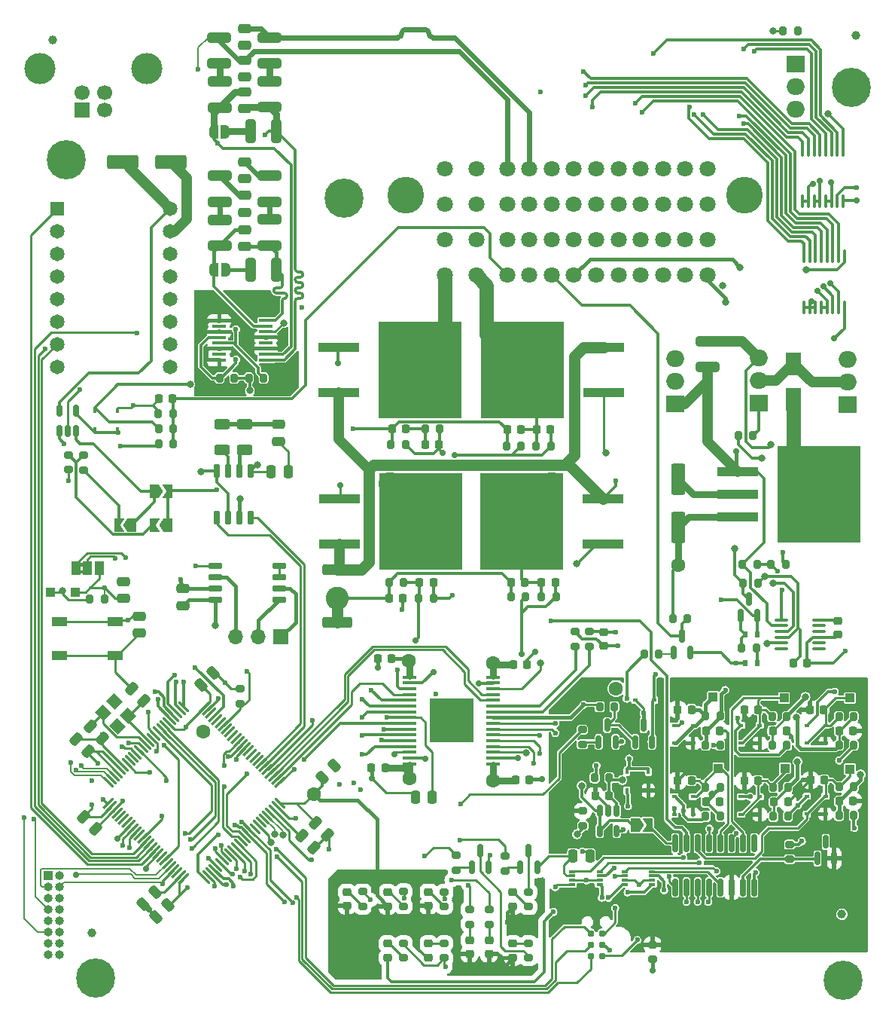
<source format=gtl>
%TF.GenerationSoftware,KiCad,Pcbnew,(6.0.7)*%
%TF.CreationDate,2022-10-12T02:09:25-03:00*%
%TF.ProjectId,uEFI_rev3,75454649-5f72-4657-9633-2e6b69636164,v3.0*%
%TF.SameCoordinates,Original*%
%TF.FileFunction,Copper,L1,Top*%
%TF.FilePolarity,Positive*%
%FSLAX46Y46*%
G04 Gerber Fmt 4.6, Leading zero omitted, Abs format (unit mm)*
G04 Created by KiCad (PCBNEW (6.0.7)) date 2022-10-12 02:09:25*
%MOMM*%
%LPD*%
G01*
G04 APERTURE LIST*
G04 Aperture macros list*
%AMRoundRect*
0 Rectangle with rounded corners*
0 $1 Rounding radius*
0 $2 $3 $4 $5 $6 $7 $8 $9 X,Y pos of 4 corners*
0 Add a 4 corners polygon primitive as box body*
4,1,4,$2,$3,$4,$5,$6,$7,$8,$9,$2,$3,0*
0 Add four circle primitives for the rounded corners*
1,1,$1+$1,$2,$3*
1,1,$1+$1,$4,$5*
1,1,$1+$1,$6,$7*
1,1,$1+$1,$8,$9*
0 Add four rect primitives between the rounded corners*
20,1,$1+$1,$2,$3,$4,$5,0*
20,1,$1+$1,$4,$5,$6,$7,0*
20,1,$1+$1,$6,$7,$8,$9,0*
20,1,$1+$1,$8,$9,$2,$3,0*%
%AMRotRect*
0 Rectangle, with rotation*
0 The origin of the aperture is its center*
0 $1 length*
0 $2 width*
0 $3 Rotation angle, in degrees counterclockwise*
0 Add horizontal line*
21,1,$1,$2,0,0,$3*%
%AMFreePoly0*
4,1,6,1.000000,0.000000,0.500000,-0.750000,-0.500000,-0.750000,-0.500000,0.750000,0.500000,0.750000,1.000000,0.000000,1.000000,0.000000,$1*%
%AMFreePoly1*
4,1,6,0.500000,-0.750000,-0.650000,-0.750000,-0.150000,0.000000,-0.650000,0.750000,0.500000,0.750000,0.500000,-0.750000,0.500000,-0.750000,$1*%
%AMFreePoly2*
4,1,22,0.500000,-0.750000,0.000000,-0.750000,0.000000,-0.745033,-0.079941,-0.743568,-0.215256,-0.701293,-0.333266,-0.622738,-0.424486,-0.514219,-0.481581,-0.384460,-0.499164,-0.250000,-0.500000,-0.250000,-0.500000,0.250000,-0.499164,0.250000,-0.499963,0.256109,-0.478152,0.396186,-0.417904,0.524511,-0.324060,0.630769,-0.204165,0.706417,-0.067858,0.745374,0.000000,0.744959,0.000000,0.750000,
0.500000,0.750000,0.500000,-0.750000,0.500000,-0.750000,$1*%
%AMFreePoly3*
4,1,20,0.000000,0.744959,0.073905,0.744508,0.209726,0.703889,0.328688,0.626782,0.421226,0.519385,0.479903,0.390333,0.500000,0.250000,0.500000,-0.250000,0.499851,-0.262216,0.476331,-0.402017,0.414519,-0.529596,0.319384,-0.634700,0.198574,-0.708877,0.061801,-0.746166,0.000000,-0.745033,0.000000,-0.750000,-0.500000,-0.750000,-0.500000,0.750000,0.000000,0.750000,0.000000,0.744959,
0.000000,0.744959,$1*%
G04 Aperture macros list end*
%TA.AperFunction,ComponentPad*%
%ADD10R,1.700000X1.700000*%
%TD*%
%TA.AperFunction,ComponentPad*%
%ADD11C,1.700000*%
%TD*%
%TA.AperFunction,ComponentPad*%
%ADD12C,3.500000*%
%TD*%
%TA.AperFunction,SMDPad,CuDef*%
%ADD13RoundRect,0.225000X0.225000X0.250000X-0.225000X0.250000X-0.225000X-0.250000X0.225000X-0.250000X0*%
%TD*%
%TA.AperFunction,SMDPad,CuDef*%
%ADD14RoundRect,0.200000X0.200000X0.275000X-0.200000X0.275000X-0.200000X-0.275000X0.200000X-0.275000X0*%
%TD*%
%TA.AperFunction,SMDPad,CuDef*%
%ADD15RoundRect,0.200000X-0.200000X-0.275000X0.200000X-0.275000X0.200000X0.275000X-0.200000X0.275000X0*%
%TD*%
%TA.AperFunction,SMDPad,CuDef*%
%ADD16RoundRect,0.150000X0.150000X-0.512500X0.150000X0.512500X-0.150000X0.512500X-0.150000X-0.512500X0*%
%TD*%
%TA.AperFunction,SMDPad,CuDef*%
%ADD17FreePoly0,0.000000*%
%TD*%
%TA.AperFunction,SMDPad,CuDef*%
%ADD18FreePoly1,0.000000*%
%TD*%
%TA.AperFunction,SMDPad,CuDef*%
%ADD19FreePoly0,180.000000*%
%TD*%
%TA.AperFunction,SMDPad,CuDef*%
%ADD20FreePoly1,180.000000*%
%TD*%
%TA.AperFunction,SMDPad,CuDef*%
%ADD21RoundRect,0.200000X-0.275000X0.200000X-0.275000X-0.200000X0.275000X-0.200000X0.275000X0.200000X0*%
%TD*%
%TA.AperFunction,SMDPad,CuDef*%
%ADD22RoundRect,0.200000X0.275000X-0.200000X0.275000X0.200000X-0.275000X0.200000X-0.275000X-0.200000X0*%
%TD*%
%TA.AperFunction,SMDPad,CuDef*%
%ADD23R,0.600000X0.450000*%
%TD*%
%TA.AperFunction,SMDPad,CuDef*%
%ADD24R,0.600000X0.700000*%
%TD*%
%TA.AperFunction,SMDPad,CuDef*%
%ADD25RoundRect,0.225000X-0.225000X-0.250000X0.225000X-0.250000X0.225000X0.250000X-0.225000X0.250000X0*%
%TD*%
%TA.AperFunction,SMDPad,CuDef*%
%ADD26RoundRect,0.250000X0.250000X0.475000X-0.250000X0.475000X-0.250000X-0.475000X0.250000X-0.475000X0*%
%TD*%
%TA.AperFunction,SMDPad,CuDef*%
%ADD27RoundRect,0.250000X0.512652X0.159099X0.159099X0.512652X-0.512652X-0.159099X-0.159099X-0.512652X0*%
%TD*%
%TA.AperFunction,SMDPad,CuDef*%
%ADD28RoundRect,0.250000X0.475000X-0.250000X0.475000X0.250000X-0.475000X0.250000X-0.475000X-0.250000X0*%
%TD*%
%TA.AperFunction,SMDPad,CuDef*%
%ADD29RoundRect,0.150000X0.150000X-0.587500X0.150000X0.587500X-0.150000X0.587500X-0.150000X-0.587500X0*%
%TD*%
%TA.AperFunction,ComponentPad*%
%ADD30C,0.700000*%
%TD*%
%TA.AperFunction,ComponentPad*%
%ADD31C,4.400000*%
%TD*%
%TA.AperFunction,SMDPad,CuDef*%
%ADD32RoundRect,0.218750X-0.256250X0.218750X-0.256250X-0.218750X0.256250X-0.218750X0.256250X0.218750X0*%
%TD*%
%TA.AperFunction,SMDPad,CuDef*%
%ADD33RoundRect,0.250000X0.550000X-1.500000X0.550000X1.500000X-0.550000X1.500000X-0.550000X-1.500000X0*%
%TD*%
%TA.AperFunction,SMDPad,CuDef*%
%ADD34FreePoly2,0.000000*%
%TD*%
%TA.AperFunction,SMDPad,CuDef*%
%ADD35FreePoly3,0.000000*%
%TD*%
%TA.AperFunction,ComponentPad*%
%ADD36R,1.000000X1.000000*%
%TD*%
%TA.AperFunction,SMDPad,CuDef*%
%ADD37RoundRect,0.150000X-0.150000X0.825000X-0.150000X-0.825000X0.150000X-0.825000X0.150000X0.825000X0*%
%TD*%
%TA.AperFunction,SMDPad,CuDef*%
%ADD38RoundRect,0.250000X-0.512652X-0.159099X-0.159099X-0.512652X0.512652X0.159099X0.159099X0.512652X0*%
%TD*%
%TA.AperFunction,SMDPad,CuDef*%
%ADD39C,1.000000*%
%TD*%
%TA.AperFunction,SMDPad,CuDef*%
%ADD40R,0.450000X0.600000*%
%TD*%
%TA.AperFunction,SMDPad,CuDef*%
%ADD41RoundRect,0.100000X0.100000X-0.637500X0.100000X0.637500X-0.100000X0.637500X-0.100000X-0.637500X0*%
%TD*%
%TA.AperFunction,SMDPad,CuDef*%
%ADD42R,1.100000X1.100000*%
%TD*%
%TA.AperFunction,SMDPad,CuDef*%
%ADD43R,0.800000X0.300000*%
%TD*%
%TA.AperFunction,SMDPad,CuDef*%
%ADD44RoundRect,0.100000X-0.625000X-0.100000X0.625000X-0.100000X0.625000X0.100000X-0.625000X0.100000X0*%
%TD*%
%TA.AperFunction,SMDPad,CuDef*%
%ADD45RoundRect,0.250000X-1.075000X0.312500X-1.075000X-0.312500X1.075000X-0.312500X1.075000X0.312500X0*%
%TD*%
%TA.AperFunction,SMDPad,CuDef*%
%ADD46RoundRect,0.075000X-0.565685X0.459619X0.459619X-0.565685X0.565685X-0.459619X-0.459619X0.565685X0*%
%TD*%
%TA.AperFunction,SMDPad,CuDef*%
%ADD47RoundRect,0.075000X-0.565685X-0.459619X-0.459619X-0.565685X0.565685X0.459619X0.459619X0.565685X0*%
%TD*%
%TA.AperFunction,ComponentPad*%
%ADD48R,2.000000X1.905000*%
%TD*%
%TA.AperFunction,ComponentPad*%
%ADD49O,2.000000X1.905000*%
%TD*%
%TA.AperFunction,ComponentPad*%
%ADD50O,1.700000X1.700000*%
%TD*%
%TA.AperFunction,SMDPad,CuDef*%
%ADD51R,1.800000X2.500000*%
%TD*%
%TA.AperFunction,SMDPad,CuDef*%
%ADD52RoundRect,0.250000X0.159099X-0.512652X0.512652X-0.159099X-0.159099X0.512652X-0.512652X0.159099X0*%
%TD*%
%TA.AperFunction,SMDPad,CuDef*%
%ADD53RoundRect,0.250000X-0.625000X0.312500X-0.625000X-0.312500X0.625000X-0.312500X0.625000X0.312500X0*%
%TD*%
%TA.AperFunction,SMDPad,CuDef*%
%ADD54R,4.600000X1.100000*%
%TD*%
%TA.AperFunction,SMDPad,CuDef*%
%ADD55R,9.400000X10.800000*%
%TD*%
%TA.AperFunction,SMDPad,CuDef*%
%ADD56RoundRect,0.250000X-0.159099X0.512652X-0.512652X0.159099X0.159099X-0.512652X0.512652X-0.159099X0*%
%TD*%
%TA.AperFunction,SMDPad,CuDef*%
%ADD57R,1.000000X1.500000*%
%TD*%
%TA.AperFunction,SMDPad,CuDef*%
%ADD58RoundRect,0.250000X-1.500000X-0.550000X1.500000X-0.550000X1.500000X0.550000X-1.500000X0.550000X0*%
%TD*%
%TA.AperFunction,ComponentPad*%
%ADD59R,1.650000X1.650000*%
%TD*%
%TA.AperFunction,ComponentPad*%
%ADD60C,1.650000*%
%TD*%
%TA.AperFunction,ConnectorPad*%
%ADD61C,0.787400*%
%TD*%
%TA.AperFunction,SMDPad,CuDef*%
%ADD62RoundRect,0.150000X-0.650000X-0.150000X0.650000X-0.150000X0.650000X0.150000X-0.650000X0.150000X0*%
%TD*%
%TA.AperFunction,ComponentPad*%
%ADD63O,1.000000X1.000000*%
%TD*%
%TA.AperFunction,SMDPad,CuDef*%
%ADD64RoundRect,0.250000X-0.250000X-0.475000X0.250000X-0.475000X0.250000X0.475000X-0.250000X0.475000X0*%
%TD*%
%TA.AperFunction,SMDPad,CuDef*%
%ADD65RoundRect,0.250000X-1.425000X0.362500X-1.425000X-0.362500X1.425000X-0.362500X1.425000X0.362500X0*%
%TD*%
%TA.AperFunction,SMDPad,CuDef*%
%ADD66R,1.600200X0.431800*%
%TD*%
%TA.AperFunction,SMDPad,CuDef*%
%ADD67R,4.953000X4.953000*%
%TD*%
%TA.AperFunction,SMDPad,CuDef*%
%ADD68RoundRect,0.250000X0.312500X1.075000X-0.312500X1.075000X-0.312500X-1.075000X0.312500X-1.075000X0*%
%TD*%
%TA.AperFunction,SMDPad,CuDef*%
%ADD69RoundRect,0.150000X-0.150000X0.512500X-0.150000X-0.512500X0.150000X-0.512500X0.150000X0.512500X0*%
%TD*%
%TA.AperFunction,SMDPad,CuDef*%
%ADD70RoundRect,0.225000X-0.250000X0.225000X-0.250000X-0.225000X0.250000X-0.225000X0.250000X0.225000X0*%
%TD*%
%TA.AperFunction,SMDPad,CuDef*%
%ADD71RoundRect,0.250000X-0.475000X0.250000X-0.475000X-0.250000X0.475000X-0.250000X0.475000X0.250000X0*%
%TD*%
%TA.AperFunction,SMDPad,CuDef*%
%ADD72RoundRect,0.225000X0.250000X-0.225000X0.250000X0.225000X-0.250000X0.225000X-0.250000X-0.225000X0*%
%TD*%
%TA.AperFunction,SMDPad,CuDef*%
%ADD73R,1.640000X0.410000*%
%TD*%
%TA.AperFunction,SMDPad,CuDef*%
%ADD74R,1.700000X1.000000*%
%TD*%
%TA.AperFunction,SMDPad,CuDef*%
%ADD75RoundRect,0.250000X1.075000X-0.312500X1.075000X0.312500X-1.075000X0.312500X-1.075000X-0.312500X0*%
%TD*%
%TA.AperFunction,SMDPad,CuDef*%
%ADD76RoundRect,0.150000X0.150000X-0.650000X0.150000X0.650000X-0.150000X0.650000X-0.150000X-0.650000X0*%
%TD*%
%TA.AperFunction,ComponentPad*%
%ADD77C,1.800000*%
%TD*%
%TA.AperFunction,ComponentPad*%
%ADD78C,4.125000*%
%TD*%
%TA.AperFunction,SMDPad,CuDef*%
%ADD79RotRect,1.400000X1.200000X135.000000*%
%TD*%
%TA.AperFunction,ViaPad*%
%ADD80C,1.600000*%
%TD*%
%TA.AperFunction,ViaPad*%
%ADD81C,0.600000*%
%TD*%
%TA.AperFunction,ViaPad*%
%ADD82C,0.800000*%
%TD*%
%TA.AperFunction,ViaPad*%
%ADD83C,2.600000*%
%TD*%
%TA.AperFunction,ViaPad*%
%ADD84C,0.700000*%
%TD*%
%TA.AperFunction,Conductor*%
%ADD85C,1.200000*%
%TD*%
%TA.AperFunction,Conductor*%
%ADD86C,0.400000*%
%TD*%
%TA.AperFunction,Conductor*%
%ADD87C,0.250000*%
%TD*%
%TA.AperFunction,Conductor*%
%ADD88C,0.300000*%
%TD*%
%TA.AperFunction,Conductor*%
%ADD89C,0.200000*%
%TD*%
%TA.AperFunction,Conductor*%
%ADD90C,1.600000*%
%TD*%
%TA.AperFunction,Conductor*%
%ADD91C,0.350000*%
%TD*%
%TA.AperFunction,Conductor*%
%ADD92C,0.450000*%
%TD*%
%TA.AperFunction,Conductor*%
%ADD93C,0.800000*%
%TD*%
%TA.AperFunction,Conductor*%
%ADD94C,1.300000*%
%TD*%
%TA.AperFunction,Conductor*%
%ADD95C,0.600000*%
%TD*%
%TA.AperFunction,Conductor*%
%ADD96C,0.500000*%
%TD*%
G04 APERTURE END LIST*
%TO.C,JP11*%
G36*
X64450000Y-105650000D02*
G01*
X63950000Y-105650000D01*
X63950000Y-105250000D01*
X64450000Y-105250000D01*
X64450000Y-105650000D01*
G37*
G36*
X64450000Y-106450000D02*
G01*
X63950000Y-106450000D01*
X63950000Y-106050000D01*
X64450000Y-106050000D01*
X64450000Y-106450000D01*
G37*
%TD*%
D10*
%TO.P,J1,1,VBUS*%
%TO.N,/VBUS*%
X64240000Y-54377500D03*
D11*
%TO.P,J1,2,D-*%
%TO.N,/USB_D-*%
X66740000Y-54377500D03*
%TO.P,J1,3,D+*%
%TO.N,/USB_D+*%
X66740000Y-52377500D03*
%TO.P,J1,4,GND*%
%TO.N,GND*%
X64240000Y-52377500D03*
D12*
%TO.P,J1,5,Shield*%
X71510000Y-49667500D03*
X59470000Y-49667500D03*
%TD*%
D13*
%TO.P,C49,1*%
%TO.N,K1*%
X74409500Y-86804500D03*
%TO.P,C49,2*%
%TO.N,GND*%
X72859500Y-86804500D03*
%TD*%
D14*
%TO.P,R87,1*%
%TO.N,K1*%
X74459500Y-88455500D03*
%TO.P,R87,2*%
%TO.N,GND*%
X72809500Y-88455500D03*
%TD*%
%TO.P,R92,1*%
%TO.N,K1*%
X74485000Y-90170000D03*
%TO.P,R92,2*%
%TO.N,+5VA*%
X72835000Y-90170000D03*
%TD*%
D15*
%TO.P,R97,1*%
%TO.N,Net-(R97-Pad1)*%
X72835000Y-91821000D03*
%TO.P,R97,2*%
%TO.N,K1*%
X74485000Y-91821000D03*
%TD*%
D16*
%TO.P,U31,1,+*%
%TO.N,Net-(R97-Pad1)*%
X61661000Y-90418500D03*
%TO.P,U31,2,V-*%
%TO.N,GND*%
X62611000Y-90418500D03*
%TO.P,U31,3,-*%
%TO.N,Net-(JP15-Pad1)*%
X63561000Y-90418500D03*
%TO.P,U31,4*%
%TO.N,/Sensores/CH6*%
X63561000Y-88143500D03*
%TO.P,U31,5,V+*%
%TO.N,+12V*%
X61661000Y-88143500D03*
%TD*%
D17*
%TO.P,JP15,1,1*%
%TO.N,Net-(JP15-Pad1)*%
X72403600Y-97150800D03*
D18*
%TO.P,JP15,2,2*%
%TO.N,/Sensores/CH6*%
X73853600Y-97150800D03*
%TD*%
D19*
%TO.P,JP17,1,1*%
%TO.N,Net-(JP15-Pad1)*%
X69840400Y-100960800D03*
D20*
%TO.P,JP17,2,2*%
%TO.N,Net-(JP17-Pad2)*%
X68390400Y-100960800D03*
%TD*%
D19*
%TO.P,JP18,1,1*%
%TO.N,/Sensores/CH6*%
X73853600Y-100960800D03*
D20*
%TO.P,JP18,2,2*%
%TO.N,Net-(JP18-Pad2)*%
X72403600Y-100960800D03*
%TD*%
D21*
%TO.P,R108,1*%
%TO.N,Net-(JP18-Pad2)*%
X64389000Y-93125300D03*
%TO.P,R108,2*%
%TO.N,Net-(JP17-Pad2)*%
X64389000Y-94775300D03*
%TD*%
D22*
%TO.P,R109,1*%
%TO.N,GND*%
X62746800Y-94767100D03*
%TO.P,R109,2*%
%TO.N,Net-(JP18-Pad2)*%
X62746800Y-93117100D03*
%TD*%
D15*
%TO.P,R122,1*%
%TO.N,+3V3*%
X82995000Y-84455000D03*
%TO.P,R122,2*%
%TO.N,/CMP*%
X84645000Y-84455000D03*
%TD*%
D23*
%TO.P,D29,1,K*%
%TO.N,/Sensores/CH4*%
X138350000Y-133500000D03*
%TO.P,D29,2,A*%
%TO.N,GNDA*%
X140450000Y-133500000D03*
%TD*%
D24*
%TO.P,D2,1,K*%
%TO.N,Net-(D2-Pad1)*%
X138800000Y-113298000D03*
%TO.P,D2,2,A*%
%TO.N,+12VA*%
X140200000Y-113298000D03*
%TD*%
D25*
%TO.P,C21,1*%
%TO.N,L2*%
X115909000Y-107442000D03*
%TO.P,C21,2*%
%TO.N,/Sheet5FA9324A/FB3*%
X117459000Y-107442000D03*
%TD*%
D21*
%TO.P,R34,1*%
%TO.N,/RPM_OUT*%
X120500000Y-123975000D03*
%TO.P,R34,2*%
%TO.N,Net-(Q11-Pad1)*%
X120500000Y-125625000D03*
%TD*%
D22*
%TO.P,R4,1*%
%TO.N,Net-(D5-Pad1)*%
X100400000Y-149625000D03*
%TO.P,R4,2*%
%TO.N,GND*%
X100400000Y-147975000D03*
%TD*%
D26*
%TO.P,C14,1*%
%TO.N,+3V3*%
X121350000Y-138150000D03*
%TO.P,C14,2*%
%TO.N,GND*%
X119450000Y-138150000D03*
%TD*%
D27*
%TO.P,C11,1*%
%TO.N,+3V3*%
X64921751Y-126421751D03*
%TO.P,C11,2*%
%TO.N,GND*%
X63578249Y-125078249D03*
%TD*%
D28*
%TO.P,C9,1*%
%TO.N,GND*%
X70699000Y-113101600D03*
%TO.P,C9,2*%
%TO.N,/NRST*%
X70699000Y-111201600D03*
%TD*%
D15*
%TO.P,R40,1*%
%TO.N,D1*%
X149375000Y-125700000D03*
%TO.P,R40,2*%
%TO.N,+5C*%
X151025000Y-125700000D03*
%TD*%
D29*
%TO.P,U8,1,K*%
%TO.N,+5VL*%
X146950000Y-138437500D03*
%TO.P,U8,2,A*%
%TO.N,GNDA*%
X148850000Y-138437500D03*
%TO.P,U8,3*%
%TO.N,N/C*%
X147900000Y-136562500D03*
%TD*%
D15*
%TO.P,R45,1*%
%TO.N,G1*%
X149375000Y-133600000D03*
%TO.P,R45,2*%
%TO.N,+5C*%
X151025000Y-133600000D03*
%TD*%
D22*
%TO.P,R27,1*%
%TO.N,Net-(D10-Pad1)*%
X105000000Y-143850000D03*
%TO.P,R27,2*%
%TO.N,/LED2*%
X105000000Y-142200000D03*
%TD*%
D29*
%TO.P,Q5,1,B*%
%TO.N,Net-(D2-Pad1)*%
X138300000Y-111187500D03*
%TO.P,Q5,2,E*%
%TO.N,+12VA*%
X140200000Y-111187500D03*
%TO.P,Q5,3,C*%
%TO.N,Net-(Q5-Pad3)*%
X139250000Y-109312500D03*
%TD*%
D15*
%TO.P,R11,1*%
%TO.N,GND*%
X111982000Y-92070000D03*
%TO.P,R11,2*%
%TO.N,/Sheet5FA9324A/FB2*%
X113632000Y-92070000D03*
%TD*%
D22*
%TO.P,R24,1*%
%TO.N,Net-(D7-Pad1)*%
X107800000Y-145825000D03*
%TO.P,R24,2*%
%TO.N,/LED_CAN_RX*%
X107800000Y-144175000D03*
%TD*%
D15*
%TO.P,R12,1*%
%TO.N,GND*%
X112459000Y-109042000D03*
%TO.P,R12,2*%
%TO.N,/Sheet5FA9324A/FB3*%
X114109000Y-109042000D03*
%TD*%
D23*
%TO.P,D22,1,K*%
%TO.N,+5C*%
X130850000Y-131500000D03*
%TO.P,D22,2,A*%
%TO.N,/Sensores/CH3*%
X132950000Y-131500000D03*
%TD*%
D30*
%TO.P,H9,1*%
%TO.N,N/C*%
X62500000Y-61550000D03*
X61333274Y-58733274D03*
D31*
X62500000Y-59900000D03*
D30*
X62500000Y-58250000D03*
X64150000Y-59900000D03*
X63666726Y-58733274D03*
X60850000Y-59900000D03*
X63666726Y-61066726D03*
X61333274Y-61066726D03*
%TD*%
D13*
%TO.P,C27,1*%
%TO.N,GND*%
X114567000Y-129590800D03*
%TO.P,C27,2*%
%TO.N,L3*%
X113017000Y-129590800D03*
%TD*%
%TO.P,C23,1*%
%TO.N,L1*%
X113607000Y-90270000D03*
%TO.P,C23,2*%
%TO.N,GND*%
X112057000Y-90270000D03*
%TD*%
D25*
%TO.P,C33,1*%
%TO.N,Net-(C33-Pad1)*%
X144225000Y-116500000D03*
%TO.P,C33,2*%
%TO.N,GND*%
X145775000Y-116500000D03*
%TD*%
D32*
%TO.P,D7,1,K*%
%TO.N,Net-(D7-Pad1)*%
X107800000Y-147612500D03*
%TO.P,D7,2,A*%
%TO.N,+3V3*%
X107800000Y-149187500D03*
%TD*%
D33*
%TO.P,C31,1*%
%TO.N,+3V3*%
X131318000Y-101252000D03*
%TO.P,C31,2*%
%TO.N,GND*%
X131318000Y-95852000D03*
%TD*%
D34*
%TO.P,JP24,1,A*%
%TO.N,/CKP/CMP_sensors/IN2+*%
X79060600Y-56753400D03*
D35*
%TO.P,JP24,2,B*%
%TO.N,Net-(JP24-Pad2)*%
X80360600Y-56753400D03*
%TD*%
D32*
%TO.P,D1,1,K*%
%TO.N,Net-(D1-Pad1)*%
X103200000Y-148012500D03*
%TO.P,D1,2,A*%
%TO.N,+3V3*%
X103200000Y-149587500D03*
%TD*%
D27*
%TO.P,C13,1*%
%TO.N,+3V3*%
X65771751Y-135071751D03*
%TO.P,C13,2*%
%TO.N,GND*%
X64428249Y-133728249D03*
%TD*%
D13*
%TO.P,C25,1*%
%TO.N,M1*%
X100632000Y-90170000D03*
%TO.P,C25,2*%
%TO.N,GND*%
X99082000Y-90170000D03*
%TD*%
D25*
%TO.P,C37,1*%
%TO.N,D1*%
X149425000Y-124100000D03*
%TO.P,C37,2*%
%TO.N,GNDA*%
X150975000Y-124100000D03*
%TD*%
D36*
%TO.P,TP13,1,1*%
%TO.N,/Sensores/CH3*%
X135800000Y-128300000D03*
%TD*%
D23*
%TO.P,D27,1,K*%
%TO.N,+5C*%
X145750000Y-131450000D03*
%TO.P,D27,2,A*%
%TO.N,/Sensores/CH5*%
X147850000Y-131450000D03*
%TD*%
D22*
%TO.P,R25,1*%
%TO.N,Net-(D8-Pad1)*%
X95800000Y-143825000D03*
%TO.P,R25,2*%
%TO.N,/LED0*%
X95800000Y-142175000D03*
%TD*%
D15*
%TO.P,R44,1*%
%TO.N,F1*%
X142000000Y-133700000D03*
%TO.P,R44,2*%
%TO.N,+5C*%
X143650000Y-133700000D03*
%TD*%
D37*
%TO.P,U2,1,CH0*%
%TO.N,/Sensores/CH0*%
X139845000Y-136725000D03*
%TO.P,U2,2,CH1*%
%TO.N,/Sensores/CH1*%
X138575000Y-136725000D03*
%TO.P,U2,3,CH2*%
%TO.N,/Sensores/CH2*%
X137305000Y-136725000D03*
%TO.P,U2,4,CH3*%
%TO.N,/Sensores/CH3*%
X136035000Y-136725000D03*
%TO.P,U2,5,CH4*%
%TO.N,/Sensores/CH4*%
X134765000Y-136725000D03*
%TO.P,U2,6,CH5*%
%TO.N,/Sensores/CH5*%
X133495000Y-136725000D03*
%TO.P,U2,7,CH6*%
%TO.N,/Sensores/CH6*%
X132225000Y-136725000D03*
%TO.P,U2,8,CH7*%
%TO.N,Net-(JP12-Pad2)*%
X130955000Y-136725000D03*
%TO.P,U2,9,DGND*%
%TO.N,GND*%
X130955000Y-141675000D03*
%TO.P,U2,10,~{CS}/SHDN*%
%TO.N,/Sensores/CS*%
X132225000Y-141675000D03*
%TO.P,U2,11,Din*%
%TO.N,/Sensores/DIN*%
X133495000Y-141675000D03*
%TO.P,U2,12,Dout*%
%TO.N,/Sensores/DOUT*%
X134765000Y-141675000D03*
%TO.P,U2,13,CLK*%
%TO.N,/Sensores/CLK*%
X136035000Y-141675000D03*
%TO.P,U2,14,AGND*%
%TO.N,GNDA*%
X137305000Y-141675000D03*
%TO.P,U2,15,Vref*%
%TO.N,+5VL*%
X138575000Y-141675000D03*
%TO.P,U2,16,Vdd*%
%TO.N,+5C*%
X139845000Y-141675000D03*
%TD*%
D38*
%TO.P,C3,1*%
%TO.N,OSC_OUT*%
X65151000Y-123571000D03*
%TO.P,C3,2*%
%TO.N,GND*%
X66494502Y-124914502D03*
%TD*%
D15*
%TO.P,R14,1*%
%TO.N,/Sheet5FA9324A/FB1*%
X102118000Y-109220000D03*
%TO.P,R14,2*%
%TO.N,M2*%
X103768000Y-109220000D03*
%TD*%
D23*
%TO.P,D26,1,K*%
%TO.N,+5C*%
X138350000Y-131500000D03*
%TO.P,D26,2,A*%
%TO.N,/Sensores/CH4*%
X140450000Y-131500000D03*
%TD*%
D28*
%TO.P,C54,1*%
%TO.N,/CKP/CMP_sensors/IN1+*%
X82542400Y-69704000D03*
%TO.P,C54,2*%
%TO.N,/CKP/CMP_sensors/IN1-*%
X82542400Y-67804000D03*
%TD*%
D39*
%TO.P,H5,1*%
%TO.N,N/C*%
X149700000Y-144700000D03*
%TD*%
D40*
%TO.P,D17,1,K*%
%TO.N,+5VA*%
X65659000Y-88104000D03*
%TO.P,D17,2,A*%
%TO.N,/Sensores/CH6*%
X65659000Y-90204000D03*
%TD*%
D14*
%TO.P,R15,1*%
%TO.N,/Sheet5FA9324A/FB2*%
X116982000Y-92070000D03*
%TO.P,R15,2*%
%TO.N,L1*%
X115332000Y-92070000D03*
%TD*%
D41*
%TO.P,U20,1,IN1*%
%TO.N,/TIM9_CH1*%
X145426000Y-76522500D03*
%TO.P,U20,2,IN2*%
X146076000Y-76522500D03*
%TO.P,U20,3,IN3*%
X146726000Y-76522500D03*
%TO.P,U20,4,IN4*%
%TO.N,/TIM9_CH2*%
X147376000Y-76522500D03*
%TO.P,U20,5,IN5*%
X148026000Y-76522500D03*
%TO.P,U20,6,IN6*%
%TO.N,/CHK_OUT*%
X148676000Y-76522500D03*
%TO.P,U20,7,IN7*%
%TO.N,/MIL_OUT*%
X149326000Y-76522500D03*
%TO.P,U20,8,GND*%
%TO.N,GND*%
X149976000Y-76522500D03*
%TO.P,U20,9,COM*%
%TO.N,+12V*%
X149976000Y-70797500D03*
%TO.P,U20,10,OUT7*%
%TO.N,/PWM/Relays/MIL_OUT*%
X149326000Y-70797500D03*
%TO.P,U20,11,OUT6*%
%TO.N,/PWM/Relays/CHECK_ENGINE*%
X148676000Y-70797500D03*
%TO.P,U20,12,OUT5*%
%TO.N,Net-(F10-Pad1)*%
X148026000Y-70797500D03*
%TO.P,U20,13,OUT4*%
%TO.N,Net-(F11-Pad1)*%
X147376000Y-70797500D03*
%TO.P,U20,14,OUT3*%
%TO.N,Net-(F5-Pad1)*%
X146726000Y-70797500D03*
%TO.P,U20,15,OUT2*%
%TO.N,Net-(F7-Pad1)*%
X146076000Y-70797500D03*
%TO.P,U20,16,OUT1*%
%TO.N,Net-(F8-Pad1)*%
X145426000Y-70797500D03*
%TD*%
D32*
%TO.P,D6,1,K*%
%TO.N,Net-(D6-Pad1)*%
X110000000Y-147612500D03*
%TO.P,D6,2,A*%
%TO.N,+3V3*%
X110000000Y-149187500D03*
%TD*%
D42*
%TO.P,D14,1,K*%
%TO.N,+3V3*%
X60650000Y-108500000D03*
%TO.P,D14,2,A*%
%TO.N,CKP+*%
X63450000Y-108500000D03*
%TD*%
D41*
%TO.P,U22,1,IN1*%
%TO.N,/R_AAC*%
X145299000Y-64584500D03*
%TO.P,U22,2,IN2*%
X145949000Y-64584500D03*
%TO.P,U22,3,IN3*%
%TO.N,/R_GNC_GLP*%
X146599000Y-64584500D03*
%TO.P,U22,4,IN4*%
X147249000Y-64584500D03*
%TO.P,U22,5,IN5*%
%TO.N,/R_ECN_INY*%
X147899000Y-64584500D03*
%TO.P,U22,6,IN6*%
X148549000Y-64584500D03*
%TO.P,U22,7,IN7*%
%TO.N,/R_LMB*%
X149199000Y-64584500D03*
%TO.P,U22,8,GND*%
%TO.N,GND*%
X149849000Y-64584500D03*
%TO.P,U22,9,COM*%
%TO.N,+12V*%
X149849000Y-58859500D03*
%TO.P,U22,10,OUT7*%
%TO.N,/PWM/Relays/R3_OUT*%
X149199000Y-58859500D03*
%TO.P,U22,11,OUT6*%
%TO.N,Net-(F2-Pad1)*%
X148549000Y-58859500D03*
%TO.P,U22,12,OUT5*%
%TO.N,Net-(F4-Pad1)*%
X147899000Y-58859500D03*
%TO.P,U22,13,OUT4*%
%TO.N,Net-(F6-Pad1)*%
X147249000Y-58859500D03*
%TO.P,U22,14,OUT3*%
%TO.N,Net-(F9-Pad1)*%
X146599000Y-58859500D03*
%TO.P,U22,15,OUT2*%
%TO.N,Net-(F1-Pad1)*%
X145949000Y-58859500D03*
%TO.P,U22,16,OUT1*%
%TO.N,Net-(F3-Pad1)*%
X145299000Y-58859500D03*
%TD*%
D23*
%TO.P,D18,1,K*%
%TO.N,/Sensores/CH1*%
X138350000Y-125500000D03*
%TO.P,D18,2,A*%
%TO.N,GNDA*%
X140450000Y-125500000D03*
%TD*%
D32*
%TO.P,D10,1,K*%
%TO.N,Net-(D10-Pad1)*%
X103200000Y-142200000D03*
%TO.P,D10,2,A*%
%TO.N,+3V3*%
X103200000Y-143775000D03*
%TD*%
D43*
%TO.P,U11,1,B2*%
%TO.N,/Sensores/CS*%
X119350000Y-139900000D03*
%TO.P,U11,2,GND*%
%TO.N,GND*%
X119350000Y-140400000D03*
%TO.P,U11,3,VCCA*%
%TO.N,+3V3*%
X119350000Y-140900000D03*
%TO.P,U11,4,A2*%
%TO.N,/ADC_CS*%
X119350000Y-141400000D03*
%TO.P,U11,5,A1*%
%TO.N,/SPI2_MOSI*%
X122450000Y-141400000D03*
%TO.P,U11,6,OE*%
%TO.N,+3V3*%
X122450000Y-140900000D03*
%TO.P,U11,7,VCCB*%
%TO.N,+5C*%
X122450000Y-140400000D03*
%TO.P,U11,8,B1*%
%TO.N,/Sensores/DIN*%
X122450000Y-139900000D03*
%TD*%
D40*
%TO.P,D20,1,K*%
%TO.N,/Sensores/CH6*%
X68199000Y-90204000D03*
%TO.P,D20,2,A*%
%TO.N,GND*%
X68199000Y-88104000D03*
%TD*%
D25*
%TO.P,C47,1*%
%TO.N,G1*%
X149425000Y-132000000D03*
%TO.P,C47,2*%
%TO.N,GNDA*%
X150975000Y-132000000D03*
%TD*%
D21*
%TO.P,R7,1*%
%TO.N,Net-(C22-Pad2)*%
X121285000Y-112967000D03*
%TO.P,R7,2*%
%TO.N,/RSP*%
X121285000Y-114617000D03*
%TD*%
D44*
%TO.P,U6,1,FB*%
%TO.N,Net-(R22-Pad2)*%
X142850000Y-111625000D03*
%TO.P,U6,2,OUT*%
%TO.N,+12V*%
X142850000Y-112275000D03*
%TO.P,U6,3,SNS*%
%TO.N,Net-(Q7-Pad3)*%
X142850000Y-112925000D03*
%TO.P,U6,4,GATE*%
%TO.N,Net-(C33-Pad1)*%
X142850000Y-113575000D03*
%TO.P,U6,5,VCC*%
%TO.N,Net-(D4-Pad1)*%
X142850000Y-114225000D03*
%TO.P,U6,6,SHDN*%
%TO.N,unconnected-(U6-Pad6)*%
X142850000Y-114875000D03*
%TO.P,U6,7,GND*%
%TO.N,unconnected-(U6-Pad7)*%
X147150000Y-114875000D03*
%TO.P,U6,8,UV*%
%TO.N,unconnected-(U6-Pad8)*%
X147150000Y-114225000D03*
%TO.P,U6,9,GND*%
%TO.N,GND*%
X147150000Y-113575000D03*
%TO.P,U6,10,FLT*%
%TO.N,unconnected-(U6-Pad10)*%
X147150000Y-112925000D03*
%TO.P,U6,11,ENOUT*%
%TO.N,unconnected-(U6-Pad11)*%
X147150000Y-112275000D03*
%TO.P,U6,12,TMR*%
%TO.N,Net-(C36-Pad1)*%
X147150000Y-111625000D03*
%TD*%
D45*
%TO.P,R116,1*%
%TO.N,CKP-*%
X85328000Y-46172700D03*
%TO.P,R116,2*%
%TO.N,Net-(R116-Pad2)*%
X85328000Y-49097700D03*
%TD*%
D29*
%TO.P,Q8,1,B*%
%TO.N,Net-(Q8-Pad1)*%
X113529334Y-139467763D03*
%TO.P,Q8,2,E*%
%TO.N,GND*%
X115429334Y-139467763D03*
%TO.P,Q8,3,C*%
%TO.N,/MIL*%
X114479334Y-137592763D03*
%TD*%
D15*
%TO.P,R58,1*%
%TO.N,/ACC_DET*%
X127475000Y-115500000D03*
%TO.P,R58,2*%
%TO.N,Net-(Q13-Pad1)*%
X129125000Y-115500000D03*
%TD*%
D21*
%TO.P,R31,1*%
%TO.N,/MIL_OUT*%
X111812334Y-138164763D03*
%TO.P,R31,2*%
%TO.N,Net-(Q8-Pad1)*%
X111812334Y-139814763D03*
%TD*%
D46*
%TO.P,U3,1,PE2*%
%TO.N,/R_ECN_INY*%
X75650596Y-121394315D03*
%TO.P,U3,2,PE3*%
%TO.N,/R_GNC_GLP*%
X75297043Y-121747868D03*
%TO.P,U3,3,PE4*%
%TO.N,/R_AAC*%
X74943489Y-122101422D03*
%TO.P,U3,4,PE5*%
%TO.N,/TIM9_CH1*%
X74589936Y-122454975D03*
%TO.P,U3,5,PE6*%
%TO.N,/TIM9_CH2*%
X74236383Y-122808528D03*
%TO.P,U3,6,VBAT*%
%TO.N,+3V3*%
X73882829Y-123162082D03*
%TO.P,U3,7,PC13*%
%TO.N,/LED0*%
X73529276Y-123515635D03*
%TO.P,U3,8,PC14*%
%TO.N,/LED1*%
X73175722Y-123869189D03*
%TO.P,U3,9,PC15*%
%TO.N,/LED2*%
X72822169Y-124222742D03*
%TO.P,U3,10,VSS*%
%TO.N,GND*%
X72468616Y-124576295D03*
%TO.P,U3,11,VDD*%
%TO.N,+3V3*%
X72115062Y-124929849D03*
%TO.P,U3,12,PH0*%
%TO.N,OSC_IN*%
X71761509Y-125283402D03*
%TO.P,U3,13,PH1*%
%TO.N,OSC_OUT*%
X71407955Y-125636955D03*
%TO.P,U3,14,NRST*%
%TO.N,/NRST*%
X71054402Y-125990509D03*
%TO.P,U3,15,PC0*%
%TO.N,/ADC_CS*%
X70700849Y-126344062D03*
%TO.P,U3,16,PC1*%
%TO.N,5V_ENABLE*%
X70347295Y-126697616D03*
%TO.P,U3,17,PC2*%
%TO.N,unconnected-(U3-Pad17)*%
X69993742Y-127051169D03*
%TO.P,U3,18,PC3*%
%TO.N,unconnected-(U3-Pad18)*%
X69640189Y-127404722D03*
%TO.P,U3,19,VDD*%
%TO.N,+3V3*%
X69286635Y-127758276D03*
%TO.P,U3,20,VSSA*%
%TO.N,GND*%
X68933082Y-128111829D03*
%TO.P,U3,21,VREF+*%
%TO.N,+3V3*%
X68579528Y-128465383D03*
%TO.P,U3,22,VDDA*%
X68225975Y-128818936D03*
%TO.P,U3,23,PA0*%
%TO.N,/AUX_IN_1*%
X67872422Y-129172489D03*
%TO.P,U3,24,PA1*%
%TO.N,/AUX_IN_2*%
X67518868Y-129526043D03*
%TO.P,U3,25,PA2*%
%TO.N,/AUX_IN_3*%
X67165315Y-129879596D03*
D47*
%TO.P,U3,26,PA3*%
%TO.N,/AUX_IN_4*%
X67165315Y-132248404D03*
%TO.P,U3,27,VSS*%
%TO.N,GND*%
X67518868Y-132601957D03*
%TO.P,U3,28,VDD*%
%TO.N,+3V3*%
X67872422Y-132955511D03*
%TO.P,U3,29,PA4*%
%TO.N,/PA4*%
X68225975Y-133309064D03*
%TO.P,U3,30,PA5*%
%TO.N,/PA5*%
X68579528Y-133662617D03*
%TO.P,U3,31,PA6*%
%TO.N,/PA6*%
X68933082Y-134016171D03*
%TO.P,U3,32,PA7*%
%TO.N,/PA7*%
X69286635Y-134369724D03*
%TO.P,U3,33,PC4*%
%TO.N,/AUX_OUT_1*%
X69640189Y-134723278D03*
%TO.P,U3,34,PC5*%
%TO.N,/AUX_OUT_2*%
X69993742Y-135076831D03*
%TO.P,U3,35,PB0*%
%TO.N,/AUX_OUT_3*%
X70347295Y-135430384D03*
%TO.P,U3,36,PB1*%
%TO.N,unconnected-(U3-Pad36)*%
X70700849Y-135783938D03*
%TO.P,U3,37,PB2*%
%TO.N,Net-(TP2-Pad1)*%
X71054402Y-136137491D03*
%TO.P,U3,38,PE7*%
%TO.N,/MTR_STEP*%
X71407955Y-136491045D03*
%TO.P,U3,39,PE8*%
%TO.N,/MTR_DIR*%
X71761509Y-136844598D03*
%TO.P,U3,40,PE9*%
%TO.N,/MTR_FAULT*%
X72115062Y-137198151D03*
%TO.P,U3,41,PE10*%
%TO.N,/MTR_ENABLE*%
X72468616Y-137551705D03*
%TO.P,U3,42,PE11*%
%TO.N,/RPM_OUT*%
X72822169Y-137905258D03*
%TO.P,U3,43,PE12*%
%TO.N,unconnected-(U3-Pad43)*%
X73175722Y-138258811D03*
%TO.P,U3,44,PE13*%
%TO.N,/MEMORY_CS*%
X73529276Y-138612365D03*
%TO.P,U3,45,PE14*%
%TO.N,/AUX_CS_1*%
X73882829Y-138965918D03*
%TO.P,U3,46,PE15*%
%TO.N,/AUX_CS_2*%
X74236383Y-139319472D03*
%TO.P,U3,47,PB10*%
%TO.N,/SPI2_SCK*%
X74589936Y-139673025D03*
%TO.P,U3,48,PB11*%
%TO.N,/GNC_GLP*%
X74943489Y-140026578D03*
%TO.P,U3,49,VCAP_1*%
%TO.N,Net-(C7-Pad1)*%
X75297043Y-140380132D03*
%TO.P,U3,50,VDD*%
%TO.N,+3V3*%
X75650596Y-140733685D03*
D46*
%TO.P,U3,51,PB12*%
%TO.N,/PMIC_ENABLE*%
X78019404Y-140733685D03*
%TO.P,U3,52,PB13*%
%TO.N,/PMIC_SPARK*%
X78372957Y-140380132D03*
%TO.P,U3,53,PB14*%
%TO.N,/SPI2_MISO*%
X78726511Y-140026578D03*
%TO.P,U3,54,PB15*%
%TO.N,/SPI2_MOSI*%
X79080064Y-139673025D03*
%TO.P,U3,55,PD8*%
%TO.N,/INY1*%
X79433617Y-139319472D03*
%TO.P,U3,56,PD9*%
%TO.N,/INY2*%
X79787171Y-138965918D03*
%TO.P,U3,57,PD10*%
%TO.N,/INY3*%
X80140724Y-138612365D03*
%TO.P,U3,58,PD11*%
%TO.N,/INY4*%
X80494278Y-138258811D03*
%TO.P,U3,59,PD12*%
%TO.N,/ECN1*%
X80847831Y-137905258D03*
%TO.P,U3,60,PD13*%
%TO.N,/ECN2*%
X81201384Y-137551705D03*
%TO.P,U3,61,PD14*%
%TO.N,/ECN3*%
X81554938Y-137198151D03*
%TO.P,U3,62,PD15*%
%TO.N,/ECN4*%
X81908491Y-136844598D03*
%TO.P,U3,63,PC6*%
%TO.N,/CKP*%
X82262045Y-136491045D03*
%TO.P,U3,64,PC7*%
%TO.N,/CMP*%
X82615598Y-136137491D03*
%TO.P,U3,65,PC8*%
%TO.N,/MIL_OUT*%
X82969151Y-135783938D03*
%TO.P,U3,66,PC9*%
%TO.N,/CHK_OUT*%
X83322705Y-135430384D03*
%TO.P,U3,67,PA8*%
%TO.N,unconnected-(U3-Pad67)*%
X83676258Y-135076831D03*
%TO.P,U3,68,PA9*%
%TO.N,/VBUS*%
X84029811Y-134723278D03*
%TO.P,U3,69,PA10*%
%TO.N,/AUX_OUT_4*%
X84383365Y-134369724D03*
%TO.P,U3,70,PA11*%
%TO.N,/USB_D-*%
X84736918Y-134016171D03*
%TO.P,U3,71,PA12*%
%TO.N,/USB_D+*%
X85090472Y-133662617D03*
%TO.P,U3,72,PA13*%
%TO.N,/SYS_SWDIO*%
X85444025Y-133309064D03*
%TO.P,U3,73,VCAP_2*%
%TO.N,Net-(C8-Pad1)*%
X85797578Y-132955511D03*
%TO.P,U3,74,VSS*%
%TO.N,GND*%
X86151132Y-132601957D03*
%TO.P,U3,75,VDD*%
%TO.N,+3V3*%
X86504685Y-132248404D03*
D47*
%TO.P,U3,76,PA14*%
%TO.N,/SYS_SWCLK*%
X86504685Y-129879596D03*
%TO.P,U3,77,PA15*%
%TO.N,/PMIC_CS*%
X86151132Y-129526043D03*
%TO.P,U3,78,PC10*%
%TO.N,/PMIC_NOMI*%
X85797578Y-129172489D03*
%TO.P,U3,79,PC11*%
%TO.N,/PMIC_MAXI*%
X85444025Y-128818936D03*
%TO.P,U3,80,PC12*%
%TO.N,/ACC_DET*%
X85090472Y-128465383D03*
%TO.P,U3,81,PD0*%
%TO.N,/CAN1_RX*%
X84736918Y-128111829D03*
%TO.P,U3,82,PD1*%
%TO.N,/CAN1_TX*%
X84383365Y-127758276D03*
%TO.P,U3,83,PD2*%
%TO.N,unconnected-(U3-Pad83)*%
X84029811Y-127404722D03*
%TO.P,U3,84,PD3*%
%TO.N,unconnected-(U3-Pad84)*%
X83676258Y-127051169D03*
%TO.P,U3,85,PD4*%
%TO.N,unconnected-(U3-Pad85)*%
X83322705Y-126697616D03*
%TO.P,U3,86,PD5*%
%TO.N,unconnected-(U3-Pad86)*%
X82969151Y-126344062D03*
%TO.P,U3,87,PD6*%
%TO.N,/LED_CAN_RX*%
X82615598Y-125990509D03*
%TO.P,U3,88,PD7*%
%TO.N,/LED_CAN_TX*%
X82262045Y-125636955D03*
%TO.P,U3,89,PB3*%
%TO.N,/SYS_SWO*%
X81908491Y-125283402D03*
%TO.P,U3,90,PB4*%
%TO.N,unconnected-(U3-Pad90)*%
X81554938Y-124929849D03*
%TO.P,U3,91,PB5*%
%TO.N,unconnected-(U3-Pad91)*%
X81201384Y-124576295D03*
%TO.P,U3,92,PB6*%
%TO.N,unconnected-(U3-Pad92)*%
X80847831Y-124222742D03*
%TO.P,U3,93,PB7*%
%TO.N,unconnected-(U3-Pad93)*%
X80494278Y-123869189D03*
%TO.P,U3,94,BOOT0*%
%TO.N,Net-(R2-Pad1)*%
X80140724Y-123515635D03*
%TO.P,U3,95,PB8*%
%TO.N,unconnected-(U3-Pad95)*%
X79787171Y-123162082D03*
%TO.P,U3,96,PB9*%
%TO.N,unconnected-(U3-Pad96)*%
X79433617Y-122808528D03*
%TO.P,U3,97,PE0*%
%TO.N,/R_LMB*%
X79080064Y-122454975D03*
%TO.P,U3,98,PE1*%
%TO.N,unconnected-(U3-Pad98)*%
X78726511Y-122101422D03*
%TO.P,U3,99,VSS*%
%TO.N,GND*%
X78372957Y-121747868D03*
%TO.P,U3,100,VDD*%
%TO.N,+3V3*%
X78019404Y-121394315D03*
%TD*%
D40*
%TO.P,D28,1,K*%
%TO.N,/Sensores/CH7*%
X127925000Y-128697000D03*
%TO.P,D28,2,A*%
%TO.N,GNDA*%
X127925000Y-130797000D03*
%TD*%
D22*
%TO.P,R26,1*%
%TO.N,Net-(D9-Pad1)*%
X100400000Y-143800000D03*
%TO.P,R26,2*%
%TO.N,/LED1*%
X100400000Y-142150000D03*
%TD*%
D13*
%TO.P,C46,1*%
%TO.N,/Sensores/CH4*%
X140275000Y-129700000D03*
%TO.P,C46,2*%
%TO.N,GNDA*%
X138725000Y-129700000D03*
%TD*%
D36*
%TO.P,TP15,1,1*%
%TO.N,/Sensores/CH5*%
X150600000Y-128400000D03*
%TD*%
D48*
%TO.P,U5,1,IN*%
%TO.N,+12V*%
X130993000Y-87376000D03*
D49*
%TO.P,U5,2,GND*%
%TO.N,GND*%
X130993000Y-84836000D03*
%TO.P,U5,3,OUT*%
%TO.N,+5C*%
X130993000Y-82296000D03*
%TD*%
D32*
%TO.P,D12,1,K*%
%TO.N,Net-(D12-Pad1)*%
X112700000Y-142262500D03*
%TO.P,D12,2,A*%
%TO.N,+3V3*%
X112700000Y-143837500D03*
%TD*%
D10*
%TO.P,J5,1,Pin_1*%
%TO.N,/SPI2_SCK*%
X86614000Y-113538000D03*
D50*
%TO.P,J5,2,Pin_2*%
%TO.N,/SPI2_MOSI*%
X84074000Y-113538000D03*
%TO.P,J5,3,Pin_3*%
%TO.N,/SPI2_MISO*%
X81534000Y-113538000D03*
%TD*%
D36*
%TO.P,TP14,1,1*%
%TO.N,/Sensores/CH4*%
X143300000Y-128300000D03*
%TD*%
D17*
%TO.P,JP12,1,1*%
%TO.N,/Sensores/CH7*%
X126475000Y-134700000D03*
D18*
%TO.P,JP12,2,2*%
%TO.N,Net-(JP12-Pad2)*%
X127925000Y-134700000D03*
%TD*%
D51*
%TO.P,D4,1,A1*%
%TO.N,Net-(D4-Pad1)*%
X144272000Y-82836000D03*
%TO.P,D4,2,A2*%
%TO.N,GND*%
X144272000Y-86836000D03*
%TD*%
D38*
%TO.P,C16,1*%
%TO.N,+3V3*%
X90506498Y-134406498D03*
%TO.P,C16,2*%
%TO.N,GND*%
X91850000Y-135750000D03*
%TD*%
D13*
%TO.P,C26,1*%
%TO.N,M2*%
X100343000Y-109220000D03*
%TO.P,C26,2*%
%TO.N,GND*%
X98793000Y-109220000D03*
%TD*%
D15*
%TO.P,R47,1*%
%TO.N,/Sensores/CH4*%
X142000000Y-130450000D03*
%TO.P,R47,2*%
%TO.N,F1*%
X143650000Y-130450000D03*
%TD*%
D25*
%TO.P,C32,1*%
%TO.N,C1*%
X141925000Y-124100000D03*
%TO.P,C32,2*%
%TO.N,GNDA*%
X143475000Y-124100000D03*
%TD*%
D23*
%TO.P,D16,1,K*%
%TO.N,+5C*%
X130880000Y-123530000D03*
%TO.P,D16,2,A*%
%TO.N,/Sensores/CH0*%
X132980000Y-123530000D03*
%TD*%
D32*
%TO.P,D8,1,K*%
%TO.N,Net-(D8-Pad1)*%
X94000000Y-142212500D03*
%TO.P,D8,2,A*%
%TO.N,+3V3*%
X94000000Y-143787500D03*
%TD*%
D52*
%TO.P,C15,1*%
%TO.N,+3V3*%
X77650000Y-118950000D03*
%TO.P,C15,2*%
%TO.N,GND*%
X78993502Y-117606498D03*
%TD*%
D15*
%TO.P,R39,1*%
%TO.N,/Sensores/CH1*%
X141875000Y-122500000D03*
%TO.P,R39,2*%
%TO.N,C1*%
X143525000Y-122500000D03*
%TD*%
D53*
%TO.P,R1,1*%
%TO.N,Net-(C34-Pad1)*%
X80012000Y-89603900D03*
%TO.P,R1,2*%
%TO.N,CAN+*%
X80012000Y-92528900D03*
%TD*%
D23*
%TO.P,D11,1,K*%
%TO.N,A1*%
X126458000Y-120650000D03*
%TO.P,D11,2,A*%
%TO.N,GND*%
X128558000Y-120650000D03*
%TD*%
D13*
%TO.P,C38,1*%
%TO.N,/Sensores/CH2*%
X147675000Y-121700000D03*
%TO.P,C38,2*%
%TO.N,GNDA*%
X146125000Y-121700000D03*
%TD*%
D45*
%TO.P,R112,1*%
%TO.N,CMP-*%
X79692400Y-61733200D03*
%TO.P,R112,2*%
%TO.N,Net-(R112-Pad2)*%
X79692400Y-64658200D03*
%TD*%
D28*
%TO.P,C57,1*%
%TO.N,/CKP/CMP_sensors/IN2-*%
X82513000Y-54210000D03*
%TO.P,C57,2*%
%TO.N,/CKP/CMP_sensors/IN2+*%
X82513000Y-52310000D03*
%TD*%
D29*
%TO.P,Q11,1,B*%
%TO.N,Net-(Q11-Pad1)*%
X122350000Y-125337500D03*
%TO.P,Q11,2,E*%
%TO.N,GND*%
X124250000Y-125337500D03*
%TO.P,Q11,3,C*%
%TO.N,Net-(Q11-Pad3)*%
X123300000Y-123462500D03*
%TD*%
D54*
%TO.P,Q1,1,G*%
%TO.N,/Sheet5FA9324A/GD1*%
X93161000Y-98013000D03*
D55*
%TO.P,Q1,2,C*%
%TO.N,M2*%
X102311000Y-100553000D03*
D54*
%TO.P,Q1,3,E*%
%TO.N,Net-(C22-Pad2)*%
X93161000Y-103093000D03*
%TD*%
D21*
%TO.P,R46,1*%
%TO.N,GNDA*%
X128397000Y-148146000D03*
%TO.P,R46,2*%
%TO.N,GND*%
X128397000Y-149796000D03*
%TD*%
D56*
%TO.P,C7,1*%
%TO.N,Net-(C7-Pad1)*%
X72426751Y-142203249D03*
%TO.P,C7,2*%
%TO.N,GND*%
X71083249Y-143546751D03*
%TD*%
D21*
%TO.P,R6,1*%
%TO.N,GND*%
X119685000Y-112967000D03*
%TO.P,R6,2*%
%TO.N,/RSN*%
X119685000Y-114617000D03*
%TD*%
D45*
%TO.P,R119,1*%
%TO.N,Net-(R117-Pad2)*%
X79713000Y-51143000D03*
%TO.P,R119,2*%
%TO.N,/CKP/CMP_sensors/IN2+*%
X79713000Y-54068000D03*
%TD*%
D23*
%TO.P,D30,1,K*%
%TO.N,/Sensores/CH5*%
X145750000Y-133450000D03*
%TO.P,D30,2,A*%
%TO.N,GNDA*%
X147850000Y-133450000D03*
%TD*%
D57*
%TO.P,JP11,1,A*%
%TO.N,/CKP/CMP_sensors/CKP_VR*%
X63550000Y-105850000D03*
%TO.P,JP11,2,C*%
%TO.N,/CKP*%
X64850000Y-105850000D03*
%TO.P,JP11,3,B*%
%TO.N,CKP+*%
X66150000Y-105850000D03*
%TD*%
D23*
%TO.P,D19,1,K*%
%TO.N,/Sensores/CH0*%
X130850000Y-125500000D03*
%TO.P,D19,2,A*%
%TO.N,GNDA*%
X132950000Y-125500000D03*
%TD*%
D38*
%TO.P,C8,1*%
%TO.N,Net-(C8-Pad1)*%
X88978249Y-135878249D03*
%TO.P,C8,2*%
%TO.N,GND*%
X90321751Y-137221751D03*
%TD*%
D13*
%TO.P,C48,1*%
%TO.N,/Sensores/CH5*%
X147725000Y-129650000D03*
%TO.P,C48,2*%
%TO.N,GNDA*%
X146175000Y-129650000D03*
%TD*%
D48*
%TO.P,Q7,1,G*%
%TO.N,Net-(Q7-Pad1)*%
X140314800Y-87249000D03*
D49*
%TO.P,Q7,2,D*%
%TO.N,Net-(D4-Pad1)*%
X140314800Y-84709000D03*
%TO.P,Q7,3,S*%
%TO.N,Net-(Q7-Pad3)*%
X140314800Y-82169000D03*
%TD*%
D58*
%TO.P,C42,1*%
%TO.N,+12V*%
X68800000Y-60200000D03*
%TO.P,C42,2*%
%TO.N,GND*%
X74200000Y-60200000D03*
%TD*%
D30*
%TO.P,H1,1*%
%TO.N,N/C*%
X64633274Y-150733274D03*
X66966726Y-150733274D03*
X64633274Y-153066726D03*
X67450000Y-151900000D03*
D31*
X65800000Y-151900000D03*
D30*
X65800000Y-153550000D03*
X65800000Y-150250000D03*
X64150000Y-151900000D03*
X66966726Y-153066726D03*
%TD*%
D25*
%TO.P,C18,1*%
%TO.N,M1*%
X102832000Y-91970000D03*
%TO.P,C18,2*%
%TO.N,/Sheet5FA9324A/FB0*%
X104382000Y-91970000D03*
%TD*%
D39*
%TO.P,H7,1*%
%TO.N,N/C*%
X60960000Y-46482000D03*
%TD*%
D59*
%TO.P,U23,1,ENABLE*%
%TO.N,/MTR_ENABLE*%
X61450000Y-65410000D03*
D60*
%TO.P,U23,2,M0*%
%TO.N,Net-(JP2-Pad2)*%
X61450000Y-67950000D03*
%TO.P,U23,3,M1*%
%TO.N,Net-(JP1-Pad2)*%
X61450000Y-70490000D03*
%TO.P,U23,4,M2*%
%TO.N,Net-(JP3-Pad2)*%
X61450000Y-73030000D03*
%TO.P,U23,5,RESET*%
%TO.N,+3V3*%
X61450000Y-75570000D03*
%TO.P,U23,6,SLEEP*%
X61450000Y-78110000D03*
%TO.P,U23,7,STEP*%
%TO.N,/MTR_STEP*%
X61450000Y-80650000D03*
%TO.P,U23,8,DIR*%
%TO.N,/MTR_DIR*%
X61450000Y-83190000D03*
%TO.P,U23,9,GND*%
%TO.N,GND*%
X74150000Y-83190000D03*
%TO.P,U23,10,FAULT*%
%TO.N,/MTR_FAULT*%
X74150000Y-80650000D03*
%TO.P,U23,11,A2*%
%TO.N,H4*%
X74150000Y-78110000D03*
%TO.P,U23,12,A1*%
%TO.N,G4*%
X74150000Y-75570000D03*
%TO.P,U23,13,B1*%
%TO.N,F4*%
X74150000Y-73030000D03*
%TO.P,U23,14,B2*%
%TO.N,E4*%
X74150000Y-70490000D03*
%TO.P,U23,15,GND*%
%TO.N,GND*%
X74150000Y-67950000D03*
%TO.P,U23,16,VMOT*%
%TO.N,+12V*%
X74150000Y-65410000D03*
%TD*%
D61*
%TO.P,J2,1,Pin_1*%
%TO.N,+3V3*%
X122725000Y-149380000D03*
%TO.P,J2,2,Pin_2*%
%TO.N,/SYS_SWDIO*%
X121455000Y-149380000D03*
%TO.P,J2,3,Pin_3*%
%TO.N,/NRST*%
X122725000Y-148110000D03*
%TO.P,J2,4,Pin_4*%
%TO.N,/SYS_SWCLK*%
X121455000Y-148110000D03*
%TO.P,J2,5,Pin_5*%
%TO.N,GND*%
X122725000Y-146840000D03*
%TO.P,J2,6,Pin_6*%
%TO.N,/SYS_SWO*%
X121455000Y-146840000D03*
%TD*%
D30*
%TO.P,H4,1*%
%TO.N,N/C*%
X150966726Y-150933274D03*
X148150000Y-152100000D03*
D31*
X149800000Y-152100000D03*
D30*
X149800000Y-153750000D03*
X148633274Y-153266726D03*
X150966726Y-153266726D03*
X151450000Y-152100000D03*
X149800000Y-150450000D03*
X148633274Y-150933274D03*
%TD*%
D13*
%TO.P,C35,1*%
%TO.N,/Sensores/CH1*%
X140275000Y-121700000D03*
%TO.P,C35,2*%
%TO.N,GNDA*%
X138725000Y-121700000D03*
%TD*%
D62*
%TO.P,U7,1,~{CS}*%
%TO.N,/MEMORY_CS*%
X79204000Y-105537000D03*
%TO.P,U7,2,MISO*%
%TO.N,/SPI2_MISO*%
X79204000Y-106807000D03*
%TO.P,U7,3,~{WP}*%
%TO.N,+3V3*%
X79204000Y-108077000D03*
%TO.P,U7,4,GND*%
%TO.N,GND*%
X79204000Y-109347000D03*
%TO.P,U7,5,MOSI*%
%TO.N,/SPI2_MOSI*%
X86404000Y-109347000D03*
%TO.P,U7,6,SCK*%
%TO.N,/SPI2_SCK*%
X86404000Y-108077000D03*
%TO.P,U7,7,~{HOLD}*%
%TO.N,+3V3*%
X86404000Y-106807000D03*
%TO.P,U7,8,VCC*%
X86404000Y-105537000D03*
%TD*%
D15*
%TO.P,R22,1*%
%TO.N,+12V*%
X138511000Y-105360000D03*
%TO.P,R22,2*%
%TO.N,Net-(R22-Pad2)*%
X140161000Y-105360000D03*
%TD*%
D36*
%TO.P,J4,1,Pin_1*%
%TO.N,+3V3*%
X60430000Y-140350000D03*
D63*
%TO.P,J4,2,Pin_2*%
%TO.N,+5C*%
X61700000Y-140350000D03*
%TO.P,J4,3,Pin_3*%
%TO.N,/AUX_CS_1*%
X60430000Y-141620000D03*
%TO.P,J4,4,Pin_4*%
%TO.N,/SPI2_SCK*%
X61700000Y-141620000D03*
%TO.P,J4,5,Pin_5*%
%TO.N,/AUX_CS_2*%
X60430000Y-142890000D03*
%TO.P,J4,6,Pin_6*%
%TO.N,/SPI2_MISO*%
X61700000Y-142890000D03*
%TO.P,J4,7,Pin_7*%
%TO.N,/AUX_IN_1*%
X60430000Y-144160000D03*
%TO.P,J4,8,Pin_8*%
%TO.N,/SPI2_MOSI*%
X61700000Y-144160000D03*
%TO.P,J4,9,Pin_9*%
%TO.N,/AUX_IN_2*%
X60430000Y-145430000D03*
%TO.P,J4,10,Pin_10*%
%TO.N,/AUX_OUT_1*%
X61700000Y-145430000D03*
%TO.P,J4,11,Pin_11*%
%TO.N,/AUX_IN_3*%
X60430000Y-146700000D03*
%TO.P,J4,12,Pin_12*%
%TO.N,/AUX_OUT_2*%
X61700000Y-146700000D03*
%TO.P,J4,13,Pin_13*%
%TO.N,/AUX_IN_4*%
X60430000Y-147970000D03*
%TO.P,J4,14,Pin_14*%
%TO.N,/AUX_OUT_3*%
X61700000Y-147970000D03*
%TO.P,J4,15,Pin_15*%
%TO.N,GND*%
X60430000Y-149240000D03*
%TO.P,J4,16,Pin_16*%
X61700000Y-149240000D03*
%TD*%
D64*
%TO.P,C5,1*%
%TO.N,+3V3*%
X85500000Y-94950000D03*
%TO.P,C5,2*%
%TO.N,GND*%
X87400000Y-94950000D03*
%TD*%
D65*
%TO.P,R8,1*%
%TO.N,Net-(C22-Pad2)*%
X92964000Y-106003500D03*
%TO.P,R8,2*%
%TO.N,GND*%
X92964000Y-111928500D03*
%TD*%
D15*
%TO.P,R33,1*%
%TO.N,5V_ENABLE*%
X143066000Y-45466000D03*
%TO.P,R33,2*%
%TO.N,Net-(Q10-Pad1)*%
X144716000Y-45466000D03*
%TD*%
%TO.P,R10,1*%
%TO.N,GND*%
X98743000Y-107420000D03*
%TO.P,R10,2*%
%TO.N,/Sheet5FA9324A/FB1*%
X100393000Y-107420000D03*
%TD*%
%TO.P,R59,1*%
%TO.N,+3V3*%
X130675000Y-111500000D03*
%TO.P,R59,2*%
%TO.N,H1*%
X132325000Y-111500000D03*
%TD*%
D66*
%TO.P,U1,1,OUT0*%
%TO.N,M4*%
X101092000Y-118059200D03*
%TO.P,U1,2,FB0*%
%TO.N,/Sheet5FA9324A/FB0*%
X101092000Y-118719600D03*
%TO.P,U1,3,GD0*%
%TO.N,/Sheet5FA9324A/GD0*%
X101092000Y-119354600D03*
%TO.P,U1,4,~{CS}*%
%TO.N,/PMIC_CS*%
X101092000Y-120015000D03*
%TO.P,U1,5,SCLK*%
%TO.N,/SPI2_SCK*%
X101092000Y-120650000D03*
%TO.P,U1,6,SI*%
%TO.N,/SPI2_MOSI*%
X101092000Y-121310400D03*
%TO.P,U1,7,SO*%
%TO.N,/SPI2_MISO*%
X101092000Y-121970800D03*
%TO.P,U1,8,VDD*%
%TO.N,+3V3*%
X101092000Y-122605800D03*
%TO.P,U1,9,~{OUTEN}*%
%TO.N,/PMIC_ENABLE*%
X101092000Y-123266200D03*
%TO.P,U1,10,DIN0*%
%TO.N,/INY1*%
X101092000Y-123901200D03*
%TO.P,U1,11,DIN1*%
%TO.N,/INY2*%
X101092000Y-124561600D03*
%TO.P,U1,12,DIN2*%
%TO.N,/INY3*%
X101092000Y-125222000D03*
%TO.P,U1,13,DIN3*%
%TO.N,/INY4*%
X101092000Y-125857000D03*
%TO.P,U1,14,GD1*%
%TO.N,/Sheet5FA9324A/GD1*%
X101092000Y-126517400D03*
%TO.P,U1,15,FB1*%
%TO.N,/Sheet5FA9324A/FB1*%
X101092000Y-127152400D03*
%TO.P,U1,16,OUT1*%
%TO.N,M3*%
X101092000Y-127812800D03*
%TO.P,U1,17,OUT3*%
%TO.N,L3*%
X110490000Y-127812800D03*
%TO.P,U1,18,FB3*%
%TO.N,/Sheet5FA9324A/FB3*%
X110490000Y-127152400D03*
%TO.P,U1,19,GD3*%
%TO.N,/Sheet5FA9324A/GD3*%
X110490000Y-126517400D03*
%TO.P,U1,20,~{SPKDUR}*%
%TO.N,/PMIC_SPARK*%
X110490000Y-125857000D03*
%TO.P,U1,21,GIN3*%
%TO.N,/ECN4*%
X110490000Y-125222000D03*
%TO.P,U1,22,GIN2*%
%TO.N,/ECN3*%
X110490000Y-124561600D03*
%TO.P,U1,23,GIN1*%
%TO.N,/ECN2*%
X110490000Y-123901200D03*
%TO.P,U1,24,GIN0*%
%TO.N,/ECN1*%
X110490000Y-123266200D03*
%TO.P,U1,25,VPWR*%
%TO.N,+12V*%
X110490000Y-122605800D03*
%TO.P,U1,26,RSP*%
%TO.N,/RSP*%
X110490000Y-121970800D03*
%TO.P,U1,27,RSN*%
%TO.N,/RSN*%
X110490000Y-121310400D03*
%TO.P,U1,28,NOMI*%
%TO.N,/PMIC_NOMI*%
X110490000Y-120650000D03*
%TO.P,U1,29,MAXI*%
%TO.N,/PMIC_MAXI*%
X110490000Y-120015000D03*
%TO.P,U1,30,GD2*%
%TO.N,/Sheet5FA9324A/GD2*%
X110490000Y-119354600D03*
%TO.P,U1,31,FB2*%
%TO.N,/Sheet5FA9324A/FB2*%
X110490000Y-118719600D03*
%TO.P,U1,32,OUT2*%
%TO.N,L4*%
X110490000Y-118059200D03*
D67*
%TO.P,U1,33,GND*%
%TO.N,GND*%
X105791000Y-122936000D03*
%TD*%
D13*
%TO.P,C4,1*%
%TO.N,/Sensores/CH0*%
X132775000Y-121700000D03*
%TO.P,C4,2*%
%TO.N,GNDA*%
X131225000Y-121700000D03*
%TD*%
D15*
%TO.P,R43,2*%
%TO.N,E1*%
X136025000Y-130450000D03*
%TO.P,R43,1*%
%TO.N,/Sensores/CH3*%
X134375000Y-130450000D03*
%TD*%
D32*
%TO.P,D5,1,K*%
%TO.N,Net-(D5-Pad1)*%
X98600000Y-148012500D03*
%TO.P,D5,2,A*%
%TO.N,+5C*%
X98600000Y-149587500D03*
%TD*%
D45*
%TO.P,R117,1*%
%TO.N,CKP+*%
X79663000Y-46193000D03*
%TO.P,R117,2*%
%TO.N,Net-(R117-Pad2)*%
X79663000Y-49118000D03*
%TD*%
%TO.P,R118,1*%
%TO.N,Net-(R116-Pad2)*%
X85328000Y-51111000D03*
%TO.P,R118,2*%
%TO.N,/CKP/CMP_sensors/IN2-*%
X85328000Y-54036000D03*
%TD*%
D48*
%TO.P,Q10,1,G*%
%TO.N,Net-(Q10-Pad1)*%
X144526000Y-49149000D03*
D49*
%TO.P,Q10,2,D*%
%TO.N,+5VA*%
X144526000Y-51689000D03*
%TO.P,Q10,3,S*%
%TO.N,+5C*%
X144526000Y-54229000D03*
%TD*%
D54*
%TO.P,Q4,1,G*%
%TO.N,/Sheet5FA9324A/GD3*%
X122827000Y-103105000D03*
D55*
%TO.P,Q4,2,C*%
%TO.N,L2*%
X113677000Y-100565000D03*
D54*
%TO.P,Q4,3,E*%
%TO.N,Net-(C22-Pad2)*%
X122827000Y-98025000D03*
%TD*%
D68*
%TO.P,R120,1*%
%TO.N,/CKP/CMP_sensors/IN2-*%
X86090000Y-56728400D03*
%TO.P,R120,2*%
%TO.N,Net-(JP24-Pad2)*%
X83165000Y-56728400D03*
%TD*%
D29*
%TO.P,Q13,1,G*%
%TO.N,Net-(Q13-Pad1)*%
X130750000Y-115337500D03*
%TO.P,Q13,2,S*%
%TO.N,GND*%
X132650000Y-115337500D03*
%TO.P,Q13,3,D*%
%TO.N,H1*%
X131700000Y-113462500D03*
%TD*%
D23*
%TO.P,D24,1,K*%
%TO.N,/Sensores/CH3*%
X130850000Y-133500000D03*
%TO.P,D24,2,A*%
%TO.N,GNDA*%
X132950000Y-133500000D03*
%TD*%
D14*
%TO.P,R41,1*%
%TO.N,E1*%
X136025000Y-133700000D03*
%TO.P,R41,2*%
%TO.N,+5C*%
X134375000Y-133700000D03*
%TD*%
D48*
%TO.P,Q6,1,G*%
%TO.N,Net-(Q6-Pad1)*%
X150317200Y-87477600D03*
D49*
%TO.P,Q6,2,D*%
%TO.N,Net-(D4-Pad1)*%
X150317200Y-84937600D03*
%TO.P,Q6,3,S*%
%TO.N,+12VA*%
X150317200Y-82397600D03*
%TD*%
D15*
%TO.P,R36,1*%
%TO.N,B1*%
X134375000Y-125700000D03*
%TO.P,R36,2*%
%TO.N,+5C*%
X136025000Y-125700000D03*
%TD*%
D23*
%TO.P,D21,1,K*%
%TO.N,+5C*%
X145750000Y-123500000D03*
%TO.P,D21,2,A*%
%TO.N,/Sensores/CH2*%
X147850000Y-123500000D03*
%TD*%
D68*
%TO.P,R115,1*%
%TO.N,/CKP/CMP_sensors/IN1+*%
X86119400Y-72268600D03*
%TO.P,R115,2*%
%TO.N,Net-(JP23-Pad2)*%
X83194400Y-72268600D03*
%TD*%
D15*
%TO.P,R48,1*%
%TO.N,/Sensores/CH5*%
X149375000Y-130400000D03*
%TO.P,R48,2*%
%TO.N,G1*%
X151025000Y-130400000D03*
%TD*%
D29*
%TO.P,Q12,1,G*%
%TO.N,Net-(Q11-Pad3)*%
X126450000Y-125337500D03*
%TO.P,Q12,2,S*%
%TO.N,GND*%
X128350000Y-125337500D03*
%TO.P,Q12,3,D*%
%TO.N,A1*%
X127400000Y-123462500D03*
%TD*%
D15*
%TO.P,R60,1*%
%TO.N,+3V3*%
X65125000Y-109250000D03*
%TO.P,R60,2*%
%TO.N,CKP+*%
X66775000Y-109250000D03*
%TD*%
D43*
%TO.P,U10,1,B2*%
%TO.N,/Sensores/DOUT*%
X125250000Y-139900000D03*
%TO.P,U10,2,GND*%
%TO.N,GND*%
X125250000Y-140400000D03*
%TO.P,U10,3,VCCA*%
%TO.N,+3V3*%
X125250000Y-140900000D03*
%TO.P,U10,4,A2*%
%TO.N,/SPI2_MISO*%
X125250000Y-141400000D03*
%TO.P,U10,5,A1*%
%TO.N,/SPI2_SCK*%
X128350000Y-141400000D03*
%TO.P,U10,6,OE*%
%TO.N,+3V3*%
X128350000Y-140900000D03*
%TO.P,U10,7,VCCB*%
%TO.N,+5C*%
X128350000Y-140400000D03*
%TO.P,U10,8,B1*%
%TO.N,/Sensores/CLK*%
X128350000Y-139900000D03*
%TD*%
D15*
%TO.P,R35,1*%
%TO.N,+12V*%
X122468500Y-121400000D03*
%TO.P,R35,2*%
%TO.N,Net-(Q11-Pad3)*%
X124118500Y-121400000D03*
%TD*%
D30*
%TO.P,H3,1*%
%TO.N,N/C*%
X92559274Y-65428726D03*
X95376000Y-64262000D03*
X94892726Y-65428726D03*
X92076000Y-64262000D03*
D31*
X93726000Y-64262000D03*
D30*
X93726000Y-62612000D03*
X93726000Y-65912000D03*
X92559274Y-63095274D03*
X94892726Y-63095274D03*
%TD*%
D14*
%TO.P,R121,1*%
%TO.N,+3V3*%
X81343000Y-84455000D03*
%TO.P,R121,2*%
%TO.N,/CKP/CMP_sensors/CKP_VR*%
X79693000Y-84455000D03*
%TD*%
D21*
%TO.P,R3,1*%
%TO.N,Net-(D1-Pad1)*%
X105000000Y-147975000D03*
%TO.P,R3,2*%
%TO.N,GND*%
X105000000Y-149625000D03*
%TD*%
D32*
%TO.P,D13,1,K*%
%TO.N,Net-(D13-Pad1)*%
X112700000Y-148012500D03*
%TO.P,D13,2,A*%
%TO.N,+3V3*%
X112700000Y-149587500D03*
%TD*%
D15*
%TO.P,R38,1*%
%TO.N,/Sensores/CH0*%
X134375000Y-122400000D03*
%TO.P,R38,2*%
%TO.N,B1*%
X136025000Y-122400000D03*
%TD*%
D54*
%TO.P,U4,1,IN*%
%TO.N,+12V*%
X137989000Y-94996000D03*
%TO.P,U4,2,GND*%
%TO.N,GND*%
X137989000Y-97536000D03*
D55*
X147139000Y-97536000D03*
D54*
%TO.P,U4,3,OUT*%
%TO.N,+3V3*%
X137989000Y-100076000D03*
%TD*%
D25*
%TO.P,C1,1*%
%TO.N,B1*%
X134425000Y-124100000D03*
%TO.P,C1,2*%
%TO.N,GNDA*%
X135975000Y-124100000D03*
%TD*%
D32*
%TO.P,D9,1,K*%
%TO.N,Net-(D9-Pad1)*%
X98600000Y-142225000D03*
%TO.P,D9,2,A*%
%TO.N,+3V3*%
X98600000Y-143800000D03*
%TD*%
D52*
%TO.P,C12,1*%
%TO.N,+3V3*%
X91228249Y-129322751D03*
%TO.P,C12,2*%
%TO.N,GND*%
X92571751Y-127979249D03*
%TD*%
D69*
%TO.P,U27,1,+*%
%TO.N,Net-(C51-Pad1)*%
X124369000Y-133054500D03*
%TO.P,U27,2,V-*%
%TO.N,GNDA*%
X123419000Y-133054500D03*
%TO.P,U27,3,-*%
%TO.N,/Sensores/CH7*%
X122469000Y-133054500D03*
%TO.P,U27,4*%
X122469000Y-135329500D03*
%TO.P,U27,5,V+*%
%TO.N,+5C*%
X124369000Y-135329500D03*
%TD*%
D39*
%TO.P,H6,1*%
%TO.N,N/C*%
X151240000Y-45918400D03*
%TD*%
D13*
%TO.P,C24,1*%
%TO.N,L2*%
X114059000Y-107442000D03*
%TO.P,C24,2*%
%TO.N,GND*%
X112509000Y-107442000D03*
%TD*%
D70*
%TO.P,C36,1*%
%TO.N,Net-(C36-Pad1)*%
X149250000Y-111725000D03*
%TO.P,C36,2*%
%TO.N,GND*%
X149250000Y-113275000D03*
%TD*%
D71*
%TO.P,C55,1*%
%TO.N,CKP+*%
X82513000Y-48754000D03*
%TO.P,C55,2*%
%TO.N,GND*%
X82513000Y-50654000D03*
%TD*%
D14*
%TO.P,R19,1*%
%TO.N,Net-(C33-Pad1)*%
X140253000Y-107500000D03*
%TO.P,R19,2*%
%TO.N,Net-(Q5-Pad3)*%
X138603000Y-107500000D03*
%TD*%
D15*
%TO.P,R42,1*%
%TO.N,/Sensores/CH2*%
X149375000Y-122500000D03*
%TO.P,R42,2*%
%TO.N,D1*%
X151025000Y-122500000D03*
%TD*%
D13*
%TO.P,C44,1*%
%TO.N,/Sensores/CH3*%
X132775000Y-129700000D03*
%TO.P,C44,2*%
%TO.N,GNDA*%
X131225000Y-129700000D03*
%TD*%
D14*
%TO.P,R82,1*%
%TO.N,Net-(C51-Pad1)*%
X123543000Y-129366000D03*
%TO.P,R82,2*%
%TO.N,+12VA*%
X121893000Y-129366000D03*
%TD*%
D71*
%TO.P,C52,1*%
%TO.N,CMP-*%
X82542400Y-63928000D03*
%TO.P,C52,2*%
%TO.N,GND*%
X82542400Y-65828000D03*
%TD*%
D23*
%TO.P,D15,1,K*%
%TO.N,+5C*%
X138350000Y-123500000D03*
%TO.P,D15,2,A*%
%TO.N,/Sensores/CH1*%
X140450000Y-123500000D03*
%TD*%
D56*
%TO.P,C6,1*%
%TO.N,+3V3*%
X73914000Y-143637000D03*
%TO.P,C6,2*%
%TO.N,GND*%
X72570498Y-144980502D03*
%TD*%
D22*
%TO.P,R2,1*%
%TO.N,Net-(R2-Pad1)*%
X82000000Y-121050000D03*
%TO.P,R2,2*%
%TO.N,GND*%
X82000000Y-119400000D03*
%TD*%
D25*
%TO.P,C20,1*%
%TO.N,L1*%
X115357000Y-90270000D03*
%TO.P,C20,2*%
%TO.N,/Sheet5FA9324A/FB2*%
X116907000Y-90270000D03*
%TD*%
%TO.P,C29,1*%
%TO.N,GND*%
X96786400Y-128270000D03*
%TO.P,C29,2*%
%TO.N,M3*%
X98336400Y-128270000D03*
%TD*%
D45*
%TO.P,R114,1*%
%TO.N,Net-(R112-Pad2)*%
X79742400Y-66683200D03*
%TO.P,R114,2*%
%TO.N,/CKP/CMP_sensors/IN1-*%
X79742400Y-69608200D03*
%TD*%
D54*
%TO.P,Q2,1,G*%
%TO.N,/Sheet5FA9324A/GD0*%
X93111000Y-81050600D03*
D55*
%TO.P,Q2,2,C*%
%TO.N,M1*%
X102261000Y-83590600D03*
D54*
%TO.P,Q2,3,E*%
%TO.N,Net-(C22-Pad2)*%
X93111000Y-86130600D03*
%TD*%
D24*
%TO.P,D3,1,K*%
%TO.N,Net-(D3-Pad1)*%
X140200000Y-116500000D03*
%TO.P,D3,2,A*%
%TO.N,GND*%
X138800000Y-116500000D03*
%TD*%
D23*
%TO.P,D23,1,K*%
%TO.N,/Sensores/CH2*%
X145750000Y-125500000D03*
%TO.P,D23,2,A*%
%TO.N,GNDA*%
X147850000Y-125500000D03*
%TD*%
D14*
%TO.P,R16,1*%
%TO.N,/Sheet5FA9324A/FB3*%
X117534000Y-109042000D03*
%TO.P,R16,2*%
%TO.N,L2*%
X115884000Y-109042000D03*
%TD*%
%TO.P,R23,1*%
%TO.N,GND*%
X143361000Y-105360000D03*
%TO.P,R23,2*%
%TO.N,Net-(R22-Pad2)*%
X141711000Y-105360000D03*
%TD*%
D54*
%TO.P,Q3,1,G*%
%TO.N,/Sheet5FA9324A/GD2*%
X122907000Y-86111600D03*
D55*
%TO.P,Q3,2,C*%
%TO.N,L1*%
X113757000Y-83571600D03*
D54*
%TO.P,Q3,3,E*%
%TO.N,Net-(C22-Pad2)*%
X122907000Y-81031600D03*
%TD*%
D39*
%TO.P,H8,1*%
%TO.N,N/C*%
X65300000Y-146800000D03*
%TD*%
D15*
%TO.P,R9,1*%
%TO.N,GND*%
X98982000Y-91970000D03*
%TO.P,R9,2*%
%TO.N,/Sheet5FA9324A/FB0*%
X100632000Y-91970000D03*
%TD*%
D25*
%TO.P,C45,1*%
%TO.N,F1*%
X142075000Y-132100000D03*
%TO.P,C45,2*%
%TO.N,GNDA*%
X143625000Y-132100000D03*
%TD*%
D22*
%TO.P,R83,1*%
%TO.N,Net-(C51-Pad1)*%
X120559000Y-134763000D03*
%TO.P,R83,2*%
%TO.N,GNDA*%
X120559000Y-133113000D03*
%TD*%
D13*
%TO.P,C28,1*%
%TO.N,GND*%
X114287600Y-116636800D03*
%TO.P,C28,2*%
%TO.N,L4*%
X112737600Y-116636800D03*
%TD*%
D72*
%TO.P,C22,1*%
%TO.N,GND*%
X122885000Y-114567000D03*
%TO.P,C22,2*%
%TO.N,Net-(C22-Pad2)*%
X122885000Y-113017000D03*
%TD*%
D14*
%TO.P,R20,1*%
%TO.N,Net-(Q7-Pad1)*%
X139700000Y-90932000D03*
%TO.P,R20,2*%
%TO.N,Net-(C33-Pad1)*%
X138050000Y-90932000D03*
%TD*%
D13*
%TO.P,C51,1*%
%TO.N,Net-(C51-Pad1)*%
X123493000Y-131398000D03*
%TO.P,C51,2*%
%TO.N,GNDA*%
X121943000Y-131398000D03*
%TD*%
D45*
%TO.P,R81,1*%
%TO.N,CMP+*%
X85357400Y-61712900D03*
%TO.P,R81,2*%
%TO.N,Net-(R113-Pad1)*%
X85357400Y-64637900D03*
%TD*%
D73*
%TO.P,U36,1,INT_THRS1*%
%TO.N,GND*%
X79655000Y-77990700D03*
%TO.P,U36,2,EXT1*%
%TO.N,unconnected-(U36-Pad2)*%
X79655000Y-78625700D03*
%TO.P,U36,3,BIAS1*%
%TO.N,GND*%
X79655000Y-79260700D03*
%TO.P,U36,4,COUT1*%
%TO.N,/CKP/CMP_sensors/CKP_VR*%
X79655000Y-79895700D03*
%TO.P,U36,5,COUT2*%
%TO.N,/CMP*%
X79655000Y-80530700D03*
%TO.P,U36,6,BIAS2*%
%TO.N,GND*%
X79655000Y-81165700D03*
%TO.P,U36,7,EXT2*%
%TO.N,unconnected-(U36-Pad7)*%
X79655000Y-81800700D03*
%TO.P,U36,8,INT_THRS2*%
%TO.N,GND*%
X79655000Y-82435700D03*
%TO.P,U36,9,IN2+*%
%TO.N,/CKP/CMP_sensors/IN2-*%
X84925000Y-82435700D03*
%TO.P,U36,10,IN2-*%
%TO.N,/CKP/CMP_sensors/IN2+*%
X84925000Y-81800700D03*
%TO.P,U36,11,GND*%
%TO.N,GND*%
X84925000Y-81165700D03*
%TO.P,U36,12,DIRN*%
%TO.N,unconnected-(U36-Pad12)*%
X84925000Y-80530700D03*
%TO.P,U36,13,ZERO_EN*%
%TO.N,GND*%
X84925000Y-79895700D03*
%TO.P,U36,14,VCC*%
%TO.N,+5C*%
X84925000Y-79260700D03*
%TO.P,U36,15,IN1-*%
%TO.N,/CKP/CMP_sensors/IN1-*%
X84925000Y-78625700D03*
%TO.P,U36,16,IN1+*%
%TO.N,/CKP/CMP_sensors/IN1+*%
X84925000Y-77990700D03*
%TD*%
D29*
%TO.P,Q9,1,B*%
%TO.N,Net-(Q9-Pad1)*%
X108068334Y-139467763D03*
%TO.P,Q9,2,E*%
%TO.N,GND*%
X109968334Y-139467763D03*
%TO.P,Q9,3,C*%
%TO.N,/CHK*%
X109018334Y-137592763D03*
%TD*%
D36*
%TO.P,TP10,1,1*%
%TO.N,/Sensores/CH0*%
X135200000Y-120300000D03*
%TD*%
D27*
%TO.P,C2,1*%
%TO.N,OSC_IN*%
X71156751Y-120686751D03*
%TO.P,C2,2*%
%TO.N,GND*%
X69813249Y-119343249D03*
%TD*%
D36*
%TO.P,TP11,1,1*%
%TO.N,/Sensores/CH1*%
X143200000Y-120400000D03*
%TD*%
D53*
%TO.P,R28,1*%
%TO.N,Net-(C34-Pad1)*%
X82552000Y-89603900D03*
%TO.P,R28,2*%
%TO.N,CAN-*%
X82552000Y-92528900D03*
%TD*%
D74*
%TO.P,SW1,1,1*%
%TO.N,/NRST*%
X61700000Y-111800000D03*
X68000000Y-111800000D03*
%TO.P,SW1,2,2*%
%TO.N,GND*%
X68000000Y-115600000D03*
X61700000Y-115600000D03*
%TD*%
D45*
%TO.P,R113,1*%
%TO.N,Net-(R113-Pad1)*%
X85357400Y-66651200D03*
%TO.P,R113,2*%
%TO.N,/CKP/CMP_sensors/IN1+*%
X85357400Y-69576200D03*
%TD*%
D34*
%TO.P,JP23,1,A*%
%TO.N,/CKP/CMP_sensors/IN1-*%
X79090000Y-72293600D03*
D35*
%TO.P,JP23,2,B*%
%TO.N,Net-(JP23-Pad2)*%
X80390000Y-72293600D03*
%TD*%
D26*
%TO.P,C10,1*%
%TO.N,+3V3*%
X103616800Y-131521200D03*
%TO.P,C10,2*%
%TO.N,GND*%
X101716800Y-131521200D03*
%TD*%
D71*
%TO.P,C17,1*%
%TO.N,+3V3*%
X75565000Y-108143000D03*
%TO.P,C17,2*%
%TO.N,GND*%
X75565000Y-110043000D03*
%TD*%
%TO.P,C34,1*%
%TO.N,Net-(C34-Pad1)*%
X86362000Y-89674400D03*
%TO.P,C34,2*%
%TO.N,GND*%
X86362000Y-91574400D03*
%TD*%
D13*
%TO.P,C19,1*%
%TO.N,M2*%
X103743000Y-107420000D03*
%TO.P,C19,2*%
%TO.N,/Sheet5FA9324A/FB1*%
X102193000Y-107420000D03*
%TD*%
D15*
%TO.P,R37,1*%
%TO.N,C1*%
X141875000Y-125700000D03*
%TO.P,R37,2*%
%TO.N,+5C*%
X143525000Y-125700000D03*
%TD*%
D75*
%TO.P,R21,1*%
%TO.N,+12V*%
X134620000Y-83250500D03*
%TO.P,R21,2*%
%TO.N,Net-(Q7-Pad3)*%
X134620000Y-80325500D03*
%TD*%
D22*
%TO.P,R55,1*%
%TO.N,+5VL*%
X143820000Y-138516000D03*
%TO.P,R55,2*%
%TO.N,+12V*%
X143820000Y-136866000D03*
%TD*%
D15*
%TO.P,R17,1*%
%TO.N,Net-(D2-Pad1)*%
X138425000Y-114822000D03*
%TO.P,R17,2*%
%TO.N,Net-(D3-Pad1)*%
X140075000Y-114822000D03*
%TD*%
D76*
%TO.P,U15,1,TXD*%
%TO.N,/CAN1_TX*%
X79425800Y-100186000D03*
%TO.P,U15,2,GND*%
%TO.N,GND*%
X80695800Y-100186000D03*
%TO.P,U15,3,VCC*%
%TO.N,+5C*%
X81965800Y-100186000D03*
%TO.P,U15,4,RXD*%
%TO.N,/CAN1_RX*%
X83235800Y-100186000D03*
%TO.P,U15,5,VIO*%
%TO.N,+3V3*%
X83235800Y-94886000D03*
%TO.P,U15,6,CANL*%
%TO.N,CAN-*%
X81965800Y-94886000D03*
%TO.P,U15,7,CANH*%
%TO.N,CAN+*%
X80695800Y-94886000D03*
%TO.P,U15,8,STB*%
%TO.N,GND*%
X79425800Y-94886000D03*
%TD*%
D36*
%TO.P,TP12,1,1*%
%TO.N,/Sensores/CH2*%
X150600000Y-120400000D03*
%TD*%
D22*
%TO.P,R5,1*%
%TO.N,Net-(D6-Pad1)*%
X110000000Y-145825000D03*
%TO.P,R5,2*%
%TO.N,/LED_CAN_TX*%
X110000000Y-144175000D03*
%TD*%
D77*
%TO.P,J3,A1,A1*%
%TO.N,A1*%
X134565000Y-72910000D03*
%TO.P,J3,A2,A2*%
%TO.N,+5VA*%
X134565000Y-68910000D03*
%TO.P,J3,A3,A3*%
%TO.N,GND*%
X134565000Y-64910000D03*
%TO.P,J3,A4,A4*%
%TO.N,+12VA*%
X134565000Y-60910000D03*
%TO.P,J3,B1,B1*%
%TO.N,B1*%
X132065000Y-72910000D03*
%TO.P,J3,B2,B2*%
%TO.N,+5VA*%
X132065000Y-68910000D03*
%TO.P,J3,B3,B3*%
%TO.N,GND*%
X132065000Y-64910000D03*
%TO.P,J3,B4,B4*%
%TO.N,B4*%
X132065000Y-60910000D03*
%TO.P,J3,C1,C1*%
%TO.N,C1*%
X129565000Y-72910000D03*
%TO.P,J3,C2,C2*%
%TO.N,+5VA*%
X129565000Y-68910000D03*
%TO.P,J3,C3,C3*%
%TO.N,GND*%
X129565000Y-64910000D03*
%TO.P,J3,C4,C4*%
%TO.N,C4*%
X129565000Y-60910000D03*
%TO.P,J3,D1,D1*%
%TO.N,D1*%
X127065000Y-72910000D03*
%TO.P,J3,D2,D2*%
%TO.N,+5VA*%
X127065000Y-68910000D03*
%TO.P,J3,D3,D3*%
%TO.N,D3*%
X127065000Y-64910000D03*
%TO.P,J3,D4,D4*%
%TO.N,D4*%
X127065000Y-60910000D03*
%TO.P,J3,E1,E1*%
%TO.N,E1*%
X124565000Y-72910000D03*
%TO.P,J3,E2,E2*%
%TO.N,+5VA*%
X124565000Y-68910000D03*
%TO.P,J3,E3,E3*%
%TO.N,E3*%
X124565000Y-64910000D03*
%TO.P,J3,E4,E4*%
%TO.N,E4*%
X124565000Y-60910000D03*
%TO.P,J3,F1,F1*%
%TO.N,F1*%
X122065000Y-72910000D03*
%TO.P,J3,F2,F2*%
%TO.N,+5VA*%
X122065000Y-68910000D03*
%TO.P,J3,F3,F3*%
%TO.N,F3*%
X122065000Y-64910000D03*
%TO.P,J3,F4,F4*%
%TO.N,F4*%
X122065000Y-60910000D03*
%TO.P,J3,G1,G1*%
%TO.N,G1*%
X119565000Y-72910000D03*
%TO.P,J3,G2,G2*%
%TO.N,GND*%
X119565000Y-68910000D03*
%TO.P,J3,G3,G3*%
%TO.N,G3*%
X119565000Y-64910000D03*
%TO.P,J3,G4,G4*%
%TO.N,G4*%
X119565000Y-60910000D03*
%TO.P,J3,H1,H1*%
%TO.N,H1*%
X117065000Y-72910000D03*
%TO.P,J3,H2,H2*%
%TO.N,GND*%
X117065000Y-68910000D03*
%TO.P,J3,H3,H3*%
%TO.N,H3*%
X117065000Y-64910000D03*
%TO.P,J3,H4,H4*%
%TO.N,H4*%
X117065000Y-60910000D03*
%TO.P,J3,J1,J1*%
%TO.N,J1*%
X114565000Y-72910000D03*
%TO.P,J3,J2,J2*%
%TO.N,CAN+*%
X114565000Y-68910000D03*
%TO.P,J3,J3,J3*%
%TO.N,CMP-*%
X114565000Y-64910000D03*
%TO.P,J3,J4,J4*%
%TO.N,CKP-*%
X114565000Y-60910000D03*
%TO.P,J3,K1,K1*%
%TO.N,K1*%
X112065000Y-72910000D03*
%TO.P,J3,K2,K2*%
%TO.N,CAN-*%
X112065000Y-68910000D03*
%TO.P,J3,K3,K3*%
%TO.N,CMP+*%
X112065000Y-64910000D03*
%TO.P,J3,K4,K4*%
%TO.N,CKP+*%
X112065000Y-60910000D03*
%TO.P,J3,L1,L1*%
%TO.N,L1*%
X108565000Y-72910000D03*
%TO.P,J3,L2,L2*%
%TO.N,L2*%
X108565000Y-68910000D03*
%TO.P,J3,L3,L3*%
%TO.N,L3*%
X108565000Y-64910000D03*
%TO.P,J3,L4,L4*%
%TO.N,L4*%
X108565000Y-60910000D03*
%TO.P,J3,M1,M1*%
%TO.N,M1*%
X105065000Y-72910000D03*
%TO.P,J3,M2,M2*%
%TO.N,M2*%
X105065000Y-68910000D03*
%TO.P,J3,M3,M3*%
%TO.N,M3*%
X105065000Y-64910000D03*
%TO.P,J3,M4,M4*%
%TO.N,M4*%
X105065000Y-60910000D03*
D78*
%TO.P,J3,MH1,MH1*%
%TO.N,GND*%
X138765000Y-63910000D03*
%TO.P,J3,MH2,MH2*%
X100665000Y-63910000D03*
%TD*%
D21*
%TO.P,R30,1*%
%TO.N,Net-(D13-Pad1)*%
X114450000Y-147975000D03*
%TO.P,R30,2*%
%TO.N,/CHK*%
X114450000Y-149625000D03*
%TD*%
D28*
%TO.P,C41,1*%
%TO.N,CKP+*%
X68900000Y-109200000D03*
%TO.P,C41,2*%
%TO.N,GND*%
X68900000Y-107300000D03*
%TD*%
D22*
%TO.P,R29,1*%
%TO.N,Net-(D12-Pad1)*%
X114450000Y-143875000D03*
%TO.P,R29,2*%
%TO.N,/MIL*%
X114450000Y-142225000D03*
%TD*%
D71*
%TO.P,C56,1*%
%TO.N,CKP-*%
X82513000Y-45198000D03*
%TO.P,C56,2*%
%TO.N,GND*%
X82513000Y-47098000D03*
%TD*%
D40*
%TO.P,D25,1,K*%
%TO.N,+5C*%
X125512000Y-130797000D03*
%TO.P,D25,2,A*%
%TO.N,/Sensores/CH7*%
X125512000Y-128697000D03*
%TD*%
D71*
%TO.P,C53,1*%
%TO.N,CMP+*%
X82542400Y-60184000D03*
%TO.P,C53,2*%
%TO.N,GND*%
X82542400Y-62084000D03*
%TD*%
D25*
%TO.P,C43,1*%
%TO.N,E1*%
X134425000Y-132100000D03*
%TO.P,C43,2*%
%TO.N,GNDA*%
X135975000Y-132100000D03*
%TD*%
D79*
%TO.P,Y1,1,1*%
%TO.N,OSC_IN*%
X69397000Y-122388200D03*
%TO.P,Y1,2,2*%
%TO.N,GND*%
X67841365Y-120832565D03*
%TO.P,Y1,3,3*%
%TO.N,OSC_OUT*%
X66639284Y-122034646D03*
%TO.P,Y1,4,4*%
%TO.N,GND*%
X68194919Y-123590281D03*
%TD*%
D14*
%TO.P,R13,1*%
%TO.N,/Sheet5FA9324A/FB0*%
X104457000Y-90170000D03*
%TO.P,R13,2*%
%TO.N,M1*%
X102807000Y-90170000D03*
%TD*%
D25*
%TO.P,C30,1*%
%TO.N,GND*%
X97475000Y-116000000D03*
%TO.P,C30,2*%
%TO.N,M4*%
X99025000Y-116000000D03*
%TD*%
D21*
%TO.P,R32,1*%
%TO.N,/CHK_OUT*%
X106351334Y-138086263D03*
%TO.P,R32,2*%
%TO.N,Net-(Q9-Pad1)*%
X106351334Y-139736263D03*
%TD*%
D30*
%TO.P,H2,1*%
%TO.N,N/C*%
X151915726Y-50649274D03*
X150749000Y-53466000D03*
X152399000Y-51816000D03*
X151915726Y-52982726D03*
D31*
X150749000Y-51816000D03*
D30*
X149582274Y-52982726D03*
X150749000Y-50166000D03*
X149099000Y-51816000D03*
X149582274Y-50649274D03*
%TD*%
D80*
%TO.N,GNDA*%
X151850000Y-118950000D03*
D81*
%TO.N,+3V3*%
X112050000Y-145650000D03*
X111900000Y-150400000D03*
%TO.N,/MIL_OUT*%
X106750000Y-136350000D03*
%TO.N,+5C*%
X117250000Y-144450000D03*
%TO.N,/RPM_OUT*%
X106800000Y-132300000D03*
%TO.N,/SPI2_SCK*%
X95550000Y-130700000D03*
%TO.N,/SPI2_MISO*%
X93200000Y-130150000D03*
%TO.N,/SPI2_MOSI*%
X94800000Y-129950000D03*
%TO.N,/LED_CAN_TX*%
X105800000Y-140850000D03*
%TO.N,/LED_CAN_RX*%
X107700000Y-141423500D03*
%TO.N,/CHK_OUT*%
X102792352Y-138142352D03*
%TO.N,/LED2*%
X105050000Y-142998500D03*
%TO.N,/LED1*%
X100450000Y-142900000D03*
%TO.N,/LED0*%
X96700000Y-143100000D03*
%TO.N,/ADC_CS*%
X117450000Y-141648500D03*
%TO.N,/SPI2_MISO*%
X123451501Y-142851500D03*
%TO.N,/SPI2_MOSI*%
X122700000Y-142851500D03*
%TO.N,/SPI2_SCK*%
X125600000Y-142250000D03*
D80*
%TO.N,+5C*%
X124300000Y-119350000D03*
D81*
%TO.N,GNDA*%
X144000000Y-124800000D03*
X139400000Y-123000000D03*
X139600000Y-125500000D03*
%TO.N,+5C*%
X148900000Y-119700000D03*
X149400000Y-127426500D03*
%TO.N,GNDA*%
X146900000Y-125400000D03*
%TO.N,/Sensores/CH3*%
X130900000Y-132800000D03*
%TO.N,+5C*%
X131900000Y-133100000D03*
%TO.N,+12VA*%
X122100000Y-128000000D03*
%TO.N,GND*%
X128300000Y-125300000D03*
X124900000Y-125300000D03*
%TO.N,+5C*%
X131700000Y-123200000D03*
X138000000Y-122700000D03*
X135300000Y-125700000D03*
X140000000Y-140000000D03*
X129700000Y-142000000D03*
X124100000Y-139500000D03*
%TO.N,GNDA*%
X136000000Y-132200000D03*
X133300000Y-132400000D03*
%TO.N,+5C*%
X139400000Y-131500000D03*
X151100000Y-135000000D03*
X144750000Y-132450000D03*
%TO.N,+12V*%
X145200000Y-136500000D03*
D82*
%TO.N,G1*%
X151803358Y-129000000D03*
%TO.N,F1*%
X144700000Y-127550000D03*
%TO.N,E1*%
X135106391Y-131256391D03*
%TO.N,D1*%
X144550000Y-122600000D03*
D81*
%TO.N,GND*%
X150100000Y-115100000D03*
X110125000Y-138075000D03*
X67818000Y-120904000D03*
X64000000Y-85750000D03*
D83*
X92964000Y-109220000D03*
D81*
X86360000Y-91694000D03*
X119450000Y-138225000D03*
X82499200Y-62128400D03*
D82*
X68650000Y-107300000D03*
D84*
X92600000Y-128000000D03*
D81*
X62750000Y-96000000D03*
X124200000Y-140425000D03*
X80300000Y-118700000D03*
D80*
X107315000Y-121412000D03*
X104267000Y-124333000D03*
D82*
X77600000Y-95000000D03*
D81*
X92000000Y-137400000D03*
D83*
X150368000Y-93726000D03*
D80*
X107315000Y-124333000D03*
D81*
X66548000Y-124550000D03*
D84*
X82550000Y-50673000D03*
D81*
X65300000Y-132400000D03*
X143100000Y-104000000D03*
X78250000Y-81250000D03*
D84*
X71750000Y-144205002D03*
X128400000Y-151000000D03*
D81*
X78000000Y-79250000D03*
D84*
X115214400Y-115214400D03*
X97500000Y-117000000D03*
D81*
X70000000Y-87500000D03*
X88250000Y-133950000D03*
D84*
X82550000Y-47117000D03*
D81*
X105100000Y-150600000D03*
X69850000Y-119380000D03*
X137800000Y-116500000D03*
X71650000Y-121950000D03*
X128750000Y-117750000D03*
D82*
X79248000Y-112268000D03*
D81*
X79535500Y-120427825D03*
X86741000Y-80899000D03*
X124500000Y-114500000D03*
D84*
X148844000Y-80010000D03*
X151398500Y-64516000D03*
D81*
X130300000Y-140476500D03*
D84*
X96799400Y-129463800D03*
D83*
X150368000Y-101346000D03*
D81*
X82499200Y-65938400D03*
D84*
X115951000Y-129514600D03*
D81*
X124200000Y-144000000D03*
X94742000Y-90170000D03*
X85471000Y-76581000D03*
D80*
X104140000Y-121412000D03*
D81*
X68199000Y-123698000D03*
D80*
X131318000Y-95852000D03*
D81*
%TO.N,/INY3*%
X97917000Y-125163100D03*
X79189500Y-137287000D03*
%TO.N,/INY4*%
X95758000Y-126746000D03*
X79862247Y-136952085D03*
%TO.N,/INY2*%
X81153000Y-140208000D03*
X95758000Y-124587000D03*
%TO.N,/INY1*%
X78486000Y-138430000D03*
X98171000Y-123952000D03*
%TO.N,+3V3*%
X66050000Y-127750000D03*
X104063800Y-119995540D03*
D80*
X131292600Y-105460800D03*
D81*
X115700000Y-140900000D03*
X68800000Y-132000000D03*
D82*
X84000000Y-94250000D03*
D80*
X77900000Y-124200000D03*
D81*
X75901569Y-123698431D03*
D82*
X83108800Y-85877400D03*
D81*
X71850000Y-128750000D03*
X121000000Y-140900000D03*
X72650000Y-126350000D03*
X76049517Y-141700483D03*
D80*
X90297000Y-131191000D03*
D81*
X126700000Y-147600000D03*
D82*
X62000000Y-108350000D03*
D81*
X120500000Y-137648500D03*
X98500000Y-122572300D03*
X75350000Y-107061000D03*
X126900000Y-141400000D03*
X86404000Y-106807000D03*
%TO.N,/NRST*%
X69469000Y-125476000D03*
X65300000Y-129700000D03*
X69429000Y-111643600D03*
X123600000Y-148761049D03*
D82*
%TO.N,/USB_D+*%
X86824104Y-135751402D03*
%TO.N,/USB_D-*%
X85872633Y-135743739D03*
D81*
%TO.N,/SYS_SWO*%
X86100000Y-137400000D03*
X80201569Y-127998431D03*
%TO.N,/SYS_SWCLK*%
X86192352Y-138207648D03*
X88096235Y-128396235D03*
%TO.N,/SYS_SWDIO*%
X90050000Y-138594980D03*
X88400902Y-142848798D03*
%TO.N,Net-(R2-Pad1)*%
X82800000Y-117400000D03*
%TO.N,Net-(TP2-Pad1)*%
X73200000Y-133700000D03*
%TO.N,/MTR_DIR*%
X60092352Y-81192352D03*
%TO.N,/MTR_FAULT*%
X70404112Y-79400000D03*
%TO.N,/ECN2*%
X82550000Y-139827000D03*
X117475000Y-124333000D03*
%TO.N,/ECN3*%
X83197754Y-140208011D03*
X115697000Y-124587000D03*
%TO.N,/ECN4*%
X115697000Y-126619000D03*
X81997567Y-140518480D03*
D84*
%TO.N,/RPM_OUT*%
X71400000Y-139600000D03*
%TO.N,/AUX_CS_2*%
X63600000Y-140300000D03*
%TO.N,/Sheet5FA9324A/FB0*%
X103734179Y-117509665D03*
X104775000Y-92837000D03*
%TO.N,/Sheet5FA9324A/FB1*%
X102870000Y-127254000D03*
X101714500Y-113971980D03*
%TO.N,/Sheet5FA9324A/FB2*%
X106172000Y-93082500D03*
X108839000Y-118745000D03*
D81*
%TO.N,/AUX_IN_1*%
X58800000Y-134000000D03*
X64164618Y-128036179D03*
%TO.N,/AUX_IN_2*%
X63545391Y-128474669D03*
%TO.N,/AUX_IN_3*%
X62950000Y-127650000D03*
X57696989Y-133800000D03*
%TO.N,/AUX_IN_4*%
X66600000Y-131800000D03*
%TO.N,/LED_CAN_RX*%
X81600000Y-127300000D03*
%TO.N,/LED_CAN_TX*%
X80700000Y-127000000D03*
D82*
%TO.N,/VBUS*%
X85497897Y-136623500D03*
D84*
%TO.N,/Sheet5FA9324A/FB3*%
X113665000Y-115443000D03*
X113284000Y-127127000D03*
D81*
%TO.N,/R_LMB*%
X76903500Y-116967000D03*
X151348500Y-63100000D03*
%TO.N,GNDA*%
X127909000Y-129802000D03*
D84*
%TO.N,/Sheet5FA9324A/GD1*%
X99339400Y-126746000D03*
X93250000Y-96500000D03*
D81*
%TO.N,/ECN1*%
X117475000Y-123282300D03*
X81603902Y-139606798D03*
%TO.N,/Sheet5FA9324A/GD0*%
X99750000Y-117250000D03*
D84*
X93000000Y-82750000D03*
D82*
%TO.N,/Sheet5FA9324A/GD2*%
X115800000Y-116500000D03*
X123190000Y-92837000D03*
D81*
%TO.N,/MEMORY_CS*%
X73492352Y-125707648D03*
X77000000Y-105600000D03*
D82*
%TO.N,/Sheet5FA9324A/GD3*%
X114222989Y-126559288D03*
X119888000Y-105283000D03*
D81*
%TO.N,/MIL_OUT*%
X81407675Y-134657675D03*
D84*
X148370738Y-73773870D03*
D81*
X87017352Y-143332648D03*
%TO.N,/CHK_OUT*%
X82169000Y-134366000D03*
X87950000Y-143450000D03*
D84*
X147603918Y-74144065D03*
D81*
%TO.N,/PMIC_ENABLE*%
X89250000Y-127322500D03*
X79576500Y-135750000D03*
%TO.N,/PMIC_SPARK*%
X79121316Y-141561662D03*
X115062000Y-127762000D03*
%TO.N,/SPI2_MISO*%
X80518000Y-141351000D03*
X95758000Y-122555000D03*
%TO.N,/SPI2_SCK*%
X73279000Y-141300000D03*
X96750000Y-119500000D03*
%TO.N,/SPI2_MOSI*%
X81280000Y-141571500D03*
X95758000Y-120523000D03*
%TO.N,Net-(C22-Pad2)*%
X124250000Y-96000000D03*
X124250000Y-113000000D03*
%TO.N,/Sensores/CH7*%
X125766000Y-127207000D03*
D82*
X120432000Y-130255000D03*
D81*
%TO.N,/Sensores/CH0*%
X139850000Y-136750000D03*
%TO.N,M1*%
X101092000Y-83820000D03*
X100500000Y-90250000D03*
%TO.N,M2*%
X100250000Y-110500000D03*
D83*
X98850000Y-96335500D03*
D81*
X105918000Y-108839000D03*
X98171000Y-104775000D03*
D83*
%TO.N,L2*%
X117100000Y-96335500D03*
D81*
%TO.N,CMP-*%
X79502000Y-61722000D03*
%TO.N,CMP+*%
X85344000Y-61722000D03*
%TO.N,CKP+*%
X77300000Y-49800000D03*
X66800000Y-108000000D03*
%TO.N,G3*%
X115824000Y-52324000D03*
D80*
%TO.N,L4*%
X110490000Y-116459000D03*
%TO.N,L3*%
X110490000Y-129667000D03*
D81*
%TO.N,+12VA*%
X136102500Y-109400000D03*
D82*
%TO.N,+12V*%
X148144220Y-54766280D03*
X145677500Y-72263000D03*
D84*
X137795000Y-92710000D03*
D81*
X120650000Y-121158000D03*
%TO.N,Net-(R97-Pad1)*%
X68580000Y-92075000D03*
X62230000Y-91821000D03*
D84*
%TO.N,/AUX_OUT_1*%
X68200000Y-136200000D03*
D81*
%TO.N,/AUX_OUT_2*%
X68776500Y-137000000D03*
%TO.N,/AUX_OUT_3*%
X69600000Y-137200000D03*
D82*
%TO.N,Net-(C33-Pad1)*%
X141000000Y-106750000D03*
X140716000Y-93472000D03*
%TO.N,Net-(D4-Pad1)*%
X141300000Y-114300000D03*
%TO.N,Net-(Q7-Pad3)*%
X142000000Y-107500000D03*
X141732000Y-91948000D03*
D81*
%TO.N,Net-(R22-Pad2)*%
X142500000Y-106123500D03*
X143000000Y-108250000D03*
D82*
%TO.N,Net-(C51-Pad1)*%
X119924000Y-135716000D03*
X125004000Y-129620000D03*
D81*
%TO.N,+5VA*%
X89000000Y-76500000D03*
D82*
X76400000Y-85200000D03*
D81*
%TO.N,/CKP*%
X68000000Y-104700000D03*
X80250000Y-130350000D03*
%TO.N,/CMP*%
X82748457Y-128966188D03*
X81540000Y-78968400D03*
%TO.N,/CKP/CMP_sensors/IN1+*%
X86156800Y-72237600D03*
%TO.N,/CKP/CMP_sensors/IN1-*%
X79756000Y-69545200D03*
%TO.N,/CKP/CMP_sensors/IN2-*%
X84836000Y-57150000D03*
%TO.N,/CKP/CMP_sensors/IN2+*%
X79502000Y-58039000D03*
%TO.N,/R_ECN_INY*%
X75691720Y-118585582D03*
D84*
X148500000Y-62450000D03*
%TO.N,/R_GNC_GLP*%
X147250000Y-62300000D03*
D81*
X74847710Y-118578942D03*
D84*
%TO.N,/R_AAC*%
X146450000Y-62600000D03*
D81*
X74642500Y-117856000D03*
D84*
%TO.N,/TIM9_CH1*%
X146287511Y-75819000D03*
D81*
X72416408Y-119735805D03*
%TO.N,/TIM9_CH2*%
X72771000Y-120523000D03*
D84*
X146939011Y-74676000D03*
D81*
%TO.N,/LED0*%
X76600000Y-137300000D03*
%TO.N,/LED1*%
X76400000Y-136300000D03*
%TO.N,/LED2*%
X75800000Y-135600000D03*
D80*
%TO.N,M4*%
X100965000Y-116205000D03*
%TO.N,M3*%
X101092000Y-129413000D03*
D81*
%TO.N,CAN+*%
X80010000Y-92583000D03*
%TO.N,CAN-*%
X82550000Y-92456000D03*
D82*
%TO.N,Net-(Q5-Pad3)*%
X137668000Y-103632000D03*
D84*
%TO.N,Net-(Q10-Pad1)*%
X144780000Y-45339000D03*
D81*
%TO.N,5V_ENABLE*%
X68707000Y-125857000D03*
D82*
X141986000Y-45466000D03*
%TO.N,D1*%
X136257569Y-74072431D03*
%TO.N,C1*%
X145600000Y-120300000D03*
D81*
%TO.N,B1*%
X136594358Y-119500000D03*
%TO.N,A1*%
X127400000Y-122100000D03*
D82*
X136594044Y-75933277D03*
%TO.N,G1*%
X138255216Y-71994784D03*
D81*
%TO.N,Net-(F1-Pad1)*%
X120904000Y-52705000D03*
%TO.N,Net-(F2-Pad1)*%
X138684000Y-47498000D03*
%TO.N,Net-(F3-Pad1)*%
X121666000Y-53975000D03*
%TO.N,Net-(F4-Pad1)*%
X139827000Y-47752000D03*
%TO.N,Net-(F5-Pad1)*%
X134112000Y-54864000D03*
%TO.N,Net-(F6-Pad1)*%
X120650000Y-50038000D03*
%TO.N,Net-(F7-Pad1)*%
X133096000Y-54864000D03*
%TO.N,Net-(F8-Pad1)*%
X132588000Y-53966500D03*
%TO.N,Net-(F9-Pad1)*%
X120904000Y-51562000D03*
%TO.N,Net-(F10-Pad1)*%
X138176000Y-54991000D03*
%TO.N,Net-(F11-Pad1)*%
X138684000Y-55880000D03*
%TO.N,/PWM/Relays/R3_OUT*%
X128524000Y-48006000D03*
%TO.N,/PWM/Relays/MIL_OUT*%
X126492000Y-53594000D03*
%TO.N,/PWM/Relays/CHECK_ENGINE*%
X127254000Y-54610000D03*
%TO.N,/Sensores/CH2*%
X137851500Y-135600000D03*
%TO.N,/Sensores/CH4*%
X134800000Y-135075000D03*
%TO.N,/Sensores/CH6*%
X117000000Y-111750000D03*
X73853600Y-100960800D03*
X79374997Y-97025003D03*
X68326000Y-90551000D03*
%TO.N,/ADC_CS*%
X73700000Y-129700000D03*
%TO.N,+5C*%
X125639000Y-132541000D03*
D82*
X86893400Y-78282800D03*
X82042000Y-98044000D03*
D81*
X125131000Y-135208000D03*
%TO.N,/Sensores/CS*%
X132225000Y-143300000D03*
X131875000Y-138320000D03*
%TO.N,/Sensores/DIN*%
X133475000Y-143300000D03*
X133700000Y-138896500D03*
%TO.N,/Sensores/DOUT*%
X134675000Y-143325000D03*
X135575000Y-139875000D03*
%TO.N,/ACC_DET*%
X125500000Y-120481500D03*
X90150000Y-122900000D03*
%TO.N,/CKP/CMP_sensors/CKP_VR*%
X81540000Y-82368400D03*
X69150000Y-104650000D03*
X79693000Y-84455000D03*
%TD*%
D85*
%TO.N,+12V*%
X68800000Y-60200000D02*
X68940000Y-60200000D01*
%TO.N,GND*%
X76000000Y-66600000D02*
X74650000Y-67950000D01*
%TO.N,+12V*%
X68940000Y-60200000D02*
X74150000Y-65410000D01*
%TO.N,GND*%
X74200000Y-60200000D02*
X76000000Y-62000000D01*
X76000000Y-62000000D02*
X76000000Y-66600000D01*
X74650000Y-67950000D02*
X74150000Y-67950000D01*
D86*
%TO.N,+3V3*%
X112700000Y-149587500D02*
X112700000Y-149600000D01*
X112050000Y-145650000D02*
X112050000Y-144487500D01*
X112700000Y-149600000D02*
X111900000Y-150400000D01*
X112050000Y-144487500D02*
X112700000Y-143837500D01*
D87*
%TO.N,/MIL_OUT*%
X111062334Y-136300000D02*
X111812334Y-137050000D01*
X106750000Y-136350000D02*
X106800000Y-136300000D01*
X106800000Y-136300000D02*
X111062334Y-136300000D01*
X111812334Y-137050000D02*
X111812334Y-138164763D01*
X87017352Y-143332648D02*
X85000000Y-141315296D01*
X85000000Y-141315296D02*
X85000000Y-137830607D01*
X85000000Y-137830607D02*
X82969151Y-135799758D01*
X82969151Y-135799758D02*
X82969151Y-135783938D01*
%TO.N,/CHK_OUT*%
X102792352Y-138142352D02*
X103734704Y-137200000D01*
X103734704Y-137200000D02*
X105465071Y-137200000D01*
X105465071Y-137200000D02*
X106351334Y-138086263D01*
D86*
%TO.N,+3V3*%
X98600000Y-143800000D02*
X97400000Y-142600000D01*
X97400000Y-142600000D02*
X97400000Y-134050000D01*
X95250000Y-131900000D02*
X91006000Y-131900000D01*
X97400000Y-134050000D02*
X95250000Y-131900000D01*
X91006000Y-131900000D02*
X90297000Y-131191000D01*
D88*
%TO.N,+5C*%
X98600000Y-149587500D02*
X98600000Y-151850000D01*
X116200000Y-145500000D02*
X117250000Y-144450000D01*
X98600000Y-151850000D02*
X99023000Y-152273000D01*
X99023000Y-152273000D02*
X115127000Y-152273000D01*
X115127000Y-152273000D02*
X116200000Y-151200000D01*
X116200000Y-151200000D02*
X116200000Y-145500000D01*
D87*
%TO.N,+3V3*%
X74063000Y-143637000D02*
X75150000Y-142550000D01*
X75150000Y-142550000D02*
X75150000Y-141234281D01*
X75150000Y-141234281D02*
X75650596Y-140733685D01*
X76049517Y-141700483D02*
X75999517Y-141700483D01*
X75999517Y-141700483D02*
X74063000Y-143637000D01*
X74063000Y-143637000D02*
X73914000Y-143637000D01*
D88*
%TO.N,GND*%
X71750000Y-144205002D02*
X71091749Y-143546751D01*
X71091749Y-143546751D02*
X71083249Y-143546751D01*
X72570498Y-144980502D02*
X71794998Y-144205002D01*
X71794998Y-144205002D02*
X71750000Y-144205002D01*
D87*
%TO.N,/RPM_OUT*%
X106800000Y-132300000D02*
X107850000Y-131250000D01*
X107850000Y-131250000D02*
X116050000Y-131250000D01*
X116050000Y-131250000D02*
X117900000Y-129400000D01*
X117900000Y-129400000D02*
X117900000Y-126575000D01*
X117900000Y-126575000D02*
X120500000Y-123975000D01*
%TO.N,/SYS_SWDIO*%
X90050000Y-138594980D02*
X89700000Y-138594980D01*
X87501104Y-136396084D02*
X87501104Y-135366143D01*
X89700000Y-138594980D02*
X87501104Y-136396084D01*
X87501104Y-135366143D02*
X85444025Y-133309064D01*
%TO.N,GND*%
X92000000Y-137400000D02*
X92000000Y-135900000D01*
X92000000Y-135900000D02*
X91850000Y-135750000D01*
%TO.N,/SYS_SWDIO*%
X88598000Y-143045896D02*
X88598000Y-149935028D01*
X88400902Y-142848798D02*
X88598000Y-143045896D01*
X92166972Y-153504000D02*
X116664514Y-153504000D01*
X88598000Y-149935028D02*
X92166972Y-153504000D01*
X116664514Y-153504000D02*
X117768514Y-152400000D01*
X117768514Y-152400000D02*
X119900000Y-152400000D01*
X119900000Y-152400000D02*
X121455000Y-150845000D01*
X121455000Y-150845000D02*
X121455000Y-149380000D01*
%TO.N,/CHK_OUT*%
X85401520Y-137509199D02*
X83322705Y-135430384D01*
X87950000Y-143450000D02*
X85401520Y-140901520D01*
X85401520Y-140901520D02*
X85401520Y-137509199D01*
%TO.N,/LED_CAN_TX*%
X106800000Y-140850000D02*
X106803500Y-140846500D01*
X106803500Y-140846500D02*
X108496500Y-140846500D01*
X105800000Y-140850000D02*
X106800000Y-140850000D01*
X108496500Y-140846500D02*
X110000000Y-142350000D01*
X110000000Y-142350000D02*
X110000000Y-144175000D01*
%TO.N,/LED_CAN_RX*%
X107700000Y-141423500D02*
X107800000Y-141523500D01*
X107800000Y-141523500D02*
X107800000Y-144175000D01*
%TO.N,/LED0*%
X96700000Y-143100000D02*
X96700000Y-143075000D01*
X96700000Y-143075000D02*
X95800000Y-142175000D01*
%TO.N,/LED1*%
X100450000Y-142900000D02*
X100450000Y-142200000D01*
X100450000Y-142200000D02*
X100400000Y-142150000D01*
%TO.N,/LED2*%
X105050000Y-142998500D02*
X105000000Y-142948500D01*
X105000000Y-142948500D02*
X105000000Y-142200000D01*
%TO.N,/SYS_SWCLK*%
X86192352Y-138207648D02*
X89000000Y-141015296D01*
X89000000Y-141015296D02*
X89000000Y-149768514D01*
X116498000Y-153102000D02*
X117500000Y-152100000D01*
X89000000Y-149768514D02*
X92333486Y-153102000D01*
X118774720Y-148787451D02*
X120777549Y-148787451D01*
X92333486Y-153102000D02*
X116498000Y-153102000D01*
X117500000Y-152100000D02*
X117500000Y-150062171D01*
X117500000Y-150062171D02*
X118774720Y-148787451D01*
X120777549Y-148787451D02*
X121455000Y-148110000D01*
%TO.N,/ADC_CS*%
X117450000Y-141648500D02*
X117698500Y-141400000D01*
X117698500Y-141400000D02*
X119350000Y-141400000D01*
D88*
%TO.N,/SPI2_MISO*%
X123451501Y-142851500D02*
X123551357Y-142851500D01*
X123551357Y-142851500D02*
X125050857Y-141352000D01*
X125050857Y-141352000D02*
X125202000Y-141352000D01*
X125202000Y-141352000D02*
X125250000Y-141400000D01*
%TO.N,/SPI2_MOSI*%
X122700000Y-142851500D02*
X122700000Y-141650000D01*
X122700000Y-141650000D02*
X122450000Y-141400000D01*
%TO.N,/SPI2_SCK*%
X127500000Y-142250000D02*
X128350000Y-141400000D01*
X125600000Y-142250000D02*
X127500000Y-142250000D01*
D89*
%TO.N,/AUX_IN_3*%
X62950000Y-127650000D02*
X62950000Y-128659924D01*
X63390076Y-129100000D02*
X66385719Y-129100000D01*
X62950000Y-128659924D02*
X63390076Y-129100000D01*
X66385719Y-129100000D02*
X67165315Y-129879596D01*
%TO.N,/AUX_IN_2*%
X63545391Y-128474669D02*
X63770722Y-128700000D01*
X63770722Y-128700000D02*
X66692825Y-128700000D01*
X66692825Y-128700000D02*
X67518868Y-129526043D01*
%TO.N,/AUX_IN_1*%
X64164618Y-128036179D02*
X64429950Y-128301511D01*
X64429950Y-128301511D02*
X66598489Y-128301511D01*
X66598489Y-128301511D02*
X66600000Y-128300000D01*
X66600000Y-128300000D02*
X66999933Y-128300000D01*
X66999933Y-128300000D02*
X67872422Y-129172489D01*
D90*
%TO.N,M2*%
X98850000Y-96335500D02*
X98875500Y-96335500D01*
X98875500Y-96335500D02*
X102311000Y-99771000D01*
X102311000Y-99771000D02*
X102311000Y-100553000D01*
D86*
%TO.N,+3V3*%
X75350000Y-107486000D02*
X75350000Y-107061000D01*
X76007000Y-108143000D02*
X75350000Y-107486000D01*
D88*
%TO.N,/ACC_DET*%
X125500000Y-120481500D02*
X125500000Y-117475000D01*
X125500000Y-117475000D02*
X127475000Y-115500000D01*
%TO.N,GNDA*%
X138725000Y-121700000D02*
X138725000Y-122325000D01*
X138725000Y-122325000D02*
X139400000Y-123000000D01*
X144000000Y-124800000D02*
X144000000Y-124625000D01*
X144000000Y-124625000D02*
X143475000Y-124100000D01*
%TO.N,+5C*%
X138000000Y-122700000D02*
X138000000Y-123150000D01*
X138000000Y-123150000D02*
X138350000Y-123500000D01*
%TO.N,GNDA*%
X140450000Y-125500000D02*
X139600000Y-125500000D01*
%TO.N,+5C*%
X143525000Y-125700000D02*
X143525000Y-125875000D01*
X143525000Y-125875000D02*
X142600000Y-126800000D01*
X142600000Y-126800000D02*
X138200000Y-126800000D01*
X138200000Y-126800000D02*
X137727000Y-126327000D01*
X137727000Y-126327000D02*
X137727000Y-124123000D01*
X137727000Y-124123000D02*
X138350000Y-123500000D01*
X148100000Y-119700000D02*
X148900000Y-119700000D01*
X146923000Y-120877000D02*
X148100000Y-119700000D01*
X146923000Y-122327000D02*
X146923000Y-120877000D01*
X145750000Y-123500000D02*
X146923000Y-122327000D01*
X151025000Y-125801500D02*
X149400000Y-127426500D01*
X151025000Y-125700000D02*
X151025000Y-125801500D01*
%TO.N,GNDA*%
X147000000Y-125500000D02*
X146900000Y-125400000D01*
X147850000Y-125500000D02*
X147000000Y-125500000D01*
D91*
%TO.N,/Sensores/CH6*%
X117000000Y-111750000D02*
X127000000Y-111750000D01*
X127000000Y-111750000D02*
X128250000Y-113000000D01*
X128250000Y-113000000D02*
X128250000Y-116150000D01*
X128250000Y-116150000D02*
X130000000Y-117900000D01*
X130000000Y-117900000D02*
X130000000Y-134000000D01*
X130000000Y-134000000D02*
X130977000Y-134977000D01*
X130977000Y-134977000D02*
X131677000Y-134977000D01*
X131677000Y-134977000D02*
X132225000Y-135525000D01*
X132225000Y-135525000D02*
X132225000Y-136725000D01*
D88*
%TO.N,/Sensores/CH3*%
X130850000Y-132850000D02*
X130900000Y-132800000D01*
X130850000Y-133500000D02*
X130850000Y-132850000D01*
%TO.N,+5C*%
X131900000Y-133100000D02*
X131900000Y-133579000D01*
X131900000Y-133579000D02*
X132421000Y-134100000D01*
X132421000Y-134100000D02*
X133975000Y-134100000D01*
X133975000Y-134100000D02*
X134375000Y-133700000D01*
X131900000Y-133100000D02*
X131900000Y-132448131D01*
X131900000Y-132448131D02*
X130951869Y-131500000D01*
X130951869Y-131500000D02*
X130850000Y-131500000D01*
%TO.N,GNDA*%
X127925000Y-130797000D02*
X127925000Y-129818000D01*
X127925000Y-129818000D02*
X127909000Y-129802000D01*
D91*
%TO.N,+12VA*%
X122100000Y-128000000D02*
X122100000Y-129159000D01*
X122100000Y-129159000D02*
X121893000Y-129366000D01*
D88*
%TO.N,GND*%
X128300000Y-125300000D02*
X128400000Y-125200000D01*
X128400000Y-125200000D02*
X128400000Y-120808000D01*
X128400000Y-120808000D02*
X128558000Y-120650000D01*
D87*
%TO.N,A1*%
X127400000Y-122100000D02*
X127400000Y-121592000D01*
X127400000Y-121592000D02*
X126458000Y-120650000D01*
D92*
X127400000Y-122100000D02*
X127400000Y-123462500D01*
D88*
%TO.N,GND*%
X124250000Y-125337500D02*
X124862500Y-125337500D01*
X124862500Y-125337500D02*
X124900000Y-125300000D01*
%TO.N,+5C*%
X131370000Y-123530000D02*
X131700000Y-123200000D01*
X130880000Y-123530000D02*
X131370000Y-123530000D01*
X135300000Y-125700000D02*
X136025000Y-125700000D01*
%TO.N,GNDA*%
X132950000Y-127975000D02*
X132950000Y-126650000D01*
X132950000Y-126650000D02*
X132950000Y-125500000D01*
X136400000Y-127200000D02*
X133500000Y-127200000D01*
X135975000Y-124100000D02*
X136600000Y-124100000D01*
X136873000Y-126727000D02*
X136400000Y-127200000D01*
X136600000Y-124100000D02*
X136873000Y-124373000D01*
X136873000Y-124373000D02*
X136873000Y-126727000D01*
X133500000Y-127200000D02*
X132950000Y-126650000D01*
X131225000Y-129700000D02*
X132950000Y-127975000D01*
%TO.N,+5C*%
X139845000Y-140155000D02*
X140000000Y-140000000D01*
X139845000Y-141675000D02*
X139845000Y-140155000D01*
D87*
%TO.N,/Sensores/CH5*%
X133495000Y-136725000D02*
X133495000Y-137595000D01*
X133495000Y-137595000D02*
X134325000Y-138425000D01*
X139899435Y-138425000D02*
X140700000Y-137624435D01*
X134325000Y-138425000D02*
X139899435Y-138425000D01*
X145750000Y-134050000D02*
X145750000Y-133450000D01*
X140700000Y-137624435D02*
X140700000Y-135800000D01*
X140700000Y-135800000D02*
X141450000Y-135050000D01*
X141450000Y-135050000D02*
X144750000Y-135050000D01*
X144750000Y-135050000D02*
X145750000Y-134050000D01*
%TO.N,/Sensores/DIN*%
X133700000Y-138896500D02*
X123453500Y-138896500D01*
X123453500Y-138896500D02*
X122450000Y-139900000D01*
D88*
%TO.N,+5C*%
X128350000Y-140400000D02*
X129100000Y-140400000D01*
X129700000Y-141000000D02*
X129700000Y-142000000D01*
X129100000Y-140400000D02*
X129700000Y-141000000D01*
D87*
%TO.N,GND*%
X130300000Y-140476500D02*
X130300000Y-141020000D01*
X130300000Y-141020000D02*
X130955000Y-141675000D01*
D88*
%TO.N,+5C*%
X123200000Y-140400000D02*
X124100000Y-139500000D01*
X122450000Y-140400000D02*
X123200000Y-140400000D01*
%TO.N,GNDA*%
X132950000Y-133500000D02*
X132950000Y-132750000D01*
X132950000Y-132750000D02*
X133300000Y-132400000D01*
%TO.N,+5C*%
X138350000Y-131500000D02*
X139400000Y-131500000D01*
%TO.N,GNDA*%
X143625000Y-132100000D02*
X143725000Y-132100000D01*
X143725000Y-132100000D02*
X146175000Y-129650000D01*
%TO.N,+5C*%
X151025000Y-134925000D02*
X151100000Y-135000000D01*
X151025000Y-133600000D02*
X151025000Y-134925000D01*
X144750000Y-132450000D02*
X145750000Y-131450000D01*
X143650000Y-133700000D02*
X143650000Y-133550000D01*
X143650000Y-133550000D02*
X144750000Y-132450000D01*
%TO.N,+12V*%
X144834000Y-136866000D02*
X145200000Y-136500000D01*
X143820000Y-136866000D02*
X144834000Y-136866000D01*
%TO.N,+5VL*%
X143820000Y-138516000D02*
X146871500Y-138516000D01*
X146871500Y-138516000D02*
X146950000Y-138437500D01*
X138575000Y-141675000D02*
X138575000Y-140425000D01*
X138575000Y-140425000D02*
X140484000Y-138516000D01*
X140484000Y-138516000D02*
X143820000Y-138516000D01*
D92*
%TO.N,C1*%
X145600000Y-120300000D02*
X143525000Y-122375000D01*
X143525000Y-122375000D02*
X143525000Y-122500000D01*
D87*
%TO.N,/Sensores/CH5*%
X149375000Y-130400000D02*
X150600000Y-129175000D01*
X150600000Y-129175000D02*
X150600000Y-128400000D01*
X147725000Y-129650000D02*
X148625000Y-129650000D01*
X148625000Y-129650000D02*
X149375000Y-130400000D01*
X147850000Y-131450000D02*
X147850000Y-129775000D01*
X147850000Y-129775000D02*
X147725000Y-129650000D01*
D92*
%TO.N,G1*%
X149425000Y-132000000D02*
X149425000Y-133550000D01*
X149425000Y-133550000D02*
X149375000Y-133600000D01*
X151025000Y-130400000D02*
X149425000Y-132000000D01*
X151803358Y-129000000D02*
X151803358Y-129621642D01*
X151803358Y-129621642D02*
X151025000Y-130400000D01*
D87*
%TO.N,/Sensores/CH5*%
X145750000Y-133450000D02*
X147750000Y-131450000D01*
X147750000Y-131450000D02*
X147850000Y-131450000D01*
%TO.N,/Sensores/CH4*%
X140450000Y-131500000D02*
X138450000Y-133500000D01*
X138450000Y-133500000D02*
X138350000Y-133500000D01*
X140275000Y-129700000D02*
X140275000Y-131325000D01*
X140275000Y-131325000D02*
X140450000Y-131500000D01*
%TO.N,F1*%
X142075000Y-132100000D02*
X142075000Y-133625000D01*
X142075000Y-133625000D02*
X142000000Y-133700000D01*
X142075000Y-132100000D02*
X142075000Y-132025000D01*
X142075000Y-132025000D02*
X143650000Y-130450000D01*
D92*
X144700000Y-127550000D02*
X144700000Y-129400000D01*
X144700000Y-129400000D02*
X143650000Y-130450000D01*
D87*
%TO.N,/Sensores/CH4*%
X140275000Y-129700000D02*
X141250000Y-129700000D01*
X141250000Y-129700000D02*
X142000000Y-130450000D01*
X142000000Y-130450000D02*
X142000000Y-130000000D01*
X142000000Y-130000000D02*
X143300000Y-128700000D01*
X143300000Y-128700000D02*
X143300000Y-128300000D01*
%TO.N,/Sensores/CH2*%
X137851500Y-135600000D02*
X137305000Y-136146500D01*
X137305000Y-136146500D02*
X137305000Y-136725000D01*
%TO.N,/Sensores/CH1*%
X138575000Y-136725000D02*
X138575000Y-135507498D01*
X138650000Y-120400000D02*
X140500000Y-120400000D01*
X138575000Y-135507498D02*
X137300000Y-134232498D01*
X137300000Y-134232498D02*
X137300000Y-121750000D01*
X137300000Y-121750000D02*
X138650000Y-120400000D01*
%TO.N,/Sensores/CH3*%
X132775000Y-129700000D02*
X133625000Y-129700000D01*
X133625000Y-129700000D02*
X134375000Y-130450000D01*
X132950000Y-131500000D02*
X133325000Y-131500000D01*
X133325000Y-131500000D02*
X134375000Y-130450000D01*
X134375000Y-130450000D02*
X134375000Y-129725000D01*
X134375000Y-129725000D02*
X135800000Y-128300000D01*
%TO.N,E1*%
X136025000Y-133700000D02*
X134425000Y-132100000D01*
D92*
X135106391Y-131256391D02*
X135106391Y-131418609D01*
X135106391Y-131418609D02*
X134425000Y-132100000D01*
X135106391Y-131256391D02*
X135218609Y-131256391D01*
X135218609Y-131256391D02*
X136025000Y-130450000D01*
%TO.N,D1*%
X144700000Y-125729000D02*
X145073000Y-126102000D01*
X148973000Y-126102000D02*
X149375000Y-125700000D01*
X145073000Y-126102000D02*
X148973000Y-126102000D01*
X144550000Y-122600000D02*
X144700000Y-122750000D01*
X144700000Y-122750000D02*
X144700000Y-125729000D01*
D87*
%TO.N,/Sensores/CH3*%
X136035000Y-136725000D02*
X136035000Y-135365000D01*
X136035000Y-135365000D02*
X136898000Y-134502000D01*
X136898000Y-134502000D02*
X136898000Y-129098000D01*
X136898000Y-129098000D02*
X136100000Y-128300000D01*
X136100000Y-128300000D02*
X135800000Y-128300000D01*
%TO.N,/Sensores/CH2*%
X147675000Y-121700000D02*
X148975000Y-120400000D01*
X148975000Y-120400000D02*
X150600000Y-120400000D01*
X147850000Y-123500000D02*
X148375000Y-123500000D01*
X148375000Y-123500000D02*
X149375000Y-122500000D01*
X147850000Y-123500000D02*
X147850000Y-121875000D01*
X147850000Y-121875000D02*
X147675000Y-121700000D01*
X147850000Y-123500000D02*
X147750000Y-123500000D01*
X147750000Y-123500000D02*
X145750000Y-125500000D01*
%TO.N,D1*%
X149425000Y-124100000D02*
X151025000Y-122500000D01*
X149375000Y-125700000D02*
X149375000Y-124150000D01*
X149375000Y-124150000D02*
X149425000Y-124100000D01*
%TO.N,GND*%
X124200000Y-145650000D02*
X124200000Y-144000000D01*
X123010000Y-146840000D02*
X122725000Y-146840000D01*
D91*
X80695800Y-97459800D02*
X80695800Y-100186000D01*
D87*
X90321751Y-137221751D02*
X90378249Y-137221751D01*
D88*
X137800000Y-116500000D02*
X137250000Y-116500000D01*
D87*
X72468616Y-124576295D02*
X71650000Y-123757679D01*
D88*
X137250000Y-116500000D02*
X136087500Y-115337500D01*
D91*
X99883520Y-89368480D02*
X99082000Y-90170000D01*
X99082000Y-90170000D02*
X99082000Y-91870000D01*
D87*
X63578249Y-125078249D02*
X66330755Y-125078249D01*
X78585000Y-82435700D02*
X78250000Y-82100700D01*
X64428249Y-133671751D02*
X65300000Y-132800000D01*
X64428249Y-133728249D02*
X64428249Y-133671751D01*
D91*
X143100000Y-105099000D02*
X143361000Y-105360000D01*
D87*
X88250000Y-133950000D02*
X87499175Y-133950000D01*
X105100000Y-150600000D02*
X105000000Y-150500000D01*
X66548000Y-124550000D02*
X66548000Y-125726747D01*
X87400000Y-92734000D02*
X86360000Y-91694000D01*
X65300000Y-132800000D02*
X65300000Y-132400000D01*
X116747097Y-138150000D02*
X115429334Y-139467763D01*
D93*
X133002000Y-97536000D02*
X131318000Y-95852000D01*
D91*
X79425800Y-96189800D02*
X80695800Y-97459800D01*
D88*
X92571751Y-127979249D02*
X92579249Y-127979249D01*
D87*
X96799400Y-129463800D02*
X98399600Y-131064000D01*
X118425000Y-139175000D02*
X119450000Y-138150000D01*
D91*
X112509000Y-108992000D02*
X112459000Y-109042000D01*
X99082000Y-91870000D02*
X98982000Y-91970000D01*
D87*
X62611000Y-90418500D02*
X62611000Y-87139000D01*
D92*
X97475000Y-116975000D02*
X97500000Y-117000000D01*
D87*
X66392576Y-133728249D02*
X64428249Y-133728249D01*
X72809500Y-88145500D02*
X72164000Y-87500000D01*
D91*
X122885000Y-114567000D02*
X124433000Y-114567000D01*
D87*
X66548000Y-125726747D02*
X68933082Y-128111829D01*
D88*
X128750000Y-117750000D02*
X128558000Y-117942000D01*
D87*
X78010700Y-79260700D02*
X78000000Y-79250000D01*
X125250000Y-140400000D02*
X124225000Y-140400000D01*
X86145700Y-79895700D02*
X86741000Y-80491000D01*
D91*
X77714000Y-94886000D02*
X79425800Y-94886000D01*
D87*
X79655000Y-82435700D02*
X78585000Y-82435700D01*
D91*
X120468000Y-113750000D02*
X122068000Y-113750000D01*
X119685000Y-112967000D02*
X120468000Y-113750000D01*
X137800000Y-116500000D02*
X138800000Y-116500000D01*
D87*
X100400000Y-148100000D02*
X102700000Y-150400000D01*
X62611000Y-87139000D02*
X64000000Y-85750000D01*
X72164000Y-87500000D02*
X72859500Y-86804500D01*
X68199000Y-87754000D02*
X69746000Y-87754000D01*
D92*
X114643200Y-129514600D02*
X114567000Y-129590800D01*
D86*
X79204000Y-109347000D02*
X76261000Y-109347000D01*
D92*
X79248000Y-109391000D02*
X79204000Y-109347000D01*
D87*
X119450000Y-138150000D02*
X116747097Y-138150000D01*
X79655000Y-77990700D02*
X78585000Y-77990700D01*
D93*
X137989000Y-97536000D02*
X133002000Y-97536000D01*
D92*
X96799400Y-129463800D02*
X96799400Y-128613200D01*
D91*
X115214400Y-115214400D02*
X114287600Y-116141200D01*
X111155480Y-89368480D02*
X99883520Y-89368480D01*
D87*
X119350000Y-140400000D02*
X118725000Y-140400000D01*
D88*
X92579249Y-127979249D02*
X92600000Y-128000000D01*
D87*
X81000000Y-119400000D02*
X80300000Y-118700000D01*
D91*
X146425000Y-113575000D02*
X147150000Y-113575000D01*
X122068000Y-113750000D02*
X122885000Y-114567000D01*
D88*
X149917500Y-64516000D02*
X149849000Y-64584500D01*
D91*
X99737000Y-106426000D02*
X98743000Y-107420000D01*
D87*
X82000000Y-119400000D02*
X81000000Y-119400000D01*
D91*
X77600000Y-95000000D02*
X77714000Y-94886000D01*
D87*
X68200600Y-115600000D02*
X70699000Y-113101600D01*
D91*
X148950000Y-113575000D02*
X149250000Y-113275000D01*
D88*
X128558000Y-117942000D02*
X128558000Y-120650000D01*
D87*
X78334300Y-81165700D02*
X78250000Y-81250000D01*
X78250000Y-82100700D02*
X78250000Y-81250000D01*
X101259600Y-131064000D02*
X101716800Y-131521200D01*
D88*
X151398500Y-64516000D02*
X149917500Y-64516000D01*
D87*
X68000000Y-117530000D02*
X69813249Y-119343249D01*
X118425000Y-140100000D02*
X118425000Y-139175000D01*
D90*
X143764000Y-93726000D02*
X144272000Y-93218000D01*
X144272000Y-93218000D02*
X144272000Y-86836000D01*
D87*
X79655000Y-79260700D02*
X78010700Y-79260700D01*
X124225000Y-140400000D02*
X124200000Y-140425000D01*
D92*
X96786400Y-128600200D02*
X96786400Y-128270000D01*
X115951000Y-129514600D02*
X114643200Y-129514600D01*
D87*
X104225000Y-150400000D02*
X105000000Y-149625000D01*
X86741000Y-80491000D02*
X86741000Y-80899000D01*
D92*
X96799400Y-128613200D02*
X96786400Y-128600200D01*
D87*
X69746000Y-87754000D02*
X70000000Y-87500000D01*
D91*
X98743000Y-109170000D02*
X98793000Y-109220000D01*
D87*
X67518868Y-132601957D02*
X66392576Y-133728249D01*
D91*
X145775000Y-116500000D02*
X145775000Y-114225000D01*
X145775000Y-114225000D02*
X146425000Y-113575000D01*
D88*
X136087500Y-115337500D02*
X132650000Y-115337500D01*
D87*
X84925000Y-79895700D02*
X86145700Y-79895700D01*
D91*
X98743000Y-107420000D02*
X98743000Y-109170000D01*
X112057000Y-91995000D02*
X111982000Y-92070000D01*
D87*
X105000000Y-150500000D02*
X105000000Y-149625000D01*
X124200000Y-145650000D02*
X123010000Y-146840000D01*
D91*
X98793000Y-109220000D02*
X92964000Y-109220000D01*
X148700000Y-116500000D02*
X145775000Y-116500000D01*
D86*
X128397000Y-150997000D02*
X128397000Y-149796000D01*
D87*
X79535500Y-120585325D02*
X78372957Y-121747868D01*
X62746800Y-94767100D02*
X62746800Y-95996800D01*
D91*
X114287600Y-116141200D02*
X114287600Y-116636800D01*
D87*
X118725000Y-140400000D02*
X118425000Y-140100000D01*
X102700000Y-150400000D02*
X104225000Y-150400000D01*
D91*
X143100000Y-104000000D02*
X143100000Y-105099000D01*
X124433000Y-114567000D02*
X124500000Y-114500000D01*
D87*
X61700000Y-115600000D02*
X68000000Y-115600000D01*
X66330755Y-125078249D02*
X66494502Y-124914502D01*
D91*
X147150000Y-113575000D02*
X148950000Y-113575000D01*
X112509000Y-107442000D02*
X111493000Y-106426000D01*
D87*
X62746800Y-95996800D02*
X62750000Y-96000000D01*
X84925000Y-81165700D02*
X86474300Y-81165700D01*
D91*
X112057000Y-90270000D02*
X111155480Y-89368480D01*
D87*
X86474300Y-81165700D02*
X86741000Y-80899000D01*
X79655000Y-81165700D02*
X78334300Y-81165700D01*
D92*
X79248000Y-112268000D02*
X79248000Y-109391000D01*
D91*
X112509000Y-107442000D02*
X112509000Y-108992000D01*
X79425800Y-94886000D02*
X79425800Y-96189800D01*
D87*
X78000000Y-78575700D02*
X78000000Y-79250000D01*
D91*
X112057000Y-90270000D02*
X112057000Y-91995000D01*
D86*
X76261000Y-109347000D02*
X75565000Y-110043000D01*
X128400000Y-151000000D02*
X128397000Y-150997000D01*
D87*
X87400000Y-94950000D02*
X87400000Y-92734000D01*
X98399600Y-131064000D02*
X101259600Y-131064000D01*
X109968334Y-138231666D02*
X110125000Y-138075000D01*
D91*
X111493000Y-106426000D02*
X99737000Y-106426000D01*
D87*
X70000000Y-87500000D02*
X72164000Y-87500000D01*
X90378249Y-137221751D02*
X91850000Y-135750000D01*
D92*
X97475000Y-116000000D02*
X97475000Y-116975000D01*
D87*
X78585000Y-77990700D02*
X78000000Y-78575700D01*
X71650000Y-123757679D02*
X71650000Y-121950000D01*
D94*
X92964000Y-111928500D02*
X92964000Y-109220000D01*
D88*
X148844000Y-80010000D02*
X149976000Y-78878000D01*
D91*
X150100000Y-115100000D02*
X148700000Y-116500000D01*
D88*
X149976000Y-78878000D02*
X149976000Y-76522500D01*
D87*
X68000000Y-115600000D02*
X68000000Y-117530000D01*
X87499175Y-133950000D02*
X86151132Y-132601957D01*
X72809500Y-88455500D02*
X72809500Y-88145500D01*
X109968334Y-139467763D02*
X109968334Y-138231666D01*
X100400000Y-147975000D02*
X100400000Y-148100000D01*
X79206498Y-117606498D02*
X80300000Y-118700000D01*
X78993502Y-117606498D02*
X79206498Y-117606498D01*
D91*
X99082000Y-90170000D02*
X94742000Y-90170000D01*
D87*
X79535500Y-120427825D02*
X79535500Y-120585325D01*
%TO.N,/INY3*%
X79189500Y-137287000D02*
X79189500Y-137661141D01*
D88*
X97975900Y-125222000D02*
X97917000Y-125163100D01*
X101092000Y-125222000D02*
X97975900Y-125222000D01*
D87*
X79189500Y-137661141D02*
X80140724Y-138612365D01*
D88*
%TO.N,/INY4*%
X96266000Y-126746000D02*
X95758000Y-126746000D01*
X101092000Y-125857000D02*
X97155000Y-125857000D01*
D87*
X79862247Y-137626780D02*
X80494278Y-138258811D01*
X79862247Y-136952085D02*
X79862247Y-137626780D01*
D88*
X97155000Y-125857000D02*
X96266000Y-126746000D01*
%TO.N,/INY2*%
X101092000Y-124561600D02*
X95783400Y-124561600D01*
D87*
X81153000Y-140208000D02*
X81029253Y-140208000D01*
X81029253Y-140208000D02*
X79787171Y-138965918D01*
D88*
X95783400Y-124561600D02*
X95758000Y-124587000D01*
D87*
%TO.N,/INY1*%
X79433617Y-139319472D02*
X79375472Y-139319472D01*
X79375472Y-139319472D02*
X78486000Y-138430000D01*
D88*
X98221800Y-123901200D02*
X101092000Y-123901200D01*
X98171000Y-123952000D02*
X98221800Y-123901200D01*
D87*
%TO.N,OSC_IN*%
X69397000Y-122918893D02*
X71761509Y-125283402D01*
X69397000Y-122388200D02*
X69455302Y-122388200D01*
X69455302Y-122388200D02*
X71156751Y-120686751D01*
X69397000Y-122388200D02*
X69397000Y-122918893D01*
%TO.N,OSC_OUT*%
X66639284Y-123274232D02*
X66639284Y-122034646D01*
X68151092Y-124786040D02*
X66639284Y-123274232D01*
X70557040Y-124786040D02*
X68151092Y-124786040D01*
X65151000Y-123522930D02*
X66639284Y-122034646D01*
X71407955Y-125636955D02*
X70557040Y-124786040D01*
X65151000Y-123571000D02*
X65151000Y-123522930D01*
%TO.N,+3V3*%
X126400000Y-140900000D02*
X125250000Y-140900000D01*
X67872422Y-132955511D02*
X67872422Y-132927578D01*
X78650000Y-119950000D02*
X78650000Y-120763719D01*
D88*
X83108800Y-85877400D02*
X83108800Y-84568800D01*
D87*
X127400000Y-140900000D02*
X128350000Y-140900000D01*
X68225975Y-128818936D02*
X65828790Y-126421751D01*
X72678714Y-125493501D02*
X72115062Y-124929849D01*
X126700000Y-147600000D02*
X124962451Y-149337549D01*
D88*
X91228249Y-130259751D02*
X90297000Y-131191000D01*
D87*
X122450000Y-140900000D02*
X121000000Y-140900000D01*
X102305800Y-122605800D02*
X101092000Y-122605800D01*
X62000000Y-108704000D02*
X62000000Y-108350000D01*
X85500000Y-94950000D02*
X83299800Y-94950000D01*
D91*
X84000000Y-94250000D02*
X83871800Y-94250000D01*
D87*
X75901569Y-123512150D02*
X75901569Y-123698431D01*
D86*
X79138000Y-108143000D02*
X79204000Y-108077000D01*
D87*
X103616800Y-126516800D02*
X102850000Y-125750000D01*
X72650000Y-126350000D02*
X72678714Y-126321286D01*
D93*
X132494000Y-100076000D02*
X131318000Y-101252000D01*
D87*
X103616800Y-131521200D02*
X103616800Y-126516800D01*
X122767451Y-149337549D02*
X122725000Y-149380000D01*
X83299800Y-94950000D02*
X83235800Y-94886000D01*
X65771751Y-135071751D02*
X65771751Y-135056182D01*
X64921751Y-126621751D02*
X66050000Y-127750000D01*
X73882829Y-123162082D02*
X74670747Y-123950000D01*
X124962451Y-149337549D02*
X122767451Y-149337549D01*
X89239596Y-132248404D02*
X90297000Y-131191000D01*
X102850000Y-123150000D02*
X102305800Y-122605800D01*
X60650000Y-108500000D02*
X61850000Y-108500000D01*
X69286635Y-127758276D02*
X70278359Y-128750000D01*
X120500000Y-137648500D02*
X120848500Y-137648500D01*
X64921751Y-126421751D02*
X66535896Y-126421751D01*
X103200000Y-149587500D02*
X102987500Y-149587500D01*
X77650000Y-118950000D02*
X78650000Y-119950000D01*
D88*
X98533500Y-122605800D02*
X101092000Y-122605800D01*
D87*
X72678714Y-126321286D02*
X72678714Y-125493501D01*
X102987500Y-149587500D02*
X101900000Y-148500000D01*
X66535896Y-126421751D02*
X68579528Y-128465383D01*
D86*
X75565000Y-108143000D02*
X79138000Y-108143000D01*
D93*
X131292600Y-105460800D02*
X131292600Y-101277400D01*
D87*
X75650000Y-123950000D02*
X75901569Y-123698431D01*
D88*
X130675000Y-106078400D02*
X131292600Y-105460800D01*
D93*
X137989000Y-100076000D02*
X132494000Y-100076000D01*
D87*
X74670747Y-123950000D02*
X75650000Y-123950000D01*
X126900000Y-141400000D02*
X127400000Y-140900000D01*
D88*
X83108800Y-84568800D02*
X82995000Y-84455000D01*
D91*
X83871800Y-94250000D02*
X83235800Y-94886000D01*
D88*
X82995000Y-84455000D02*
X81343000Y-84455000D01*
D87*
X102850000Y-125750000D02*
X102850000Y-123150000D01*
D88*
X98500000Y-122572300D02*
X98533500Y-122605800D01*
D87*
X65125000Y-109250000D02*
X64975000Y-109400000D01*
X67872422Y-132927578D02*
X68800000Y-132000000D01*
X86404000Y-105537000D02*
X86404000Y-106807000D01*
X64975000Y-109400000D02*
X62696000Y-109400000D01*
X61850000Y-108500000D02*
X62000000Y-108350000D01*
X78019404Y-121394315D02*
X75901569Y-123512150D01*
D88*
X91228249Y-129322751D02*
X91228249Y-130259751D01*
D87*
X70278359Y-128750000D02*
X71850000Y-128750000D01*
X120848500Y-137648500D02*
X121350000Y-138150000D01*
D93*
X131292600Y-101277400D02*
X131318000Y-101252000D01*
D87*
X90506498Y-134406498D02*
X88348404Y-132248404D01*
X86504685Y-132248404D02*
X89239596Y-132248404D01*
X64921751Y-126421751D02*
X64921751Y-126621751D01*
D88*
X130675000Y-111500000D02*
X130675000Y-106078400D01*
D87*
X65771751Y-135056182D02*
X67872422Y-132955511D01*
X126900000Y-141400000D02*
X126400000Y-140900000D01*
X121000000Y-140900000D02*
X119350000Y-140900000D01*
X78650000Y-120763719D02*
X78019404Y-121394315D01*
X62696000Y-109400000D02*
X62000000Y-108704000D01*
%TO.N,Net-(C7-Pad1)*%
X73473926Y-142203249D02*
X75297043Y-140380132D01*
X72426751Y-142203249D02*
X73473926Y-142203249D01*
%TO.N,Net-(C8-Pad1)*%
X85797578Y-132955511D02*
X88720316Y-135878249D01*
X88720316Y-135878249D02*
X88978249Y-135878249D01*
%TO.N,/NRST*%
X69518143Y-125426857D02*
X70490750Y-125426857D01*
X69469000Y-125476000D02*
X69518143Y-125426857D01*
X69429000Y-111643600D02*
X69871000Y-111201600D01*
D88*
X122948951Y-148110000D02*
X123600000Y-148761049D01*
D87*
X69871000Y-111201600D02*
X70699000Y-111201600D01*
X70490750Y-125426857D02*
X71054402Y-125990509D01*
X61700000Y-111800000D02*
X68000000Y-111800000D01*
X69429000Y-111643600D02*
X68156400Y-111643600D01*
D88*
X122725000Y-148110000D02*
X122948951Y-148110000D01*
D89*
%TO.N,/USB_D+*%
X86824104Y-135396249D02*
X85090472Y-133662617D01*
X86824104Y-135751402D02*
X86824104Y-135396249D01*
%TO.N,/USB_D-*%
X85872633Y-135151886D02*
X84736918Y-134016171D01*
X85872633Y-135743739D02*
X85872633Y-135151886D01*
D87*
%TO.N,/SYS_SWO*%
X80461200Y-126423489D02*
X80768404Y-126423489D01*
X89402000Y-149602000D02*
X89402000Y-140601985D01*
X80123489Y-127920351D02*
X80123489Y-126761200D01*
X92500000Y-152700000D02*
X89402000Y-149602000D01*
X116331486Y-152700000D02*
X92500000Y-152700000D01*
X89402000Y-140601985D02*
X86200015Y-137400000D01*
X80768404Y-126423489D02*
X81908491Y-125283402D01*
X80123489Y-126761200D02*
X80461200Y-126423489D01*
X117098000Y-151933486D02*
X116331486Y-152700000D01*
X121455000Y-146840000D02*
X120715000Y-146100000D01*
X86200015Y-137400000D02*
X86100000Y-137400000D01*
X80201569Y-127998431D02*
X80123489Y-127920351D01*
X117098000Y-147502000D02*
X117098000Y-151933486D01*
X120715000Y-146100000D02*
X118500000Y-146100000D01*
X118500000Y-146100000D02*
X117098000Y-147502000D01*
%TO.N,/SYS_SWCLK*%
X87988046Y-128396235D02*
X86504685Y-129879596D01*
X88096235Y-128396235D02*
X87988046Y-128396235D01*
%TO.N,Net-(R2-Pad1)*%
X83000000Y-117600000D02*
X82800000Y-117400000D01*
X82550000Y-121050000D02*
X83000000Y-120600000D01*
X80140724Y-123515635D02*
X80140724Y-123484276D01*
X82000000Y-121625000D02*
X82000000Y-121050000D01*
X80140724Y-123484276D02*
X82000000Y-121625000D01*
X82000000Y-121050000D02*
X82550000Y-121050000D01*
X83000000Y-120600000D02*
X83000000Y-117600000D01*
%TO.N,Net-(TP2-Pad1)*%
X73200000Y-134000000D02*
X73200000Y-133700000D01*
X71054402Y-136137491D02*
X71062509Y-136137491D01*
X71062509Y-136137491D02*
X73200000Y-134000000D01*
%TO.N,Net-(D1-Pad1)*%
X104962500Y-148012500D02*
X105000000Y-147975000D01*
X103200000Y-148012500D02*
X104962500Y-148012500D01*
%TO.N,/MTR_STEP*%
X71407955Y-136491045D02*
X70003560Y-137895440D01*
X59704000Y-132268331D02*
X59704000Y-82396000D01*
X70003560Y-137895440D02*
X65331109Y-137895440D01*
X59704000Y-82396000D02*
X61450000Y-80650000D01*
X65331109Y-137895440D02*
X59704000Y-132268331D01*
%TO.N,/MTR_DIR*%
X70309147Y-138296960D02*
X71761509Y-136844598D01*
X60092352Y-81192352D02*
X59302000Y-81982704D01*
X59302000Y-81982704D02*
X59302000Y-132434166D01*
X59302000Y-132434166D02*
X65164794Y-138296960D01*
X65164794Y-138296960D02*
X70309147Y-138296960D01*
%TO.N,/MTR_FAULT*%
X70614733Y-138698480D02*
X72115062Y-137198151D01*
X64998479Y-138698480D02*
X70614733Y-138698480D01*
X58900000Y-81200000D02*
X58900000Y-132600001D01*
X70304112Y-79300000D02*
X60800000Y-79300000D01*
X58900000Y-132600001D02*
X64998479Y-138698480D01*
X60800000Y-79300000D02*
X58900000Y-81200000D01*
X70404112Y-79400000D02*
X70304112Y-79300000D01*
%TO.N,/ECN2*%
X82550000Y-138900321D02*
X82550000Y-139827000D01*
X110490000Y-123901200D02*
X117043200Y-123901200D01*
X81201384Y-137551705D02*
X82550000Y-138900321D01*
X117043200Y-123901200D02*
X117475000Y-124333000D01*
%TO.N,/ECN3*%
X115671600Y-124561600D02*
X115697000Y-124587000D01*
X83197754Y-138840967D02*
X81554938Y-137198151D01*
X83197754Y-140208011D02*
X83197754Y-138840967D01*
X110490000Y-124561600D02*
X115671600Y-124561600D01*
%TO.N,/ECN4*%
X82263598Y-140784511D02*
X83436565Y-140784511D01*
X83820000Y-138756107D02*
X81908491Y-136844598D01*
X115697000Y-125857000D02*
X115697000Y-126619000D01*
X110490000Y-125222000D02*
X115062000Y-125222000D01*
X83436565Y-140784511D02*
X83820000Y-140401076D01*
X115062000Y-125222000D02*
X115697000Y-125857000D01*
X81997567Y-140518480D02*
X82263598Y-140784511D01*
X83820000Y-140401076D02*
X83820000Y-138756107D01*
%TO.N,/MTR_ENABLE*%
X64831485Y-139100000D02*
X58498000Y-132766515D01*
X70920321Y-139100000D02*
X64831485Y-139100000D01*
X58498000Y-132766515D02*
X58498000Y-68362000D01*
X58498000Y-68362000D02*
X61450000Y-65410000D01*
X72468616Y-137551705D02*
X70920321Y-139100000D01*
%TO.N,/RPM_OUT*%
X71400000Y-139327427D02*
X72822169Y-137905258D01*
X71400000Y-139600000D02*
X71400000Y-139327427D01*
D89*
%TO.N,/AUX_CS_1*%
X72548747Y-140300000D02*
X70300000Y-140300000D01*
X59722894Y-141620000D02*
X60430000Y-141620000D01*
X59678489Y-139598489D02*
X59600000Y-139676978D01*
X59600000Y-141497106D02*
X59722894Y-141620000D01*
X59600000Y-139676978D02*
X59600000Y-141497106D01*
X69598489Y-139598489D02*
X59678489Y-139598489D01*
X70300000Y-140300000D02*
X69598489Y-139598489D01*
X73882829Y-138965918D02*
X72548747Y-140300000D01*
%TO.N,/AUX_CS_2*%
X69702865Y-140199989D02*
X70202876Y-140700000D01*
X70202876Y-140700000D02*
X72900000Y-140700000D01*
X63600000Y-140300000D02*
X63700011Y-140199989D01*
X63700011Y-140199989D02*
X69702865Y-140199989D01*
X74236383Y-139363617D02*
X74236383Y-139319472D01*
X72900000Y-140700000D02*
X74236383Y-139363617D01*
D91*
%TO.N,/Sheet5FA9324A/FB0*%
X103764000Y-92964000D02*
X104382000Y-92346000D01*
X100632000Y-91970000D02*
X101626000Y-92964000D01*
X104457000Y-91895000D02*
X104382000Y-91970000D01*
X104382000Y-91970000D02*
X104382000Y-92444000D01*
X102524244Y-118719600D02*
X101092000Y-118719600D01*
X104382000Y-92444000D02*
X104775000Y-92837000D01*
X103734179Y-117509665D02*
X102524244Y-118719600D01*
X104457000Y-90170000D02*
X104457000Y-91895000D01*
X101626000Y-92964000D02*
X103764000Y-92964000D01*
%TO.N,/Sheet5FA9324A/FB1*%
X100393000Y-107420000D02*
X102193000Y-107420000D01*
X102118000Y-113568480D02*
X102118000Y-109220000D01*
X102768400Y-127152400D02*
X101092000Y-127152400D01*
X102193000Y-107420000D02*
X102193000Y-109145000D01*
X101714500Y-113971980D02*
X102118000Y-113568480D01*
X102193000Y-109145000D02*
X102118000Y-109220000D01*
X102870000Y-127254000D02*
X102768400Y-127152400D01*
%TO.N,/Sheet5FA9324A/FB2*%
X116982000Y-92070000D02*
X116982000Y-90345000D01*
X112619500Y-93082500D02*
X115969500Y-93082500D01*
X112619500Y-93082500D02*
X106172000Y-93082500D01*
X108839000Y-118745000D02*
X110464600Y-118745000D01*
X115969500Y-93082500D02*
X116982000Y-92070000D01*
X110464600Y-118745000D02*
X110490000Y-118719600D01*
X116982000Y-90345000D02*
X116907000Y-90270000D01*
X113632000Y-92070000D02*
X112619500Y-93082500D01*
D87*
%TO.N,/CAN1_RX*%
X89201520Y-105433684D02*
X83953836Y-100186000D01*
X84736918Y-128063082D02*
X89201520Y-123598480D01*
X84736918Y-128111829D02*
X84736918Y-128063082D01*
X83953836Y-100186000D02*
X83235800Y-100186000D01*
X89201520Y-123598480D02*
X89201520Y-105433684D01*
%TO.N,/CAN1_TX*%
X88800000Y-123300000D02*
X88800000Y-105600000D01*
X79425800Y-100825800D02*
X79425800Y-100186000D01*
X84383365Y-127758276D02*
X84383365Y-127716635D01*
X84383365Y-127716635D02*
X88800000Y-123300000D01*
X85300000Y-102100000D02*
X80700000Y-102100000D01*
X88800000Y-105600000D02*
X85300000Y-102100000D01*
X80700000Y-102100000D02*
X79425800Y-100825800D01*
D89*
%TO.N,/AUX_IN_1*%
X59000000Y-142730000D02*
X59000000Y-134200000D01*
X60430000Y-144160000D02*
X59000000Y-142730000D01*
X59000000Y-134200000D02*
X58800000Y-134000000D01*
%TO.N,/AUX_IN_3*%
X59220045Y-146700000D02*
X57696989Y-145176944D01*
X60430000Y-146700000D02*
X59220045Y-146700000D01*
X57696989Y-145176944D02*
X57696989Y-133800000D01*
D88*
%TO.N,/AUX_IN_4*%
X67165315Y-132248404D02*
X67048404Y-132248404D01*
X67048404Y-132248404D02*
X66600000Y-131800000D01*
D87*
%TO.N,/LED_CAN_RX*%
X82300000Y-126300000D02*
X81600000Y-127000000D01*
X82609491Y-125990509D02*
X82300000Y-126300000D01*
X82615598Y-125990509D02*
X82609491Y-125990509D01*
X81600000Y-127000000D02*
X81600000Y-127300000D01*
%TO.N,/LED_CAN_TX*%
X82100000Y-125800000D02*
X80900000Y-127000000D01*
X82262045Y-125636955D02*
X82262045Y-125637955D01*
X82262045Y-125637955D02*
X82100000Y-125800000D01*
X80900000Y-127000000D02*
X80700000Y-127000000D01*
%TO.N,/VBUS*%
X85196122Y-135889589D02*
X84029811Y-134723278D01*
X85497897Y-136623500D02*
X85196122Y-136321725D01*
X85196122Y-136321725D02*
X85196122Y-135889589D01*
D91*
%TO.N,/Sheet5FA9324A/FB3*%
X114400000Y-110150000D02*
X116426000Y-110150000D01*
X113665000Y-111015000D02*
X113665000Y-110885000D01*
X113258600Y-127152400D02*
X110490000Y-127152400D01*
X113665000Y-115443000D02*
X113665000Y-111015000D01*
X113665000Y-111015000D02*
X113665000Y-109486000D01*
X113665000Y-109486000D02*
X114109000Y-109042000D01*
X113665000Y-110885000D02*
X114400000Y-110150000D01*
X117459000Y-107442000D02*
X117459000Y-108967000D01*
X117459000Y-108967000D02*
X117534000Y-109042000D01*
X113284000Y-127127000D02*
X113258600Y-127152400D01*
X116426000Y-110150000D02*
X117534000Y-109042000D01*
D88*
%TO.N,/R_LMB*%
X80137000Y-121398039D02*
X79080064Y-122454975D01*
X76962000Y-116967000D02*
X80137000Y-120142000D01*
X149199000Y-63929165D02*
X149199000Y-64584500D01*
X150028165Y-63100000D02*
X149199000Y-63929165D01*
X76903500Y-116967000D02*
X76962000Y-116967000D01*
X80137000Y-120142000D02*
X80137000Y-121398039D01*
X151348500Y-63100000D02*
X150028165Y-63100000D01*
D87*
%TO.N,GNDA*%
X121943000Y-131398000D02*
X122144095Y-131398000D01*
X123419000Y-132672905D02*
X123419000Y-133054500D01*
X122144095Y-131398000D02*
X123419000Y-132672905D01*
%TO.N,/Sheet5FA9324A/GD1*%
X99568000Y-126517400D02*
X101092000Y-126517400D01*
X93250000Y-96500000D02*
X93250000Y-97924000D01*
X93250000Y-97924000D02*
X93161000Y-98013000D01*
X99339400Y-126746000D02*
X99568000Y-126517400D01*
%TO.N,/ECN1*%
X80847831Y-137905258D02*
X81603902Y-138661329D01*
X117458900Y-123266200D02*
X117475000Y-123282300D01*
X110490000Y-123266200D02*
X117458900Y-123266200D01*
X81603902Y-138661329D02*
X81603902Y-139606798D01*
D88*
%TO.N,/Sheet5FA9324A/GD0*%
X99750000Y-119112700D02*
X99991900Y-119354600D01*
X99750000Y-117250000D02*
X99750000Y-119112700D01*
X93000000Y-81161600D02*
X93111000Y-81050600D01*
X99991900Y-119354600D02*
X101092000Y-119354600D01*
X93000000Y-82750000D02*
X93000000Y-81161600D01*
D87*
%TO.N,/Sheet5FA9324A/GD2*%
X113687421Y-119354600D02*
X110490000Y-119354600D01*
X123190000Y-92837000D02*
X122907000Y-92554000D01*
X115800000Y-117242021D02*
X113687421Y-119354600D01*
X115800000Y-116500000D02*
X115800000Y-117242021D01*
X122907000Y-92554000D02*
X122907000Y-86111600D01*
%TO.N,/MEMORY_CS*%
X75100000Y-127315296D02*
X73492352Y-125707648D01*
X77063000Y-105537000D02*
X77000000Y-105600000D01*
X79204000Y-105537000D02*
X77063000Y-105537000D01*
X73529276Y-138612365D02*
X75100000Y-137041641D01*
X75100000Y-137041641D02*
X75100000Y-127315296D01*
%TO.N,/Sheet5FA9324A/GD3*%
X114222989Y-126559288D02*
X114164190Y-126500489D01*
X122066000Y-103105000D02*
X119888000Y-105283000D01*
X110506911Y-126500489D02*
X110490000Y-126517400D01*
X114164190Y-126500489D02*
X110506911Y-126500489D01*
X122827000Y-103105000D02*
X122066000Y-103105000D01*
%TO.N,Net-(Q11-Pad3)*%
X124118500Y-121400000D02*
X124118500Y-122644000D01*
X124118500Y-122644000D02*
X123300000Y-123462500D01*
X124575000Y-123462500D02*
X126450000Y-125337500D01*
X123300000Y-123462500D02*
X124575000Y-123462500D01*
%TO.N,Net-(Q11-Pad1)*%
X122350000Y-125337500D02*
X120787500Y-125337500D01*
X120787500Y-125337500D02*
X120500000Y-125625000D01*
%TO.N,Net-(Q8-Pad1)*%
X113529334Y-139467763D02*
X112159334Y-139467763D01*
X112159334Y-139467763D02*
X111812334Y-139814763D01*
%TO.N,Net-(Q9-Pad1)*%
X106619834Y-139467763D02*
X106351334Y-139736263D01*
X108068334Y-139467763D02*
X106619834Y-139467763D01*
D88*
%TO.N,/MIL_OUT*%
X81610009Y-134657675D02*
X81919845Y-134967511D01*
X81407675Y-134657675D02*
X81610009Y-134657675D01*
X148370738Y-73773870D02*
X149326000Y-74729132D01*
X81919845Y-134967511D02*
X82152724Y-134967511D01*
X82152724Y-134967511D02*
X82969151Y-135783938D01*
X149326000Y-74729132D02*
X149326000Y-76522500D01*
%TO.N,/CHK_OUT*%
X147603918Y-74144065D02*
X148676000Y-75216147D01*
X82169000Y-134366000D02*
X82258321Y-134366000D01*
X82258321Y-134366000D02*
X83322705Y-135430384D01*
X148676000Y-75216147D02*
X148676000Y-76522500D01*
%TO.N,/PMIC_ENABLE*%
X79576500Y-135750000D02*
X79464684Y-135750000D01*
X89250000Y-127322500D02*
X93306300Y-123266200D01*
X77250000Y-137964684D02*
X77250000Y-139964281D01*
X93306300Y-123266200D02*
X101092000Y-123266200D01*
X77250000Y-139964281D02*
X78019404Y-140733685D01*
X79464684Y-135750000D02*
X77250000Y-137964684D01*
D87*
%TO.N,/PMIC_MAXI*%
X107651520Y-118443541D02*
X107651520Y-117151520D01*
X93750000Y-117750000D02*
X93750000Y-120512961D01*
X110490000Y-120015000D02*
X109222979Y-120015000D01*
X109222979Y-120015000D02*
X107651520Y-118443541D01*
X105098480Y-114598480D02*
X96901521Y-114598480D01*
X107651520Y-117151520D02*
X105098480Y-114598480D01*
X96901521Y-114598480D02*
X93750000Y-117750000D01*
X93750000Y-120512961D02*
X85444025Y-128818936D01*
%TO.N,/PMIC_NOMI*%
X104750000Y-115000000D02*
X97067836Y-115000000D01*
X110490000Y-120650000D02*
X109011022Y-120650000D01*
X94151520Y-117916316D02*
X94151520Y-120818547D01*
X97067836Y-115000000D02*
X94151520Y-117916316D01*
X109011022Y-120650000D02*
X107250000Y-118888978D01*
X94151520Y-120818547D02*
X85797578Y-129172489D01*
X107250000Y-118888978D02*
X107250000Y-117500000D01*
X107250000Y-117500000D02*
X104750000Y-115000000D01*
%TO.N,/PMIC_SPARK*%
X110490000Y-125857000D02*
X114477433Y-125857000D01*
X79121316Y-141128491D02*
X78372957Y-140380132D01*
X79121316Y-141561662D02*
X79121316Y-141128491D01*
X115062000Y-126441567D02*
X115062000Y-127762000D01*
X114477433Y-125857000D02*
X115062000Y-126441567D01*
D88*
%TO.N,/SPI2_MISO*%
X96342200Y-121970800D02*
X95758000Y-122555000D01*
D86*
X81534000Y-107823000D02*
X81534000Y-113538000D01*
X79204000Y-106807000D02*
X80518000Y-106807000D01*
D88*
X78726511Y-140026578D02*
X80050933Y-141351000D01*
D86*
X80518000Y-106807000D02*
X81534000Y-107823000D01*
D88*
X80050933Y-141351000D02*
X80518000Y-141351000D01*
X101092000Y-121970800D02*
X96342200Y-121970800D01*
D89*
%TO.N,/SPI2_SCK*%
X61700000Y-141620000D02*
X62199999Y-141120001D01*
D88*
X96767000Y-119500000D02*
X97917000Y-120650000D01*
X96750000Y-119500000D02*
X96767000Y-119500000D01*
D86*
X87630000Y-108077000D02*
X88265000Y-108712000D01*
D89*
X73099001Y-141120001D02*
X73279000Y-141300000D01*
D86*
X88265000Y-111887000D02*
X86614000Y-113538000D01*
D87*
X73279000Y-141300000D02*
X73279000Y-140983961D01*
X73279000Y-140983961D02*
X74589936Y-139673025D01*
D88*
X73361521Y-141217479D02*
X73361521Y-140970000D01*
D86*
X88265000Y-108712000D02*
X88265000Y-111887000D01*
D88*
X73279000Y-141300000D02*
X73361521Y-141217479D01*
D89*
X62199999Y-141120001D02*
X73099001Y-141120001D01*
D86*
X86404000Y-108077000D02*
X87630000Y-108077000D01*
D88*
X97917000Y-120650000D02*
X101092000Y-120650000D01*
D87*
%TO.N,/PMIC_CS*%
X99265000Y-120015000D02*
X98000000Y-118750000D01*
X94553040Y-121124135D02*
X86151132Y-129526043D01*
X95500000Y-118750000D02*
X94553040Y-119696960D01*
X94553040Y-119696960D02*
X94553040Y-121124135D01*
X98000000Y-118750000D02*
X95500000Y-118750000D01*
X101092000Y-120015000D02*
X99265000Y-120015000D01*
D88*
%TO.N,/SPI2_MOSI*%
X80733666Y-140716000D02*
X81280000Y-141262334D01*
X80123039Y-140716000D02*
X80733666Y-140716000D01*
X79080064Y-139673025D02*
X80123039Y-140716000D01*
X81280000Y-141262334D02*
X81280000Y-141571500D01*
D86*
X84074000Y-113538000D02*
X84074000Y-111677000D01*
X84074000Y-111677000D02*
X86404000Y-109347000D01*
D88*
X96545400Y-121310400D02*
X95758000Y-120523000D01*
X101092000Y-121310400D02*
X96545400Y-121310400D01*
D91*
%TO.N,/RSN*%
X119750000Y-117250000D02*
X119750000Y-114682000D01*
X119750000Y-114682000D02*
X119685000Y-114617000D01*
X115689600Y-121310400D02*
X119750000Y-117250000D01*
X110490000Y-121310400D02*
X115689600Y-121310400D01*
%TO.N,/RSP*%
X121285000Y-114617000D02*
X121285000Y-116715000D01*
X121285000Y-116715000D02*
X116029200Y-121970800D01*
X116029200Y-121970800D02*
X110490000Y-121970800D01*
%TO.N,Net-(C22-Pad2)*%
X124233000Y-113017000D02*
X124250000Y-113000000D01*
D85*
X96774000Y-94488000D02*
X96266000Y-94488000D01*
D94*
X97028000Y-94234000D02*
X118528000Y-94234000D01*
X96520000Y-105156000D02*
X95672500Y-106003500D01*
D85*
X93161000Y-103093000D02*
X93161000Y-105806500D01*
D94*
X119634000Y-93128000D02*
X119634000Y-82042000D01*
X95672500Y-106003500D02*
X92964000Y-106003500D01*
D85*
X96266000Y-94488000D02*
X93111000Y-91333000D01*
D94*
X118782000Y-93980000D02*
X119634000Y-93128000D01*
X96774000Y-94488000D02*
X96520000Y-94742000D01*
X119634000Y-82042000D02*
X120644400Y-81031600D01*
X120644400Y-81031600D02*
X122907000Y-81031600D01*
D91*
X121285000Y-112967000D02*
X122835000Y-112967000D01*
X122835000Y-112967000D02*
X122885000Y-113017000D01*
D85*
X93161000Y-105806500D02*
X92964000Y-106003500D01*
D94*
X118528000Y-94234000D02*
X118782000Y-93980000D01*
X118782000Y-93980000D02*
X122827000Y-98025000D01*
D85*
X93111000Y-91333000D02*
X93111000Y-86130600D01*
D94*
X96774000Y-94488000D02*
X97028000Y-94234000D01*
D91*
X124250000Y-96000000D02*
X124250000Y-96602000D01*
D94*
X96520000Y-94742000D02*
X96520000Y-105156000D01*
D91*
X122885000Y-113017000D02*
X124233000Y-113017000D01*
X124250000Y-96602000D02*
X122827000Y-98025000D01*
D88*
%TO.N,/Sensores/CH7*%
X123606500Y-134192000D02*
X125639000Y-134192000D01*
X121961500Y-133054500D02*
X120432000Y-131525000D01*
X122469000Y-133054500D02*
X122469000Y-135329500D01*
X125639000Y-134192000D02*
X126147000Y-134700000D01*
X122469000Y-135329500D02*
X123606500Y-134192000D01*
X126147000Y-134700000D02*
X126475000Y-134700000D01*
X125766000Y-127207000D02*
X125766000Y-128093000D01*
X120432000Y-131525000D02*
X120432000Y-130255000D01*
X125512000Y-128347000D02*
X127925000Y-128347000D01*
X125766000Y-128093000D02*
X125512000Y-128347000D01*
X122469000Y-133054500D02*
X121961500Y-133054500D01*
D92*
%TO.N,/Sensores/CH0*%
X132980000Y-123530000D02*
X133245000Y-123530000D01*
X131010000Y-125500000D02*
X132980000Y-123530000D01*
X133245000Y-123530000D02*
X134375000Y-122400000D01*
D87*
X139850000Y-136730000D02*
X139845000Y-136725000D01*
D92*
X130850000Y-125500000D02*
X131010000Y-125500000D01*
X134375000Y-121125000D02*
X134375000Y-122400000D01*
X135200000Y-120300000D02*
X134375000Y-121125000D01*
D87*
X132980000Y-123530000D02*
X133007500Y-123530000D01*
D86*
X133675000Y-121700000D02*
X134375000Y-122400000D01*
X132775000Y-121700000D02*
X133675000Y-121700000D01*
D87*
X139850000Y-136750000D02*
X139850000Y-136730000D01*
D91*
%TO.N,M1*%
X102832000Y-91970000D02*
X102832000Y-90195000D01*
X100500000Y-90250000D02*
X100580000Y-90170000D01*
X101092000Y-83820000D02*
X102031600Y-83820000D01*
X102832000Y-90195000D02*
X102807000Y-90170000D01*
X100632000Y-90170000D02*
X102807000Y-90170000D01*
D90*
X105065000Y-80786600D02*
X102261000Y-83590600D01*
X105065000Y-72910000D02*
X105065000Y-80786600D01*
D91*
X102031600Y-83820000D02*
X102261000Y-83590600D01*
X100580000Y-90170000D02*
X100632000Y-90170000D01*
%TO.N,L1*%
X115357000Y-85171600D02*
X113757000Y-83571600D01*
D90*
X109728000Y-74073000D02*
X109728000Y-79542600D01*
D91*
X113607000Y-90270000D02*
X115357000Y-90270000D01*
X115357000Y-92045000D02*
X115332000Y-92070000D01*
X115357000Y-90270000D02*
X115357000Y-85171600D01*
D90*
X108565000Y-72910000D02*
X109728000Y-74073000D01*
X109728000Y-79542600D02*
X113757000Y-83571600D01*
D91*
X115357000Y-90270000D02*
X115357000Y-92045000D01*
%TO.N,M2*%
X103768000Y-109220000D02*
X105537000Y-109220000D01*
X102311000Y-100635000D02*
X102311000Y-100553000D01*
X100343000Y-109220000D02*
X100343000Y-110407000D01*
X105537000Y-109220000D02*
X105918000Y-108839000D01*
X98171000Y-104775000D02*
X102311000Y-100635000D01*
X103743000Y-109195000D02*
X103768000Y-109220000D01*
X100343000Y-110407000D02*
X100250000Y-110500000D01*
X103743000Y-107420000D02*
X103743000Y-109195000D01*
%TO.N,L2*%
X114059000Y-107442000D02*
X115909000Y-107442000D01*
X113677000Y-107060000D02*
X113677000Y-100565000D01*
X115909000Y-109017000D02*
X115884000Y-109042000D01*
X115909000Y-107442000D02*
X115909000Y-109017000D01*
X114059000Y-107442000D02*
X113677000Y-107060000D01*
D95*
%TO.N,CMP-*%
X81887200Y-63928000D02*
X79692400Y-61733200D01*
X82542400Y-63928000D02*
X81887200Y-63928000D01*
%TO.N,CMP+*%
X84071300Y-61712900D02*
X82542400Y-60184000D01*
X85357400Y-61712900D02*
X84071300Y-61712900D01*
%TO.N,CKP+*%
X82513000Y-48754000D02*
X83217480Y-48049520D01*
D89*
X66775000Y-108025000D02*
X66800000Y-108000000D01*
X77300000Y-47350000D02*
X78457000Y-46193000D01*
D95*
X83278579Y-48049520D02*
X83576099Y-47752000D01*
D89*
X78457000Y-46193000D02*
X79663000Y-46193000D01*
X77300000Y-49800000D02*
X77300000Y-47350000D01*
D87*
X66750000Y-108050000D02*
X66800000Y-108000000D01*
X65100000Y-108050000D02*
X66150000Y-107000000D01*
D95*
X106633190Y-47752000D02*
X112065000Y-53183810D01*
D87*
X65100000Y-108050000D02*
X66750000Y-108050000D01*
X63450000Y-108500000D02*
X64650000Y-108500000D01*
D95*
X81872000Y-48754000D02*
X82513000Y-48754000D01*
X79663000Y-46193000D02*
X79663000Y-46545000D01*
D87*
X64650000Y-108500000D02*
X65100000Y-108050000D01*
X66150000Y-107000000D02*
X66150000Y-105850000D01*
X68900000Y-109200000D02*
X68000000Y-109200000D01*
D95*
X112065000Y-53183810D02*
X112065000Y-60910000D01*
X83217480Y-48049520D02*
X83278579Y-48049520D01*
X79663000Y-46545000D02*
X81872000Y-48754000D01*
D89*
X66775000Y-109250000D02*
X66775000Y-108025000D01*
D87*
X68000000Y-109200000D02*
X66800000Y-108000000D01*
D95*
X83576099Y-47752000D02*
X106633190Y-47752000D01*
D93*
%TO.N,L4*%
X112585800Y-116636800D02*
X112598200Y-116649200D01*
X110490000Y-116459000D02*
X110490000Y-117952189D01*
X110490000Y-116459000D02*
X110667800Y-116636800D01*
X110667800Y-116636800D02*
X112585800Y-116636800D01*
%TO.N,L3*%
X110490000Y-129667000D02*
X110490000Y-127919811D01*
X110490000Y-129667000D02*
X112940800Y-129667000D01*
X112940800Y-129667000D02*
X113017000Y-129590800D01*
D91*
%TO.N,+12VA*%
X139711401Y-111187500D02*
X137923901Y-109400000D01*
X140200000Y-111187500D02*
X139711401Y-111187500D01*
X121893000Y-129366000D02*
X121893000Y-129302000D01*
X137923901Y-109400000D02*
X136102500Y-109400000D01*
X140200000Y-113298000D02*
X140200000Y-111187500D01*
%TO.N,+12V*%
X138511000Y-105360000D02*
X139450000Y-106299000D01*
X140970000Y-102901000D02*
X138511000Y-105360000D01*
D92*
X110490000Y-122605800D02*
X119202200Y-122605800D01*
D88*
X149165835Y-72263000D02*
X149976000Y-71452835D01*
D91*
X141250000Y-109783306D02*
X141250000Y-111750000D01*
D85*
X134620000Y-83250500D02*
X134620000Y-84836000D01*
D91*
X141775000Y-112275000D02*
X142850000Y-112275000D01*
D92*
X119202200Y-122605800D02*
X120650000Y-121158000D01*
X137795000Y-94802000D02*
X137989000Y-94996000D01*
D91*
X72000000Y-67560000D02*
X74150000Y-65410000D01*
D92*
X137795000Y-92710000D02*
X137795000Y-94802000D01*
D85*
X130993000Y-87376000D02*
X132080000Y-87376000D01*
D91*
X141250000Y-111750000D02*
X141775000Y-112275000D01*
D88*
X148144220Y-54766280D02*
X149849000Y-56471060D01*
D91*
X61661000Y-87202288D02*
X64963288Y-83900000D01*
X70600000Y-83900000D02*
X72000000Y-82500000D01*
X140970000Y-95758000D02*
X140208000Y-94996000D01*
X139450000Y-106299000D02*
X139450000Y-107983306D01*
D87*
X122226500Y-121158000D02*
X122468500Y-121400000D01*
D91*
X140208000Y-94996000D02*
X137989000Y-94996000D01*
D85*
X132080000Y-87376000D02*
X134620000Y-84836000D01*
D91*
X139450000Y-107983306D02*
X141250000Y-109783306D01*
D88*
X149976000Y-71452835D02*
X149976000Y-70797500D01*
D91*
X61661000Y-88143500D02*
X61661000Y-87202288D01*
X64963288Y-83900000D02*
X70600000Y-83900000D01*
D88*
X145677500Y-72263000D02*
X149165835Y-72263000D01*
D91*
X140970000Y-102901000D02*
X140970000Y-95758000D01*
D85*
X134620000Y-84836000D02*
X134620000Y-91627000D01*
D91*
X72000000Y-82500000D02*
X72000000Y-67560000D01*
D88*
X149849000Y-56471060D02*
X149849000Y-58859500D01*
D85*
X134620000Y-91627000D02*
X137989000Y-94996000D01*
D87*
X120650000Y-121158000D02*
X122226500Y-121158000D01*
D91*
%TO.N,Net-(R97-Pad1)*%
X72581000Y-92075000D02*
X72835000Y-91821000D01*
X68580000Y-92075000D02*
X72581000Y-92075000D01*
X61661000Y-90418500D02*
X61661000Y-91252000D01*
X61661000Y-91252000D02*
X62230000Y-91821000D01*
D87*
%TO.N,/AUX_OUT_1*%
X68200000Y-136163467D02*
X69640189Y-134723278D01*
X68200000Y-136200000D02*
X68200000Y-136163467D01*
%TO.N,/AUX_OUT_2*%
X68776500Y-137000000D02*
X68826511Y-136949989D01*
X68826511Y-136949989D02*
X68826511Y-136244062D01*
X68826511Y-136244062D02*
X69993742Y-135076831D01*
D91*
%TO.N,Net-(JP15-Pad1)*%
X64008000Y-91821000D02*
X63561000Y-91374000D01*
X65532000Y-91821000D02*
X64008000Y-91821000D01*
X70861800Y-97150800D02*
X65532000Y-91821000D01*
X72403600Y-97150800D02*
X70861800Y-97150800D01*
X63561000Y-91374000D02*
X63561000Y-90418500D01*
X72403600Y-97150800D02*
X72403600Y-98397600D01*
X72403600Y-98397600D02*
X69840400Y-100960800D01*
%TO.N,Net-(JP17-Pad2)*%
X68390400Y-98776700D02*
X64389000Y-94775300D01*
X68390400Y-100960800D02*
X68390400Y-98776700D01*
%TO.N,Net-(JP18-Pad2)*%
X62777760Y-93117100D02*
X63587480Y-93926820D01*
X72403600Y-100960800D02*
X72140200Y-100960800D01*
X63587480Y-97877480D02*
X63587480Y-93926820D01*
X62746800Y-93117100D02*
X62777760Y-93117100D01*
X72140200Y-100960800D02*
X71063680Y-102037320D01*
X63587480Y-93926820D02*
X64389000Y-93125300D01*
X71063680Y-102037320D02*
X67747320Y-102037320D01*
X67747320Y-102037320D02*
X63587480Y-97877480D01*
D87*
%TO.N,/AUX_OUT_3*%
X69600000Y-136177679D02*
X70347295Y-135430384D01*
X69600000Y-137200000D02*
X69600000Y-136177679D01*
D91*
%TO.N,Net-(C33-Pad1)*%
X140716000Y-93472000D02*
X139573000Y-93472000D01*
X144000000Y-106750000D02*
X141000000Y-106750000D01*
X144225000Y-116500000D02*
X145000000Y-115725000D01*
X145000000Y-115725000D02*
X145000000Y-112750000D01*
X143775000Y-113575000D02*
X144750000Y-112600000D01*
X145000000Y-112750000D02*
X144750000Y-112500000D01*
X138050000Y-91949000D02*
X138050000Y-90932000D01*
X144750000Y-112500000D02*
X144750000Y-107500000D01*
X142850000Y-113575000D02*
X143775000Y-113575000D01*
X144750000Y-112600000D02*
X144750000Y-112500000D01*
X141000000Y-106750000D02*
X141000000Y-106753000D01*
X139573000Y-93472000D02*
X138050000Y-91949000D01*
X144750000Y-107500000D02*
X144000000Y-106750000D01*
X141000000Y-106753000D02*
X140253000Y-107500000D01*
%TO.N,Net-(C36-Pad1)*%
X149150000Y-111625000D02*
X149250000Y-111725000D01*
X147150000Y-111625000D02*
X149150000Y-111625000D01*
%TO.N,Net-(D2-Pad1)*%
X138300000Y-112798000D02*
X138300000Y-111187500D01*
X138425000Y-114822000D02*
X138425000Y-113673000D01*
X138425000Y-113673000D02*
X138800000Y-113298000D01*
X138800000Y-113298000D02*
X138300000Y-112798000D01*
%TO.N,Net-(D3-Pad1)*%
X140200000Y-116500000D02*
X140200000Y-114947000D01*
X140200000Y-114947000D02*
X140075000Y-114822000D01*
D85*
%TO.N,Net-(D4-Pad1)*%
X146373600Y-84937600D02*
X144272000Y-82836000D01*
X142265400Y-84709000D02*
X140314800Y-84709000D01*
X150317200Y-84937600D02*
X146373600Y-84937600D01*
D91*
X141300000Y-114300000D02*
X141375000Y-114225000D01*
D85*
X144272000Y-82836000D02*
X144138400Y-82836000D01*
X144138400Y-82836000D02*
X142265400Y-84709000D01*
D91*
X141375000Y-114225000D02*
X142850000Y-114225000D01*
D87*
%TO.N,/Sensores/CH1*%
X140450000Y-123500000D02*
X140450000Y-121875000D01*
X141075000Y-121700000D02*
X141875000Y-122500000D01*
X140275000Y-121700000D02*
X141075000Y-121700000D01*
X140500000Y-120400000D02*
X143200000Y-120400000D01*
X140450000Y-121875000D02*
X140275000Y-121700000D01*
X138350000Y-125500000D02*
X138450000Y-125500000D01*
X138450000Y-125500000D02*
X140450000Y-123500000D01*
X140275000Y-121700000D02*
X140275000Y-120625000D01*
X140275000Y-120625000D02*
X140500000Y-120400000D01*
D88*
%TO.N,Net-(Q7-Pad1)*%
X140314800Y-90317200D02*
X139700000Y-90932000D01*
X140314800Y-87249000D02*
X140314800Y-90317200D01*
D91*
%TO.N,Net-(Q7-Pad3)*%
X138887200Y-83596600D02*
X140314800Y-82169000D01*
D85*
X134620000Y-80325500D02*
X138471300Y-80325500D01*
D91*
X142000000Y-107500000D02*
X143250000Y-107500000D01*
X138887200Y-91567000D02*
X138887200Y-83596600D01*
X139573000Y-92252800D02*
X138887200Y-91567000D01*
X143250000Y-107500000D02*
X144248480Y-108498480D01*
X144248480Y-112301520D02*
X143625000Y-112925000D01*
X141427200Y-92252800D02*
X139573000Y-92252800D01*
X143625000Y-112925000D02*
X142850000Y-112925000D01*
D85*
X138471300Y-80325500D02*
X140314800Y-82169000D01*
D91*
X141732000Y-91948000D02*
X141427200Y-92252800D01*
X144248480Y-108498480D02*
X144248480Y-112301520D01*
%TO.N,Net-(R22-Pad2)*%
X141736500Y-105360000D02*
X141711000Y-105360000D01*
X140161000Y-105360000D02*
X141711000Y-105360000D01*
X142850000Y-108400000D02*
X143000000Y-108250000D01*
X142850000Y-111625000D02*
X142850000Y-108400000D01*
X142500000Y-106123500D02*
X141736500Y-105360000D01*
D88*
%TO.N,Net-(C51-Pad1)*%
X123543000Y-131348000D02*
X123543000Y-129366000D01*
X125004000Y-129620000D02*
X123797000Y-129620000D01*
X123493000Y-131398000D02*
X123543000Y-131348000D01*
X120559000Y-135081000D02*
X119924000Y-135716000D01*
X123797000Y-129620000D02*
X123543000Y-129366000D01*
X124369000Y-132274000D02*
X123493000Y-131398000D01*
X120559000Y-134763000D02*
X120559000Y-135081000D01*
X124369000Y-133054500D02*
X124369000Y-132274000D01*
%TO.N,+5VA*%
X76400000Y-85200000D02*
X68213000Y-85200000D01*
D91*
X65659000Y-87754000D02*
X67942000Y-85471000D01*
X72073000Y-89408000D02*
X67313000Y-89408000D01*
X67313000Y-89408000D02*
X65659000Y-87754000D01*
D88*
X68213000Y-85200000D02*
X67942000Y-85471000D01*
D91*
X72835000Y-90170000D02*
X72073000Y-89408000D01*
D92*
%TO.N,Net-(JP23-Pad2)*%
X80415000Y-72268600D02*
X80390000Y-72293600D01*
X83194400Y-72268600D02*
X80415000Y-72268600D01*
D93*
%TO.N,Net-(JP24-Pad2)*%
X83165000Y-56728400D02*
X80385600Y-56728400D01*
X80385600Y-56728400D02*
X80360600Y-56753400D01*
D95*
%TO.N,Net-(R113-Pad1)*%
X85357400Y-66651200D02*
X85357400Y-64637900D01*
%TO.N,Net-(R112-Pad2)*%
X79742400Y-66683200D02*
X79742400Y-64708200D01*
X79742400Y-64708200D02*
X79692400Y-64658200D01*
D93*
%TO.N,Net-(R116-Pad2)*%
X85328000Y-51111000D02*
X85328000Y-49097700D01*
%TO.N,Net-(R117-Pad2)*%
X79713000Y-49168000D02*
X79663000Y-49118000D01*
X79713000Y-51143000D02*
X79713000Y-49168000D01*
D87*
%TO.N,/CKP*%
X67800000Y-104500000D02*
X65200000Y-104500000D01*
X65200000Y-104500000D02*
X64850000Y-104850000D01*
X81698393Y-135927393D02*
X82262045Y-136491045D01*
X80098480Y-134916316D02*
X81109557Y-135927393D01*
X80098480Y-130501520D02*
X80098480Y-134916316D01*
X81109557Y-135927393D02*
X81698393Y-135927393D01*
X80098480Y-130501520D02*
X80250000Y-130350000D01*
X68000000Y-104700000D02*
X67800000Y-104500000D01*
X64850000Y-104850000D02*
X64850000Y-105850000D01*
D88*
%TO.N,/CMP*%
X81292700Y-80530700D02*
X81540000Y-80778000D01*
D87*
X80500000Y-134750000D02*
X81144031Y-135394031D01*
X81872138Y-135394031D02*
X82615598Y-136137491D01*
D88*
X81540000Y-80778000D02*
X81540000Y-78968400D01*
D87*
X81144031Y-135394031D02*
X81872138Y-135394031D01*
D88*
X84054080Y-83292080D02*
X81540000Y-80778000D01*
D87*
X82748457Y-128966188D02*
X80500000Y-131214645D01*
D88*
X84645000Y-84455000D02*
X84054080Y-83864080D01*
D87*
X80500000Y-131214645D02*
X80500000Y-134750000D01*
D88*
X79655000Y-80530700D02*
X81292700Y-80530700D01*
X84054080Y-83864080D02*
X84054080Y-83292080D01*
%TO.N,/CKP/CMP_sensors/IN1+*%
X86766400Y-77216000D02*
X85991700Y-77990700D01*
X87237166Y-75150983D02*
X87237166Y-75280217D01*
X86766400Y-75750983D02*
X86766400Y-77216000D01*
D92*
X86119400Y-70338200D02*
X85357400Y-69576200D01*
D88*
X86466400Y-74315600D02*
X86095634Y-74315600D01*
D92*
X85229600Y-69704000D02*
X85357400Y-69576200D01*
D88*
X85991700Y-77990700D02*
X84925000Y-77990700D01*
D92*
X82542400Y-69704000D02*
X85229600Y-69704000D01*
D88*
X86119400Y-72268600D02*
X86766400Y-72915600D01*
X86766400Y-72915600D02*
X86766400Y-74015600D01*
D92*
X86119400Y-72268600D02*
X86119400Y-70338200D01*
D88*
X86095634Y-74915600D02*
X87001783Y-74915600D01*
X86095634Y-74915566D02*
G75*
G02*
X85795634Y-74615600I-34J299966D01*
G01*
X87237200Y-75150983D02*
G75*
G03*
X87001783Y-74915600I-235400J-17D01*
G01*
X85795600Y-74615600D02*
G75*
G02*
X86095634Y-74315600I300000J0D01*
G01*
X86466400Y-74315600D02*
G75*
G03*
X86766400Y-74015600I0J300000D01*
G01*
X87001783Y-75515566D02*
G75*
G03*
X87237166Y-75280217I17J235366D01*
G01*
X86766400Y-75750983D02*
G75*
G02*
X87001783Y-75515600I235400J-17D01*
G01*
%TO.N,/CKP/CMP_sensors/IN1-*%
X79090000Y-74162400D02*
X79090000Y-72293600D01*
D92*
X79742400Y-69608200D02*
X79742400Y-69508000D01*
X81446400Y-67804000D02*
X82542400Y-67804000D01*
D88*
X84925000Y-78625700D02*
X83553300Y-78625700D01*
D92*
X79090000Y-70211200D02*
X79756000Y-69545200D01*
D88*
X83553300Y-78625700D02*
X79090000Y-74162400D01*
D92*
X79090000Y-72293600D02*
X79090000Y-70211200D01*
X79742400Y-69508000D02*
X81446400Y-67804000D01*
D88*
%TO.N,/CKP/CMP_sensors/IN2-*%
X88208520Y-81209480D02*
X88208520Y-75813320D01*
D93*
X86090000Y-54798000D02*
X85328000Y-54036000D01*
D88*
X84925000Y-82435700D02*
X86982300Y-82435700D01*
D93*
X82513000Y-54210000D02*
X82687000Y-54036000D01*
D88*
X88508520Y-75513320D02*
X88784764Y-75513320D01*
X88508520Y-73113320D02*
X88784764Y-73113320D01*
X85257600Y-56728400D02*
X84836000Y-57150000D01*
D93*
X82687000Y-54036000D02*
X85328000Y-54036000D01*
D88*
X88208520Y-58846920D02*
X86090000Y-56728400D01*
X88508520Y-74313320D02*
X88784764Y-74313320D01*
X86090000Y-56728400D02*
X85257600Y-56728400D01*
D93*
X86090000Y-56728400D02*
X86090000Y-54798000D01*
D88*
X88784764Y-73713320D02*
X88508520Y-73713320D01*
X86982300Y-82435700D02*
X88208520Y-81209480D01*
X88784764Y-72513320D02*
X88508520Y-72513320D01*
X88208520Y-72213320D02*
X88208520Y-58846920D01*
X88784764Y-74913320D02*
X88508520Y-74913320D01*
X88784764Y-73713336D02*
G75*
G02*
X89084764Y-74013320I36J-299964D01*
G01*
X88508520Y-73113320D02*
G75*
G03*
X88208520Y-73413320I-20J-299980D01*
G01*
X89084820Y-72813320D02*
G75*
G02*
X88784764Y-73113320I-300020J20D01*
G01*
X88784764Y-72513336D02*
G75*
G02*
X89084764Y-72813320I36J-299964D01*
G01*
X89084820Y-75213320D02*
G75*
G02*
X88784764Y-75513320I-300020J20D01*
G01*
X89084820Y-74013320D02*
G75*
G02*
X88784764Y-74313320I-300020J20D01*
G01*
X88784764Y-74913336D02*
G75*
G02*
X89084764Y-75213320I36J-299964D01*
G01*
X88508520Y-75513320D02*
G75*
G03*
X88208520Y-75813320I-20J-299980D01*
G01*
X88208480Y-72213320D02*
G75*
G03*
X88508520Y-72513320I300020J20D01*
G01*
X88508520Y-74313320D02*
G75*
G03*
X88208520Y-74613320I-20J-299980D01*
G01*
X88208480Y-74613320D02*
G75*
G03*
X88508520Y-74913320I300020J20D01*
G01*
X88208480Y-73413320D02*
G75*
G03*
X88508520Y-73713320I300020J20D01*
G01*
%TO.N,/CKP/CMP_sensors/IN2+*%
X87757000Y-60528200D02*
X87757000Y-80899000D01*
X79502000Y-58039000D02*
X79060600Y-57597600D01*
X86855300Y-81800700D02*
X84925000Y-81800700D01*
X80086200Y-58623200D02*
X85852000Y-58623200D01*
X87757000Y-80899000D02*
X86855300Y-81800700D01*
D93*
X79060600Y-54720400D02*
X79060600Y-56753400D01*
X79713000Y-54068000D02*
X79060600Y-54720400D01*
X79713000Y-54018000D02*
X81421000Y-52310000D01*
X81421000Y-52310000D02*
X82513000Y-52310000D01*
D88*
X79060600Y-57597600D02*
X79060600Y-56753400D01*
D93*
X79713000Y-54068000D02*
X79713000Y-54018000D01*
D88*
X79502000Y-58039000D02*
X80086200Y-58623200D01*
X85852000Y-58623200D02*
X87757000Y-60528200D01*
%TO.N,/R_ECN_INY*%
X148549000Y-62499000D02*
X148549000Y-64584500D01*
X147899000Y-64584500D02*
X148549000Y-64584500D01*
X75650596Y-118626706D02*
X75650596Y-121394315D01*
X75691720Y-118585582D02*
X75650596Y-118626706D01*
X148500000Y-62450000D02*
X148549000Y-62499000D01*
%TO.N,/R_GNC_GLP*%
X74847710Y-118578942D02*
X74708391Y-118718261D01*
X74708391Y-118718261D02*
X74708391Y-121159216D01*
X146599000Y-64584500D02*
X147249000Y-64584500D01*
X147250000Y-62300000D02*
X147250000Y-62779169D01*
X147250000Y-62779169D02*
X147249000Y-62780169D01*
X74708391Y-121159216D02*
X75297043Y-121747868D01*
X147249000Y-62780169D02*
X147249000Y-64584500D01*
%TO.N,/R_AAC*%
X74642500Y-117856000D02*
X73914000Y-118584500D01*
X145299000Y-64584500D02*
X145949000Y-64584500D01*
X73914000Y-121071933D02*
X74943489Y-122101422D01*
X73914000Y-118584500D02*
X73914000Y-121071933D01*
X145949000Y-62966000D02*
X145949000Y-64584500D01*
X146450000Y-62600000D02*
X146315000Y-62600000D01*
X146315000Y-62600000D02*
X145949000Y-62966000D01*
%TO.N,/TIM9_CH1*%
X72834471Y-119735805D02*
X72416408Y-119735805D01*
X146287511Y-75819000D02*
X146076000Y-76030511D01*
X73462480Y-121327519D02*
X73462480Y-120363814D01*
X145426000Y-76522500D02*
X146726000Y-76522500D01*
X146076000Y-76030511D02*
X146076000Y-76522500D01*
X74589936Y-122454975D02*
X73462480Y-121327519D01*
X73462480Y-120363814D02*
X72834471Y-119735805D01*
%TO.N,/TIM9_CH2*%
X147376000Y-76522500D02*
X148026000Y-76522500D01*
X72771000Y-120523000D02*
X72771000Y-121343145D01*
X146939011Y-74676000D02*
X148026000Y-75762989D01*
X148026000Y-75762989D02*
X148026000Y-76522500D01*
X72771000Y-121343145D02*
X74236383Y-122808528D01*
D87*
%TO.N,Net-(D5-Pad1)*%
X98787500Y-148012500D02*
X100400000Y-149625000D01*
X98600000Y-148012500D02*
X98787500Y-148012500D01*
%TO.N,Net-(D6-Pad1)*%
X110000000Y-145825000D02*
X110000000Y-147612500D01*
%TO.N,Net-(D7-Pad1)*%
X107800000Y-147612500D02*
X107800000Y-145825000D01*
D96*
%TO.N,Net-(C34-Pad1)*%
X86291500Y-89603900D02*
X86362000Y-89674400D01*
X80012000Y-89603900D02*
X86291500Y-89603900D01*
D87*
%TO.N,Net-(D8-Pad1)*%
X94187500Y-142212500D02*
X95800000Y-143825000D01*
X94000000Y-142212500D02*
X94187500Y-142212500D01*
%TO.N,Net-(D9-Pad1)*%
X98825000Y-142225000D02*
X100400000Y-143800000D01*
X98600000Y-142225000D02*
X98825000Y-142225000D01*
%TO.N,Net-(D10-Pad1)*%
X103200000Y-142200000D02*
X103350000Y-142200000D01*
X103350000Y-142200000D02*
X105000000Y-143850000D01*
%TO.N,/LED0*%
X73529276Y-123515635D02*
X73529276Y-123529276D01*
X79600000Y-134300000D02*
X76600000Y-137300000D01*
X79600000Y-129600000D02*
X79600000Y-134300000D01*
X73529276Y-123529276D02*
X73900000Y-123900000D01*
X73900000Y-123900000D02*
X79600000Y-129600000D01*
%TO.N,/LED1*%
X79198480Y-129898480D02*
X79198480Y-133700000D01*
X76598480Y-136300000D02*
X76400000Y-136300000D01*
X73175722Y-123875722D02*
X73400000Y-124100000D01*
X73175722Y-123869189D02*
X73175722Y-123875722D01*
X79198480Y-133700000D02*
X76598480Y-136300000D01*
X73400000Y-124100000D02*
X79198480Y-129898480D01*
%TO.N,/LED2*%
X73200000Y-124600000D02*
X78796960Y-130196960D01*
X72822742Y-124222742D02*
X73200000Y-124600000D01*
X72822169Y-124222742D02*
X72822742Y-124222742D01*
X78796960Y-133100000D02*
X76296960Y-135600000D01*
X78796960Y-130196960D02*
X78796960Y-133100000D01*
X76296960Y-135600000D02*
X75800000Y-135600000D01*
%TO.N,Net-(D12-Pad1)*%
X112787500Y-142262500D02*
X112700000Y-142262500D01*
X114450000Y-143875000D02*
X114400000Y-143875000D01*
X114400000Y-143875000D02*
X112787500Y-142262500D01*
%TO.N,Net-(D13-Pad1)*%
X112700000Y-148012500D02*
X114412500Y-148012500D01*
X114412500Y-148012500D02*
X114450000Y-147975000D01*
%TO.N,/MIL*%
X114450000Y-137622097D02*
X114479334Y-137592763D01*
X114450000Y-142225000D02*
X114450000Y-137622097D01*
%TO.N,/CHK*%
X111350000Y-142225000D02*
X111350000Y-148300000D01*
X111350000Y-148300000D02*
X111850000Y-148800000D01*
X109018334Y-137592763D02*
X109018334Y-139893334D01*
X114450000Y-149375000D02*
X114450000Y-149625000D01*
X113875000Y-148800000D02*
X114450000Y-149375000D01*
X111850000Y-148800000D02*
X113875000Y-148800000D01*
X109018334Y-139893334D02*
X111350000Y-142225000D01*
D95*
%TO.N,CKP-*%
X114565000Y-60910000D02*
X114565000Y-54621000D01*
X84353300Y-45198000D02*
X85328000Y-46172700D01*
X82513000Y-45198000D02*
X84353300Y-45198000D01*
X85328000Y-46172700D02*
X99747214Y-46172700D01*
X102799214Y-45284614D02*
X100635300Y-45284614D01*
X106116700Y-46172700D02*
X103687300Y-46172700D01*
X114565000Y-54621000D02*
X106116700Y-46172700D01*
X102799214Y-45284643D02*
G75*
G02*
X103243257Y-45728657I-14J-444057D01*
G01*
X100191214Y-45728657D02*
G75*
G02*
X100635300Y-45284614I444086J-43D01*
G01*
X99747214Y-46172757D02*
G75*
G03*
X100191257Y-45728657I-14J444057D01*
G01*
X103243300Y-45728657D02*
G75*
G03*
X103687300Y-46172700I444000J-43D01*
G01*
D93*
%TO.N,M4*%
X101092000Y-116332000D02*
X101092000Y-117952189D01*
D86*
X100978000Y-116218000D02*
X101092000Y-116332000D01*
D92*
X100760000Y-116000000D02*
X101092000Y-116332000D01*
X99025000Y-116000000D02*
X100760000Y-116000000D01*
D96*
X100952000Y-116192000D02*
X100965000Y-116205000D01*
X101092000Y-116332000D02*
X100965000Y-116205000D01*
D93*
%TO.N,M3*%
X98349400Y-128257000D02*
X100444000Y-128257000D01*
X98336400Y-128270000D02*
X98349400Y-128257000D01*
X101092000Y-129413000D02*
X101092000Y-127919811D01*
X100444000Y-128257000D02*
X101092000Y-128905000D01*
D88*
%TO.N,CAN+*%
X80010000Y-92583000D02*
X80695800Y-93268800D01*
X80695800Y-93268800D02*
X80695800Y-94886000D01*
D91*
%TO.N,K1*%
X74485000Y-91821000D02*
X74485000Y-86880000D01*
X89408000Y-85217000D02*
X89408000Y-77978000D01*
X89408000Y-77978000D02*
X99822000Y-67564000D01*
X99822000Y-67564000D02*
X109474000Y-67564000D01*
X109474000Y-67564000D02*
X110109000Y-68199000D01*
X110109000Y-70954000D02*
X112065000Y-72910000D01*
X74485000Y-86880000D02*
X74409500Y-86804500D01*
X110109000Y-68199000D02*
X110109000Y-70954000D01*
X74409500Y-86804500D02*
X87820500Y-86804500D01*
X87820500Y-86804500D02*
X89408000Y-85217000D01*
D86*
%TO.N,CAN-*%
X81965800Y-93040200D02*
X82550000Y-92456000D01*
X81965800Y-94886000D02*
X81965800Y-93040200D01*
D91*
%TO.N,Net-(Q5-Pad3)*%
X138603000Y-107500000D02*
X137668000Y-106565000D01*
X138603000Y-108665500D02*
X138603000Y-107500000D01*
X139250000Y-109312500D02*
X138603000Y-108665500D01*
X137668000Y-106565000D02*
X137668000Y-103632000D01*
%TO.N,Net-(Q10-Pad1)*%
X144716000Y-45466000D02*
X144716000Y-45403000D01*
X144716000Y-45403000D02*
X144780000Y-45339000D01*
D87*
%TO.N,5V_ENABLE*%
X143066000Y-45466000D02*
X141986000Y-45466000D01*
X68707000Y-125857000D02*
X68888971Y-125857000D01*
X68888971Y-125857000D02*
X69084482Y-126052511D01*
X69702190Y-126052511D02*
X70347295Y-126697616D01*
X69084482Y-126052511D02*
X69702190Y-126052511D01*
D88*
%TO.N,H1*%
X120455000Y-76300000D02*
X125850000Y-76300000D01*
X130462500Y-113462500D02*
X131700000Y-113462500D01*
X129000000Y-79450000D02*
X129000000Y-112000000D01*
X131700000Y-112125000D02*
X132325000Y-111500000D01*
X125850000Y-76300000D02*
X129000000Y-79450000D01*
X129000000Y-112000000D02*
X130462500Y-113462500D01*
X131700000Y-113462500D02*
X131700000Y-112125000D01*
X117065000Y-72910000D02*
X120455000Y-76300000D01*
D87*
%TO.N,C1*%
X141875000Y-124150000D02*
X141925000Y-124100000D01*
X141925000Y-124100000D02*
X143525000Y-122500000D01*
X141875000Y-125700000D02*
X141875000Y-124150000D01*
D92*
%TO.N,B1*%
X136100000Y-119994358D02*
X136100000Y-122325000D01*
X136025000Y-122400000D02*
X136025000Y-122500000D01*
X136594358Y-119500000D02*
X136100000Y-119994358D01*
X136100000Y-122325000D02*
X136025000Y-122400000D01*
X134425000Y-124100000D02*
X134425000Y-125650000D01*
X136025000Y-122500000D02*
X134425000Y-124100000D01*
X134425000Y-125650000D02*
X134375000Y-125700000D01*
%TO.N,A1*%
X136594044Y-75933277D02*
X136594044Y-75507044D01*
X134565000Y-73478000D02*
X134565000Y-72910000D01*
X136594044Y-75507044D02*
X134565000Y-73478000D01*
%TO.N,G1*%
X137360432Y-71100000D02*
X121375000Y-71100000D01*
X121375000Y-71100000D02*
X119565000Y-72910000D01*
X138255216Y-71994784D02*
X137360432Y-71100000D01*
D91*
%TO.N,Net-(F1-Pad1)*%
X143683264Y-56889520D02*
X145281520Y-56889520D01*
X121780040Y-51828960D02*
X138622704Y-51828960D01*
X138622704Y-51828960D02*
X143683264Y-56889520D01*
X120904000Y-52705000D02*
X121780040Y-51828960D01*
X145281520Y-56889520D02*
X145949000Y-57557000D01*
X145949000Y-57557000D02*
X145949000Y-58859500D01*
%TO.N,Net-(F2-Pad1)*%
X146050000Y-46990000D02*
X139192000Y-46990000D01*
X148549000Y-56907744D02*
X146818480Y-55177224D01*
X148549000Y-58859500D02*
X148549000Y-56907744D01*
X146818480Y-47758480D02*
X146050000Y-46990000D01*
X139192000Y-46990000D02*
X138684000Y-47498000D01*
X146818480Y-55177224D02*
X146818480Y-47758480D01*
%TO.N,Net-(F3-Pad1)*%
X143488488Y-57404000D02*
X144780000Y-57404000D01*
X121666000Y-53975000D02*
X121666000Y-53213000D01*
X121666000Y-53213000D02*
X122548520Y-52330480D01*
X144780000Y-57404000D02*
X145299000Y-57923000D01*
X138414968Y-52330480D02*
X143488488Y-57404000D01*
X145299000Y-57923000D02*
X145299000Y-58859500D01*
X122548520Y-52330480D02*
X138414968Y-52330480D01*
%TO.N,Net-(F4-Pad1)*%
X145796000Y-47498000D02*
X146316960Y-48018960D01*
X140081000Y-47498000D02*
X145796000Y-47498000D01*
X146316960Y-55384960D02*
X147899000Y-56967000D01*
X147899000Y-56967000D02*
X147899000Y-58859500D01*
X139827000Y-47752000D02*
X140081000Y-47498000D01*
X146316960Y-48018960D02*
X146316960Y-55384960D01*
%TO.N,Net-(F5-Pad1)*%
X142367000Y-66337024D02*
X144076056Y-68046080D01*
X139053208Y-56515000D02*
X142367000Y-59828792D01*
X142367000Y-59828792D02*
X142367000Y-66337024D01*
X135763000Y-56515000D02*
X139053208Y-56515000D01*
X144076056Y-68046080D02*
X146405080Y-68046080D01*
X134112000Y-54864000D02*
X135763000Y-56515000D01*
X146405080Y-68046080D02*
X146726000Y-68367000D01*
X146726000Y-68367000D02*
X146726000Y-70797500D01*
%TO.N,Net-(F6-Pad1)*%
X139038176Y-50825920D02*
X144092256Y-55880000D01*
X120650000Y-50038000D02*
X121437920Y-50825920D01*
X121437920Y-50825920D02*
X139038176Y-50825920D01*
X145997256Y-55880000D02*
X147249000Y-57131744D01*
X147249000Y-57131744D02*
X147249000Y-58859500D01*
X144092256Y-55880000D02*
X145997256Y-55880000D01*
%TO.N,Net-(F7-Pad1)*%
X138845472Y-57016520D02*
X141859000Y-60030048D01*
X141859000Y-60030048D02*
X141859000Y-66538280D01*
X135248520Y-57016520D02*
X138845472Y-57016520D01*
X143868320Y-68547600D02*
X145636600Y-68547600D01*
X146076000Y-68987000D02*
X146076000Y-70797500D01*
X141859000Y-66538280D02*
X143868320Y-68547600D01*
X133096000Y-54864000D02*
X135248520Y-57016520D01*
X145636600Y-68547600D02*
X146076000Y-68987000D01*
%TO.N,Net-(F8-Pad1)*%
X145426000Y-69342000D02*
X145426000Y-70797500D01*
X145133120Y-69049120D02*
X145426000Y-69342000D01*
X132469489Y-55253489D02*
X134734040Y-57518040D01*
X141357480Y-60237784D02*
X141357480Y-66746016D01*
X143660584Y-69049120D02*
X145133120Y-69049120D01*
X138637736Y-57518040D02*
X141357480Y-60237784D01*
X134734040Y-57518040D02*
X138637736Y-57518040D01*
X132469489Y-54085011D02*
X132469489Y-55253489D01*
X141357480Y-66746016D02*
X143660584Y-69049120D01*
X132588000Y-53966500D02*
X132469489Y-54085011D01*
%TO.N,Net-(F9-Pad1)*%
X145796000Y-56388000D02*
X146599000Y-57191000D01*
X120904000Y-51562000D02*
X121138560Y-51327440D01*
X143891000Y-56388000D02*
X145796000Y-56388000D01*
X121138560Y-51327440D02*
X138830440Y-51327440D01*
X138830440Y-51327440D02*
X143891000Y-56388000D01*
X146599000Y-57191000D02*
X146599000Y-58859500D01*
%TO.N,Net-(F10-Pad1)*%
X143395960Y-59439240D02*
X143395960Y-65947472D01*
X147307040Y-67043040D02*
X148026000Y-67762000D01*
X138176000Y-54991000D02*
X138947720Y-54991000D01*
X138947720Y-54991000D02*
X143395960Y-59439240D01*
X144491528Y-67043040D02*
X147307040Y-67043040D01*
X143395960Y-65947472D02*
X144491528Y-67043040D01*
X148026000Y-67762000D02*
X148026000Y-70797500D01*
%TO.N,Net-(F11-Pad1)*%
X142894440Y-59646976D02*
X142894440Y-66155208D01*
X146919560Y-67544560D02*
X147376000Y-68001000D01*
X147376000Y-68001000D02*
X147376000Y-70797500D01*
X139127464Y-55880000D02*
X142894440Y-59646976D01*
X142894440Y-66155208D02*
X144283792Y-67544560D01*
X138684000Y-55880000D02*
X139127464Y-55880000D01*
X144283792Y-67544560D02*
X146919560Y-67544560D01*
%TO.N,/PWM/Relays/R3_OUT*%
X147320000Y-54969488D02*
X147320000Y-47550744D01*
X147320000Y-47550744D02*
X146257736Y-46488480D01*
X149199000Y-56848488D02*
X147320000Y-54969488D01*
X146257736Y-46488480D02*
X130041520Y-46488480D01*
X149199000Y-58859500D02*
X149199000Y-56848488D01*
X130041520Y-46488480D02*
X128524000Y-48006000D01*
%TO.N,/PWM/Relays/MIL_OUT*%
X144399000Y-65532000D02*
X144399000Y-59023768D01*
X127254000Y-52832000D02*
X126492000Y-53594000D01*
X148209000Y-66040000D02*
X144907000Y-66040000D01*
X149326000Y-70797500D02*
X149326000Y-67157000D01*
X138207232Y-52832000D02*
X127254000Y-52832000D01*
X149326000Y-67157000D02*
X148209000Y-66040000D01*
X144399000Y-59023768D02*
X138207232Y-52832000D01*
X144907000Y-66040000D02*
X144399000Y-65532000D01*
%TO.N,/PWM/Relays/CHECK_ENGINE*%
X148676000Y-67216256D02*
X148001264Y-66541520D01*
X143897480Y-65739736D02*
X143897480Y-59231504D01*
X144699264Y-66541520D02*
X143897480Y-65739736D01*
X128524000Y-53340000D02*
X127254000Y-54610000D01*
X148676000Y-70797500D02*
X148676000Y-67216256D01*
X143897480Y-59231504D02*
X138005976Y-53340000D01*
X138005976Y-53340000D02*
X128524000Y-53340000D01*
X148001264Y-66541520D02*
X144699264Y-66541520D01*
D87*
%TO.N,/Sensores/CH4*%
X134765000Y-136725000D02*
X134765000Y-135110000D01*
X134765000Y-135110000D02*
X134800000Y-135075000D01*
D91*
%TO.N,/Sensores/CH6*%
X65659000Y-90554000D02*
X68199000Y-90554000D01*
X68323000Y-90554000D02*
X68326000Y-90551000D01*
X73914000Y-97090400D02*
X73853600Y-97150800D01*
X79309600Y-97090400D02*
X73914000Y-97090400D01*
X68199000Y-90554000D02*
X68323000Y-90554000D01*
X63561000Y-88456000D02*
X65659000Y-90554000D01*
X73853600Y-97150800D02*
X73853600Y-100960800D01*
X79374997Y-97025003D02*
X79309600Y-97090400D01*
X63561000Y-88143500D02*
X63561000Y-88456000D01*
D87*
%TO.N,Net-(JP12-Pad2)*%
X129950000Y-136725000D02*
X130955000Y-136725000D01*
X127925000Y-134700000D02*
X129950000Y-136725000D01*
%TO.N,/ADC_CS*%
X70718062Y-126344062D02*
X70700849Y-126344062D01*
X73700000Y-129326000D02*
X70718062Y-126344062D01*
X73700000Y-129700000D02*
X73700000Y-129326000D01*
D86*
%TO.N,+5C*%
X81915000Y-98171000D02*
X81915000Y-100135200D01*
D88*
X125639000Y-131274000D02*
X125512000Y-131147000D01*
D86*
X82042000Y-98044000D02*
X81915000Y-98171000D01*
D88*
X125009500Y-135329500D02*
X125131000Y-135208000D01*
D87*
X84925000Y-79260700D02*
X85915500Y-79260700D01*
D86*
X81915000Y-100135200D02*
X81965800Y-100186000D01*
D87*
X85915500Y-79260700D02*
X86893400Y-78282800D01*
D88*
X125639000Y-132541000D02*
X125639000Y-131274000D01*
X124369000Y-135329500D02*
X125009500Y-135329500D01*
D87*
%TO.N,/Sensores/CS*%
X132225000Y-143300000D02*
X132225000Y-141675000D01*
X131875000Y-138320000D02*
X122926000Y-138320000D01*
X121371000Y-139875000D02*
X119375000Y-139875000D01*
X119375000Y-139875000D02*
X119350000Y-139900000D01*
X122926000Y-138320000D02*
X121371000Y-139875000D01*
%TO.N,/Sensores/DIN*%
X133475000Y-141695000D02*
X133495000Y-141675000D01*
X133475000Y-143300000D02*
X133475000Y-141695000D01*
%TO.N,/Sensores/DOUT*%
X135173000Y-139473000D02*
X135575000Y-139875000D01*
X125677000Y-139473000D02*
X135173000Y-139473000D01*
X134765000Y-143235000D02*
X134765000Y-141675000D01*
X125250000Y-139900000D02*
X125677000Y-139473000D01*
X134675000Y-143325000D02*
X134765000Y-143235000D01*
%TO.N,/Sensores/CLK*%
X134568869Y-139900000D02*
X136035000Y-141366131D01*
X136035000Y-141366131D02*
X136035000Y-141675000D01*
X128350000Y-139900000D02*
X134568869Y-139900000D01*
D89*
%TO.N,Net-(Q13-Pad1)*%
X130587500Y-115500000D02*
X130750000Y-115337500D01*
X129125000Y-115500000D02*
X130587500Y-115500000D01*
D87*
%TO.N,/ACC_DET*%
X85090472Y-128465383D02*
X85134617Y-128465383D01*
X85134617Y-128465383D02*
X90150000Y-123450000D01*
X90150000Y-123450000D02*
X90150000Y-122900000D01*
D88*
%TO.N,/CKP/CMP_sensors/CKP_VR*%
X81540000Y-82798000D02*
X81540000Y-82368400D01*
D87*
X69150000Y-104650000D02*
X68598000Y-104098000D01*
X68598000Y-104098000D02*
X64798000Y-104098000D01*
D88*
X78867000Y-84455000D02*
X79693000Y-84455000D01*
X77597000Y-80772000D02*
X77597000Y-83185000D01*
X77597000Y-83185000D02*
X78867000Y-84455000D01*
X79883000Y-84455000D02*
X81540000Y-82798000D01*
X79655000Y-79895700D02*
X78473300Y-79895700D01*
D87*
X63550000Y-105346000D02*
X63550000Y-105850000D01*
X64798000Y-104098000D02*
X63550000Y-105346000D01*
D88*
X78473300Y-79895700D02*
X77597000Y-80772000D01*
X79693000Y-84455000D02*
X79883000Y-84455000D01*
%TD*%
%TA.AperFunction,Conductor*%
%TO.N,+3V3*%
G36*
X105309955Y-139735002D02*
G01*
X105356448Y-139788658D01*
X105367834Y-139840999D01*
X105367835Y-139988833D01*
X105367835Y-139992897D01*
X105374581Y-140066325D01*
X105374939Y-140067467D01*
X105368886Y-140136136D01*
X105325406Y-140192261D01*
X105317607Y-140197469D01*
X105299088Y-140208862D01*
X105294053Y-140213793D01*
X105294050Y-140213795D01*
X105205504Y-140300506D01*
X105169493Y-140335771D01*
X105071235Y-140488238D01*
X105068826Y-140494858D01*
X105068824Y-140494861D01*
X105036470Y-140583754D01*
X105009197Y-140658685D01*
X104986463Y-140838640D01*
X105004163Y-141019160D01*
X105039614Y-141125728D01*
X105042137Y-141196679D01*
X105005900Y-141257732D01*
X104942409Y-141289501D01*
X104920057Y-141291500D01*
X104674751Y-141291501D01*
X104668366Y-141291501D01*
X104665508Y-141291764D01*
X104665499Y-141291764D01*
X104629996Y-141295026D01*
X104594938Y-141298247D01*
X104588560Y-141300246D01*
X104588559Y-141300246D01*
X104438550Y-141347256D01*
X104438548Y-141347257D01*
X104431301Y-141349528D01*
X104284619Y-141438361D01*
X104202393Y-141520587D01*
X104140081Y-141554613D01*
X104069266Y-141549548D01*
X104024283Y-141520667D01*
X103910053Y-141406636D01*
X103765692Y-141317651D01*
X103722917Y-141303463D01*
X103611262Y-141266428D01*
X103611260Y-141266428D01*
X103604731Y-141264262D01*
X103504572Y-141254000D01*
X102895428Y-141254000D01*
X102892182Y-141254337D01*
X102892178Y-141254337D01*
X102859459Y-141257732D01*
X102794018Y-141264522D01*
X102633151Y-141318192D01*
X102488945Y-141407429D01*
X102369136Y-141527447D01*
X102365296Y-141533677D01*
X102365295Y-141533678D01*
X102352391Y-141554613D01*
X102280151Y-141671808D01*
X102277846Y-141678756D01*
X102277846Y-141678757D01*
X102233134Y-141813559D01*
X102226762Y-141832769D01*
X102216500Y-141932928D01*
X102216500Y-142467072D01*
X102216837Y-142470318D01*
X102216837Y-142470322D01*
X102218755Y-142488806D01*
X102227022Y-142568482D01*
X102280692Y-142729349D01*
X102369929Y-142873555D01*
X102375107Y-142878724D01*
X102395159Y-142898741D01*
X102429238Y-142961023D01*
X102424235Y-143031843D01*
X102395314Y-143076932D01*
X102374702Y-143097580D01*
X102365690Y-143108991D01*
X102284447Y-143240791D01*
X102278303Y-143253968D01*
X102229421Y-143401343D01*
X102226555Y-143414710D01*
X102217386Y-143504200D01*
X102221475Y-143518124D01*
X102222865Y-143519329D01*
X102230548Y-143521000D01*
X103328000Y-143521000D01*
X103396121Y-143541002D01*
X103442614Y-143594658D01*
X103454000Y-143647000D01*
X103454000Y-144702385D01*
X103458475Y-144717624D01*
X103459865Y-144718829D01*
X103467548Y-144720500D01*
X103501266Y-144720500D01*
X103507782Y-144720163D01*
X103599021Y-144710696D01*
X103612417Y-144707803D01*
X103759687Y-144658670D01*
X103772866Y-144652496D01*
X103904514Y-144571030D01*
X103915915Y-144561994D01*
X103986211Y-144491576D01*
X104048494Y-144457497D01*
X104119314Y-144462500D01*
X104164479Y-144491499D01*
X104284619Y-144611639D01*
X104431301Y-144700472D01*
X104438548Y-144702743D01*
X104438550Y-144702744D01*
X104491866Y-144719452D01*
X104594938Y-144751753D01*
X104668365Y-144758500D01*
X104671263Y-144758500D01*
X105000860Y-144758499D01*
X105331634Y-144758499D01*
X105334492Y-144758236D01*
X105334501Y-144758236D01*
X105370004Y-144754974D01*
X105405062Y-144751753D01*
X105411447Y-144749752D01*
X105561450Y-144702744D01*
X105561452Y-144702743D01*
X105568699Y-144700472D01*
X105715381Y-144611639D01*
X105836639Y-144490381D01*
X105925472Y-144343699D01*
X105928084Y-144335366D01*
X105968918Y-144205062D01*
X105976753Y-144180062D01*
X105983500Y-144106635D01*
X105983499Y-143593366D01*
X105976753Y-143519938D01*
X105947694Y-143427210D01*
X105927744Y-143363550D01*
X105927743Y-143363548D01*
X105925472Y-143356301D01*
X105920538Y-143348154D01*
X105860029Y-143248240D01*
X105841850Y-143179610D01*
X105843031Y-143165433D01*
X105862748Y-143025140D01*
X105862748Y-143025135D01*
X105863299Y-143021217D01*
X105863616Y-142998500D01*
X105849217Y-142870132D01*
X105861501Y-142800208D01*
X105866656Y-142790817D01*
X105921537Y-142700197D01*
X105921538Y-142700195D01*
X105925472Y-142693699D01*
X105934593Y-142664596D01*
X105959029Y-142586620D01*
X105976753Y-142530062D01*
X105983500Y-142456635D01*
X105983499Y-141943366D01*
X105980937Y-141915474D01*
X105979050Y-141894938D01*
X105976753Y-141869938D01*
X105949415Y-141782703D01*
X105948130Y-141711720D01*
X105985427Y-141651309D01*
X106030713Y-141625192D01*
X106129409Y-141593124D01*
X106129412Y-141593123D01*
X106136108Y-141590947D01*
X106264465Y-141514431D01*
X106286541Y-141501271D01*
X106351058Y-141483500D01*
X106721233Y-141483500D01*
X106732416Y-141484027D01*
X106739909Y-141485702D01*
X106747835Y-141485453D01*
X106747836Y-141485453D01*
X106775985Y-141484568D01*
X106844701Y-141502420D01*
X106892857Y-141554589D01*
X106903190Y-141584307D01*
X106903476Y-141585651D01*
X106904163Y-141592660D01*
X106961418Y-141764773D01*
X106965065Y-141770795D01*
X106965066Y-141770797D01*
X107051730Y-141913898D01*
X107051733Y-141913901D01*
X107055380Y-141919924D01*
X107060276Y-141924994D01*
X107131136Y-141998371D01*
X107164069Y-142061267D01*
X107166500Y-142085898D01*
X107166500Y-143292775D01*
X107146498Y-143360896D01*
X107105771Y-143400551D01*
X107084619Y-143413361D01*
X106963361Y-143534619D01*
X106874528Y-143681301D01*
X106823247Y-143844938D01*
X106816500Y-143918365D01*
X106816501Y-144431634D01*
X106816764Y-144434492D01*
X106816764Y-144434501D01*
X106818185Y-144449967D01*
X106823247Y-144505062D01*
X106825246Y-144511440D01*
X106825246Y-144511441D01*
X106865715Y-144640576D01*
X106874528Y-144668699D01*
X106963361Y-144815381D01*
X107058885Y-144910905D01*
X107092911Y-144973217D01*
X107087846Y-145044032D01*
X107058885Y-145089095D01*
X106963361Y-145184619D01*
X106874528Y-145331301D01*
X106872257Y-145338548D01*
X106872256Y-145338550D01*
X106861751Y-145372071D01*
X106823247Y-145494938D01*
X106816500Y-145568365D01*
X106816501Y-146081634D01*
X106816764Y-146084492D01*
X106816764Y-146084501D01*
X106818237Y-146100531D01*
X106823247Y-146155062D01*
X106874528Y-146318699D01*
X106963361Y-146465381D01*
X107084619Y-146586639D01*
X107101288Y-146596734D01*
X107149193Y-146649131D01*
X107161166Y-146719111D01*
X107133404Y-146784455D01*
X107102319Y-146811653D01*
X107088945Y-146819929D01*
X106969136Y-146939947D01*
X106880151Y-147084308D01*
X106877846Y-147091256D01*
X106877846Y-147091257D01*
X106833450Y-147225107D01*
X106826762Y-147245269D01*
X106816500Y-147345428D01*
X106816500Y-147879572D01*
X106827022Y-147980982D01*
X106880692Y-148141849D01*
X106969929Y-148286055D01*
X106975107Y-148291224D01*
X106995159Y-148311241D01*
X107029238Y-148373523D01*
X107024235Y-148444343D01*
X106995314Y-148489432D01*
X106974702Y-148510080D01*
X106965690Y-148521491D01*
X106884447Y-148653291D01*
X106878303Y-148666468D01*
X106829421Y-148813843D01*
X106826555Y-148827210D01*
X106817386Y-148916700D01*
X106821475Y-148930624D01*
X106822865Y-148931829D01*
X106830548Y-148933500D01*
X107928000Y-148933500D01*
X107996121Y-148953502D01*
X108042614Y-149007158D01*
X108054000Y-149059500D01*
X108054000Y-150114885D01*
X108058475Y-150130124D01*
X108059865Y-150131329D01*
X108067548Y-150133000D01*
X108101266Y-150133000D01*
X108107782Y-150132663D01*
X108199021Y-150123196D01*
X108212417Y-150120303D01*
X108359687Y-150071170D01*
X108372866Y-150064996D01*
X108504514Y-149983530D01*
X108515915Y-149974494D01*
X108625298Y-149864920D01*
X108634310Y-149853509D01*
X108715553Y-149721709D01*
X108721697Y-149708532D01*
X108770579Y-149561157D01*
X108773445Y-149547790D01*
X108774709Y-149535452D01*
X108801551Y-149469725D01*
X108859667Y-149428944D01*
X108930605Y-149426056D01*
X108991843Y-149461979D01*
X109023938Y-149525307D01*
X109025380Y-149535293D01*
X109026804Y-149549020D01*
X109029697Y-149562417D01*
X109078830Y-149709687D01*
X109085004Y-149722866D01*
X109166470Y-149854514D01*
X109175506Y-149865915D01*
X109285080Y-149975298D01*
X109296491Y-149984310D01*
X109428291Y-150065553D01*
X109441468Y-150071697D01*
X109588843Y-150120579D01*
X109602210Y-150123445D01*
X109692270Y-150132672D01*
X109698685Y-150133000D01*
X109727885Y-150133000D01*
X109743124Y-150128525D01*
X109744329Y-150127135D01*
X109746000Y-150119452D01*
X109746000Y-150114885D01*
X110254000Y-150114885D01*
X110258475Y-150130124D01*
X110259865Y-150131329D01*
X110267548Y-150133000D01*
X110301266Y-150133000D01*
X110307782Y-150132663D01*
X110399021Y-150123196D01*
X110412417Y-150120303D01*
X110559687Y-150071170D01*
X110572866Y-150064996D01*
X110704514Y-149983530D01*
X110715915Y-149974494D01*
X110825298Y-149864920D01*
X110833669Y-149854321D01*
X111717158Y-149854321D01*
X111717337Y-149857782D01*
X111726804Y-149949021D01*
X111729697Y-149962417D01*
X111778830Y-150109687D01*
X111785004Y-150122866D01*
X111866470Y-150254514D01*
X111875506Y-150265915D01*
X111985080Y-150375298D01*
X111996491Y-150384310D01*
X112128291Y-150465553D01*
X112141468Y-150471697D01*
X112288843Y-150520579D01*
X112302210Y-150523445D01*
X112392270Y-150532672D01*
X112398685Y-150533000D01*
X112427885Y-150533000D01*
X112443124Y-150528525D01*
X112444329Y-150527135D01*
X112446000Y-150519452D01*
X112446000Y-149859615D01*
X112441525Y-149844376D01*
X112440135Y-149843171D01*
X112432452Y-149841500D01*
X111735115Y-149841500D01*
X111719876Y-149845975D01*
X111718671Y-149847365D01*
X111717158Y-149854321D01*
X110833669Y-149854321D01*
X110834310Y-149853509D01*
X110915553Y-149721709D01*
X110921697Y-149708532D01*
X110970579Y-149561157D01*
X110973445Y-149547790D01*
X110982614Y-149458300D01*
X110978525Y-149444376D01*
X110977135Y-149443171D01*
X110969452Y-149441500D01*
X110272115Y-149441500D01*
X110256876Y-149445975D01*
X110255671Y-149447365D01*
X110254000Y-149455048D01*
X110254000Y-150114885D01*
X109746000Y-150114885D01*
X109746000Y-149059500D01*
X109766002Y-148991379D01*
X109819658Y-148944886D01*
X109872000Y-148933500D01*
X110964883Y-148933500D01*
X110988011Y-148926709D01*
X111059008Y-148926709D01*
X111112605Y-148958509D01*
X111232977Y-149078882D01*
X111346353Y-149192258D01*
X111353887Y-149200537D01*
X111358000Y-149207018D01*
X111407651Y-149253643D01*
X111410493Y-149256398D01*
X111430230Y-149276135D01*
X111433427Y-149278615D01*
X111442447Y-149286318D01*
X111474679Y-149316586D01*
X111481625Y-149320405D01*
X111481628Y-149320407D01*
X111492434Y-149326348D01*
X111508953Y-149337199D01*
X111524959Y-149349614D01*
X111532228Y-149352759D01*
X111532232Y-149352762D01*
X111565537Y-149367174D01*
X111576187Y-149372391D01*
X111614940Y-149393695D01*
X111622615Y-149395666D01*
X111622616Y-149395666D01*
X111634562Y-149398733D01*
X111653267Y-149405137D01*
X111671855Y-149413181D01*
X111679678Y-149414420D01*
X111679688Y-149414423D01*
X111715524Y-149420099D01*
X111727144Y-149422505D01*
X111762289Y-149431528D01*
X111769970Y-149433500D01*
X111790224Y-149433500D01*
X111809934Y-149435051D01*
X111829943Y-149438220D01*
X111837835Y-149437474D01*
X111873961Y-149434059D01*
X111885819Y-149433500D01*
X112828000Y-149433500D01*
X112896121Y-149453502D01*
X112942614Y-149507158D01*
X112954000Y-149559500D01*
X112954000Y-150514885D01*
X112958475Y-150530124D01*
X112959865Y-150531329D01*
X112967548Y-150533000D01*
X113001266Y-150533000D01*
X113007782Y-150532663D01*
X113099021Y-150523196D01*
X113112417Y-150520303D01*
X113259687Y-150471170D01*
X113272866Y-150464996D01*
X113404514Y-150383530D01*
X113415915Y-150374494D01*
X113479966Y-150310331D01*
X113542248Y-150276252D01*
X113613068Y-150281255D01*
X113658234Y-150310254D01*
X113734619Y-150386639D01*
X113881301Y-150475472D01*
X113888548Y-150477743D01*
X113888550Y-150477744D01*
X113954836Y-150498517D01*
X114044938Y-150526753D01*
X114118365Y-150533500D01*
X114121263Y-150533500D01*
X114450860Y-150533499D01*
X114781634Y-150533499D01*
X114784492Y-150533236D01*
X114784501Y-150533236D01*
X114820004Y-150529974D01*
X114855062Y-150526753D01*
X114865618Y-150523445D01*
X115011450Y-150477744D01*
X115011452Y-150477743D01*
X115018699Y-150475472D01*
X115165381Y-150386639D01*
X115286639Y-150265381D01*
X115307724Y-150230565D01*
X115360121Y-150182659D01*
X115430100Y-150170685D01*
X115495444Y-150198446D01*
X115535407Y-150257127D01*
X115541500Y-150295836D01*
X115541500Y-150875050D01*
X115521498Y-150943171D01*
X115504595Y-150964145D01*
X114891145Y-151577595D01*
X114828833Y-151611621D01*
X114802050Y-151614500D01*
X105389730Y-151614500D01*
X105321609Y-151594498D01*
X105275116Y-151540842D01*
X105265012Y-151470568D01*
X105294506Y-151405988D01*
X105350794Y-151368667D01*
X105429409Y-151343124D01*
X105429412Y-151343123D01*
X105436108Y-151340947D01*
X105532999Y-151283188D01*
X105585860Y-151251677D01*
X105585862Y-151251676D01*
X105591912Y-151248069D01*
X105723266Y-151122982D01*
X105823643Y-150971902D01*
X105868560Y-150853658D01*
X105885555Y-150808920D01*
X105885556Y-150808918D01*
X105888055Y-150802338D01*
X105913299Y-150622717D01*
X105913616Y-150600000D01*
X105899648Y-150475472D01*
X105894182Y-150426741D01*
X105894181Y-150426739D01*
X105893397Y-150419745D01*
X105858044Y-150318226D01*
X105854530Y-150247317D01*
X105869259Y-150211518D01*
X105883126Y-150188621D01*
X105925472Y-150118699D01*
X105928377Y-150109431D01*
X105967587Y-149984310D01*
X105976753Y-149955062D01*
X105983500Y-149881635D01*
X105983499Y-149454321D01*
X106817158Y-149454321D01*
X106817337Y-149457782D01*
X106826804Y-149549021D01*
X106829697Y-149562417D01*
X106878830Y-149709687D01*
X106885004Y-149722866D01*
X106966470Y-149854514D01*
X106975506Y-149865915D01*
X107085080Y-149975298D01*
X107096491Y-149984310D01*
X107228291Y-150065553D01*
X107241468Y-150071697D01*
X107388843Y-150120579D01*
X107402210Y-150123445D01*
X107492270Y-150132672D01*
X107498685Y-150133000D01*
X107527885Y-150133000D01*
X107543124Y-150128525D01*
X107544329Y-150127135D01*
X107546000Y-150119452D01*
X107546000Y-149459615D01*
X107541525Y-149444376D01*
X107540135Y-149443171D01*
X107532452Y-149441500D01*
X106835115Y-149441500D01*
X106819876Y-149445975D01*
X106818671Y-149447365D01*
X106817158Y-149454321D01*
X105983499Y-149454321D01*
X105983499Y-149368366D01*
X105982066Y-149352762D01*
X105978742Y-149316586D01*
X105976753Y-149294938D01*
X105972778Y-149282255D01*
X105927744Y-149138550D01*
X105927743Y-149138548D01*
X105925472Y-149131301D01*
X105836639Y-148984619D01*
X105741115Y-148889095D01*
X105707089Y-148826783D01*
X105712154Y-148755968D01*
X105741115Y-148710905D01*
X105836639Y-148615381D01*
X105925472Y-148468699D01*
X105976753Y-148305062D01*
X105983500Y-148231635D01*
X105983499Y-147718366D01*
X105976753Y-147644938D01*
X105925472Y-147481301D01*
X105836639Y-147334619D01*
X105715381Y-147213361D01*
X105568699Y-147124528D01*
X105561452Y-147122257D01*
X105561450Y-147122256D01*
X105495164Y-147101483D01*
X105405062Y-147073247D01*
X105331635Y-147066500D01*
X105328737Y-147066500D01*
X104999140Y-147066501D01*
X104668366Y-147066501D01*
X104665508Y-147066764D01*
X104665499Y-147066764D01*
X104629996Y-147070026D01*
X104594938Y-147073247D01*
X104588560Y-147075246D01*
X104588559Y-147075246D01*
X104438550Y-147122256D01*
X104438548Y-147122257D01*
X104431301Y-147124528D01*
X104284619Y-147213361D01*
X104183627Y-147314353D01*
X104121315Y-147348379D01*
X104050500Y-147343314D01*
X104005514Y-147314431D01*
X103980493Y-147289453D01*
X103910053Y-147219136D01*
X103765692Y-147130151D01*
X103751004Y-147125279D01*
X103611262Y-147078928D01*
X103611260Y-147078928D01*
X103604731Y-147076762D01*
X103504572Y-147066500D01*
X102895428Y-147066500D01*
X102892182Y-147066837D01*
X102892178Y-147066837D01*
X102858397Y-147070342D01*
X102794018Y-147077022D01*
X102633151Y-147130692D01*
X102488945Y-147219929D01*
X102369136Y-147339947D01*
X102365296Y-147346177D01*
X102365295Y-147346178D01*
X102350959Y-147369435D01*
X102280151Y-147484308D01*
X102277846Y-147491256D01*
X102277846Y-147491257D01*
X102228988Y-147638559D01*
X102226762Y-147645269D01*
X102216500Y-147745428D01*
X102216500Y-148279572D01*
X102216837Y-148282818D01*
X102216837Y-148282822D01*
X102217606Y-148290234D01*
X102227022Y-148380982D01*
X102280692Y-148541849D01*
X102369929Y-148686055D01*
X102375106Y-148691223D01*
X102375107Y-148691224D01*
X102395159Y-148711241D01*
X102429238Y-148773523D01*
X102424235Y-148844343D01*
X102395314Y-148889432D01*
X102374702Y-148910080D01*
X102365691Y-148921490D01*
X102354645Y-148939409D01*
X102301872Y-148986901D01*
X102231800Y-148998323D01*
X102166677Y-148970048D01*
X102158291Y-148962386D01*
X101420405Y-148224500D01*
X101386379Y-148162188D01*
X101383500Y-148135405D01*
X101383499Y-147721249D01*
X101383499Y-147718366D01*
X101376753Y-147644938D01*
X101325472Y-147481301D01*
X101236639Y-147334619D01*
X101115381Y-147213361D01*
X100968699Y-147124528D01*
X100961452Y-147122257D01*
X100961450Y-147122256D01*
X100895164Y-147101483D01*
X100805062Y-147073247D01*
X100731635Y-147066500D01*
X100728737Y-147066500D01*
X100399140Y-147066501D01*
X100068366Y-147066501D01*
X100065508Y-147066764D01*
X100065499Y-147066764D01*
X100029996Y-147070026D01*
X99994938Y-147073247D01*
X99988560Y-147075246D01*
X99988559Y-147075246D01*
X99838550Y-147122256D01*
X99838548Y-147122257D01*
X99831301Y-147124528D01*
X99684619Y-147213361D01*
X99583627Y-147314353D01*
X99521315Y-147348379D01*
X99450500Y-147343314D01*
X99405514Y-147314431D01*
X99380493Y-147289453D01*
X99310053Y-147219136D01*
X99165692Y-147130151D01*
X99151004Y-147125279D01*
X99011262Y-147078928D01*
X99011260Y-147078928D01*
X99004731Y-147076762D01*
X98904572Y-147066500D01*
X98295428Y-147066500D01*
X98292182Y-147066837D01*
X98292178Y-147066837D01*
X98258397Y-147070342D01*
X98194018Y-147077022D01*
X98033151Y-147130692D01*
X97888945Y-147219929D01*
X97769136Y-147339947D01*
X97765296Y-147346177D01*
X97765295Y-147346178D01*
X97750959Y-147369435D01*
X97680151Y-147484308D01*
X97677846Y-147491256D01*
X97677846Y-147491257D01*
X97628988Y-147638559D01*
X97626762Y-147645269D01*
X97616500Y-147745428D01*
X97616500Y-148279572D01*
X97616837Y-148282818D01*
X97616837Y-148282822D01*
X97617606Y-148290234D01*
X97627022Y-148380982D01*
X97680692Y-148541849D01*
X97769929Y-148686055D01*
X97794805Y-148710887D01*
X97828884Y-148773168D01*
X97823882Y-148843988D01*
X97794960Y-148889078D01*
X97769136Y-148914947D01*
X97765296Y-148921177D01*
X97765295Y-148921178D01*
X97758730Y-148931829D01*
X97680151Y-149059308D01*
X97677846Y-149066256D01*
X97677846Y-149066257D01*
X97673659Y-149078882D01*
X97626762Y-149220269D01*
X97616500Y-149320428D01*
X97616500Y-149854572D01*
X97627022Y-149955982D01*
X97680692Y-150116849D01*
X97769929Y-150261055D01*
X97775107Y-150266224D01*
X97790164Y-150281255D01*
X97889947Y-150380864D01*
X97894157Y-150383459D01*
X97934656Y-150440583D01*
X97941500Y-150481545D01*
X97941500Y-151767944D01*
X97940941Y-151779800D01*
X97939212Y-151787537D01*
X97939461Y-151795459D01*
X97941438Y-151858369D01*
X97941500Y-151862327D01*
X97941500Y-151891432D01*
X97942056Y-151895832D01*
X97942988Y-151907670D01*
X97943895Y-151936544D01*
X97926041Y-152005259D01*
X97873872Y-152053414D01*
X97817957Y-152066500D01*
X92814594Y-152066500D01*
X92746473Y-152046498D01*
X92725499Y-152029595D01*
X91936905Y-151241001D01*
X91902879Y-151178689D01*
X91900000Y-151151906D01*
X91900000Y-144054321D01*
X93017158Y-144054321D01*
X93017337Y-144057782D01*
X93026804Y-144149021D01*
X93029697Y-144162417D01*
X93078830Y-144309687D01*
X93085004Y-144322866D01*
X93166470Y-144454514D01*
X93175506Y-144465915D01*
X93285080Y-144575298D01*
X93296491Y-144584310D01*
X93428291Y-144665553D01*
X93441468Y-144671697D01*
X93588843Y-144720579D01*
X93602210Y-144723445D01*
X93692270Y-144732672D01*
X93698685Y-144733000D01*
X93727885Y-144733000D01*
X93743124Y-144728525D01*
X93744329Y-144727135D01*
X93746000Y-144719452D01*
X93746000Y-144059615D01*
X93741525Y-144044376D01*
X93740135Y-144043171D01*
X93732452Y-144041500D01*
X93035115Y-144041500D01*
X93019876Y-144045975D01*
X93018671Y-144047365D01*
X93017158Y-144054321D01*
X91900000Y-144054321D01*
X91900000Y-142479572D01*
X93016500Y-142479572D01*
X93016837Y-142482818D01*
X93016837Y-142482822D01*
X93017458Y-142488806D01*
X93027022Y-142580982D01*
X93080692Y-142741849D01*
X93169929Y-142886055D01*
X93175107Y-142891224D01*
X93195159Y-142911241D01*
X93229238Y-142973523D01*
X93224235Y-143044343D01*
X93195314Y-143089432D01*
X93174702Y-143110080D01*
X93165690Y-143121491D01*
X93084447Y-143253291D01*
X93078303Y-143266468D01*
X93029421Y-143413843D01*
X93026555Y-143427210D01*
X93017386Y-143516700D01*
X93021475Y-143530624D01*
X93022865Y-143531829D01*
X93030548Y-143533500D01*
X94128000Y-143533500D01*
X94196121Y-143553502D01*
X94242614Y-143607158D01*
X94254000Y-143659500D01*
X94254000Y-144714885D01*
X94258475Y-144730124D01*
X94259865Y-144731329D01*
X94267548Y-144733000D01*
X94301266Y-144733000D01*
X94307782Y-144732663D01*
X94399021Y-144723196D01*
X94412417Y-144720303D01*
X94559687Y-144671170D01*
X94572866Y-144664996D01*
X94704514Y-144583530D01*
X94715920Y-144574490D01*
X94804944Y-144485310D01*
X94867226Y-144451230D01*
X94938046Y-144456233D01*
X94983212Y-144485232D01*
X95084619Y-144586639D01*
X95231301Y-144675472D01*
X95238548Y-144677743D01*
X95238550Y-144677744D01*
X95259142Y-144684197D01*
X95394938Y-144726753D01*
X95468365Y-144733500D01*
X95471263Y-144733500D01*
X95800860Y-144733499D01*
X96131634Y-144733499D01*
X96134492Y-144733236D01*
X96134501Y-144733236D01*
X96170004Y-144729974D01*
X96205062Y-144726753D01*
X96215618Y-144723445D01*
X96361450Y-144677744D01*
X96361452Y-144677743D01*
X96368699Y-144675472D01*
X96515381Y-144586639D01*
X96636639Y-144465381D01*
X96725472Y-144318699D01*
X96728084Y-144310366D01*
X96768918Y-144180062D01*
X96776753Y-144155062D01*
X96783500Y-144081635D01*
X96783500Y-144066821D01*
X97617158Y-144066821D01*
X97617337Y-144070282D01*
X97626804Y-144161521D01*
X97629697Y-144174917D01*
X97678830Y-144322187D01*
X97685004Y-144335366D01*
X97766470Y-144467014D01*
X97775506Y-144478415D01*
X97885080Y-144587798D01*
X97896491Y-144596810D01*
X98028291Y-144678053D01*
X98041468Y-144684197D01*
X98188843Y-144733079D01*
X98202210Y-144735945D01*
X98292270Y-144745172D01*
X98298685Y-144745500D01*
X98327885Y-144745500D01*
X98343124Y-144741025D01*
X98344329Y-144739635D01*
X98346000Y-144731952D01*
X98346000Y-144072115D01*
X98341525Y-144056876D01*
X98340135Y-144055671D01*
X98332452Y-144054000D01*
X97635115Y-144054000D01*
X97619876Y-144058475D01*
X97618671Y-144059865D01*
X97617158Y-144066821D01*
X96783500Y-144066821D01*
X96783500Y-144014568D01*
X96803502Y-143946447D01*
X96857158Y-143899954D01*
X96870560Y-143894737D01*
X96937197Y-143873085D01*
X97029409Y-143843124D01*
X97029412Y-143843123D01*
X97036108Y-143840947D01*
X97191912Y-143748069D01*
X97323266Y-143622982D01*
X97396683Y-143512480D01*
X97451040Y-143466810D01*
X97521460Y-143457777D01*
X97585584Y-143488250D01*
X97618794Y-143540801D01*
X97622865Y-143544329D01*
X97630548Y-143546000D01*
X98728000Y-143546000D01*
X98796121Y-143566002D01*
X98842614Y-143619658D01*
X98854000Y-143672000D01*
X98854000Y-144727385D01*
X98858475Y-144742624D01*
X98859865Y-144743829D01*
X98867548Y-144745500D01*
X98901266Y-144745500D01*
X98907782Y-144745163D01*
X98999021Y-144735696D01*
X99012417Y-144732803D01*
X99159687Y-144683670D01*
X99172866Y-144677496D01*
X99304514Y-144596030D01*
X99315915Y-144586994D01*
X99423678Y-144479043D01*
X99485960Y-144444964D01*
X99556781Y-144449967D01*
X99601946Y-144478966D01*
X99684619Y-144561639D01*
X99831301Y-144650472D01*
X99838548Y-144652743D01*
X99838550Y-144652744D01*
X99877647Y-144664996D01*
X99994938Y-144701753D01*
X100068365Y-144708500D01*
X100071263Y-144708500D01*
X100400860Y-144708499D01*
X100731634Y-144708499D01*
X100734492Y-144708236D01*
X100734501Y-144708236D01*
X100770004Y-144704974D01*
X100805062Y-144701753D01*
X100862765Y-144683670D01*
X100961450Y-144652744D01*
X100961452Y-144652743D01*
X100968699Y-144650472D01*
X101115381Y-144561639D01*
X101236639Y-144440381D01*
X101325472Y-144293699D01*
X101376753Y-144130062D01*
X101383500Y-144056635D01*
X101383500Y-144041821D01*
X102217158Y-144041821D01*
X102217337Y-144045282D01*
X102226804Y-144136521D01*
X102229697Y-144149917D01*
X102278830Y-144297187D01*
X102285004Y-144310366D01*
X102366470Y-144442014D01*
X102375506Y-144453415D01*
X102485080Y-144562798D01*
X102496491Y-144571810D01*
X102628291Y-144653053D01*
X102641468Y-144659197D01*
X102788843Y-144708079D01*
X102802210Y-144710945D01*
X102892270Y-144720172D01*
X102898685Y-144720500D01*
X102927885Y-144720500D01*
X102943124Y-144716025D01*
X102944329Y-144714635D01*
X102946000Y-144706952D01*
X102946000Y-144047115D01*
X102941525Y-144031876D01*
X102940135Y-144030671D01*
X102932452Y-144029000D01*
X102235115Y-144029000D01*
X102219876Y-144033475D01*
X102218671Y-144034865D01*
X102217158Y-144041821D01*
X101383500Y-144041821D01*
X101383499Y-143543366D01*
X101383058Y-143538559D01*
X101377364Y-143476592D01*
X101376753Y-143469938D01*
X101363363Y-143427210D01*
X101327744Y-143313550D01*
X101327743Y-143313548D01*
X101325472Y-143306301D01*
X101254173Y-143188571D01*
X101235994Y-143119943D01*
X101238449Y-143102393D01*
X101238055Y-143102338D01*
X101262748Y-142926639D01*
X101262748Y-142926636D01*
X101263299Y-142922717D01*
X101263616Y-142900000D01*
X101253807Y-142812554D01*
X101266091Y-142742629D01*
X101271246Y-142733238D01*
X101321537Y-142650197D01*
X101321538Y-142650195D01*
X101325472Y-142643699D01*
X101376753Y-142480062D01*
X101383500Y-142406635D01*
X101383499Y-141893366D01*
X101383058Y-141888559D01*
X101377364Y-141826592D01*
X101376753Y-141819938D01*
X101355787Y-141753035D01*
X101327744Y-141663550D01*
X101327743Y-141663548D01*
X101325472Y-141656301D01*
X101236639Y-141509619D01*
X101115381Y-141388361D01*
X100968699Y-141299528D01*
X100961452Y-141297257D01*
X100961450Y-141297256D01*
X100864382Y-141266837D01*
X100805062Y-141248247D01*
X100731635Y-141241500D01*
X100728737Y-141241500D01*
X100399140Y-141241501D01*
X100068366Y-141241501D01*
X100065508Y-141241764D01*
X100065499Y-141241764D01*
X100029996Y-141245026D01*
X99994938Y-141248247D01*
X99988560Y-141250246D01*
X99988559Y-141250246D01*
X99838550Y-141297256D01*
X99838548Y-141297257D01*
X99831301Y-141299528D01*
X99684619Y-141388361D01*
X99564861Y-141508119D01*
X99502549Y-141542145D01*
X99431734Y-141537080D01*
X99386748Y-141508197D01*
X99315234Y-141436807D01*
X99315229Y-141436803D01*
X99310053Y-141431636D01*
X99284817Y-141416080D01*
X99269495Y-141406636D01*
X99165692Y-141342651D01*
X99158743Y-141340346D01*
X99011262Y-141291428D01*
X99011260Y-141291428D01*
X99004731Y-141289262D01*
X98904572Y-141279000D01*
X98295428Y-141279000D01*
X98292182Y-141279337D01*
X98292178Y-141279337D01*
X98258397Y-141282842D01*
X98194018Y-141289522D01*
X98033151Y-141343192D01*
X97888945Y-141432429D01*
X97769136Y-141552447D01*
X97680151Y-141696808D01*
X97677846Y-141703756D01*
X97677846Y-141703757D01*
X97633134Y-141838559D01*
X97626762Y-141857769D01*
X97616500Y-141957928D01*
X97616500Y-142492072D01*
X97627022Y-142593482D01*
X97629116Y-142599758D01*
X97623955Y-142670456D01*
X97581325Y-142727229D01*
X97514768Y-142751942D01*
X97445416Y-142736749D01*
X97399110Y-142693020D01*
X97395005Y-142686450D01*
X97337626Y-142594624D01*
X97332664Y-142589627D01*
X97214778Y-142470915D01*
X97214774Y-142470912D01*
X97209815Y-142465918D01*
X97195188Y-142456635D01*
X97120955Y-142409526D01*
X97056666Y-142368727D01*
X97004826Y-142350268D01*
X96892424Y-142310243D01*
X96892422Y-142310243D01*
X96885790Y-142307881D01*
X96880229Y-142307218D01*
X96818972Y-142272469D01*
X96785962Y-142209613D01*
X96783500Y-142184829D01*
X96783499Y-141921249D01*
X96783499Y-141918366D01*
X96783234Y-141915474D01*
X96778464Y-141863562D01*
X96776753Y-141844938D01*
X96774754Y-141838559D01*
X96727744Y-141688550D01*
X96727743Y-141688548D01*
X96725472Y-141681301D01*
X96636639Y-141534619D01*
X96515381Y-141413361D01*
X96368699Y-141324528D01*
X96361452Y-141322257D01*
X96361450Y-141322256D01*
X96281674Y-141297256D01*
X96205062Y-141273247D01*
X96131635Y-141266500D01*
X96128737Y-141266500D01*
X95799140Y-141266501D01*
X95468366Y-141266501D01*
X95465508Y-141266764D01*
X95465499Y-141266764D01*
X95429996Y-141270026D01*
X95394938Y-141273247D01*
X95388560Y-141275246D01*
X95388559Y-141275246D01*
X95238550Y-141322256D01*
X95238548Y-141322257D01*
X95231301Y-141324528D01*
X95084619Y-141413361D01*
X94983627Y-141514353D01*
X94921315Y-141548379D01*
X94850500Y-141543314D01*
X94805514Y-141514431D01*
X94789124Y-141498069D01*
X94710053Y-141419136D01*
X94684817Y-141403580D01*
X94597127Y-141349528D01*
X94565692Y-141330151D01*
X94558743Y-141327846D01*
X94411262Y-141278928D01*
X94411260Y-141278928D01*
X94404731Y-141276762D01*
X94304572Y-141266500D01*
X93695428Y-141266500D01*
X93692182Y-141266837D01*
X93692178Y-141266837D01*
X93658397Y-141270342D01*
X93594018Y-141277022D01*
X93433151Y-141330692D01*
X93288945Y-141419929D01*
X93169136Y-141539947D01*
X93165296Y-141546177D01*
X93165295Y-141546178D01*
X93160096Y-141554613D01*
X93080151Y-141684308D01*
X93077846Y-141691256D01*
X93077846Y-141691257D01*
X93028988Y-141838559D01*
X93026762Y-141845269D01*
X93016500Y-141945428D01*
X93016500Y-142479572D01*
X91900000Y-142479572D01*
X91900000Y-140767190D01*
X91920002Y-140699069D01*
X91936905Y-140678095D01*
X92863095Y-139751905D01*
X92925407Y-139717879D01*
X92952190Y-139715000D01*
X105241834Y-139715000D01*
X105309955Y-139735002D01*
G37*
%TD.AperFunction*%
%TA.AperFunction,Conductor*%
G36*
X116119461Y-140550563D02*
G01*
X116164524Y-140579524D01*
X116263095Y-140678095D01*
X116297121Y-140740407D01*
X116300000Y-140767190D01*
X116300000Y-144416550D01*
X116279998Y-144484671D01*
X116263095Y-144505645D01*
X115792397Y-144976343D01*
X115783618Y-144984332D01*
X115783612Y-144984337D01*
X115776920Y-144988584D01*
X115771495Y-144994361D01*
X115728395Y-145040258D01*
X115725640Y-145043100D01*
X115705073Y-145063667D01*
X115702356Y-145067170D01*
X115694648Y-145076195D01*
X115663028Y-145109867D01*
X115659207Y-145116818D01*
X115659206Y-145116819D01*
X115652697Y-145128658D01*
X115641843Y-145145182D01*
X115634018Y-145155271D01*
X115628696Y-145162132D01*
X115625549Y-145169404D01*
X115625548Y-145169406D01*
X115610346Y-145204535D01*
X115605124Y-145215195D01*
X115582876Y-145255663D01*
X115577541Y-145276441D01*
X115571142Y-145295131D01*
X115562620Y-145314824D01*
X115558862Y-145338550D01*
X115555394Y-145360448D01*
X115552987Y-145372071D01*
X115541500Y-145416812D01*
X115541500Y-145438259D01*
X115539949Y-145457969D01*
X115536594Y-145479152D01*
X115537483Y-145488551D01*
X115540941Y-145525138D01*
X115541500Y-145536996D01*
X115541500Y-147304164D01*
X115521498Y-147372285D01*
X115467842Y-147418778D01*
X115397568Y-147428882D01*
X115332988Y-147399388D01*
X115307724Y-147369435D01*
X115290576Y-147341120D01*
X115286639Y-147334619D01*
X115165381Y-147213361D01*
X115018699Y-147124528D01*
X115011452Y-147122257D01*
X115011450Y-147122256D01*
X114945164Y-147101483D01*
X114855062Y-147073247D01*
X114781635Y-147066500D01*
X114778737Y-147066500D01*
X114449140Y-147066501D01*
X114118366Y-147066501D01*
X114115508Y-147066764D01*
X114115499Y-147066764D01*
X114079996Y-147070026D01*
X114044938Y-147073247D01*
X114038560Y-147075246D01*
X114038559Y-147075246D01*
X113888550Y-147122256D01*
X113888548Y-147122257D01*
X113881301Y-147124528D01*
X113734619Y-147213361D01*
X113658605Y-147289375D01*
X113596293Y-147323401D01*
X113525478Y-147318336D01*
X113480494Y-147289454D01*
X113410053Y-147219136D01*
X113265692Y-147130151D01*
X113251004Y-147125279D01*
X113111262Y-147078928D01*
X113111260Y-147078928D01*
X113104731Y-147076762D01*
X113004572Y-147066500D01*
X112395428Y-147066500D01*
X112392182Y-147066837D01*
X112392178Y-147066837D01*
X112358397Y-147070342D01*
X112294018Y-147077022D01*
X112149375Y-147125279D01*
X112078427Y-147127865D01*
X112017343Y-147091681D01*
X111985518Y-147028217D01*
X111983500Y-147005756D01*
X111983500Y-144843844D01*
X112003502Y-144775723D01*
X112057158Y-144729230D01*
X112127432Y-144719126D01*
X112149167Y-144724251D01*
X112288843Y-144770579D01*
X112302210Y-144773445D01*
X112392270Y-144782672D01*
X112398685Y-144783000D01*
X112427885Y-144783000D01*
X112443124Y-144778525D01*
X112444329Y-144777135D01*
X112446000Y-144769452D01*
X112446000Y-143709500D01*
X112466002Y-143641379D01*
X112519658Y-143594886D01*
X112572000Y-143583500D01*
X112828000Y-143583500D01*
X112896121Y-143603502D01*
X112942614Y-143657158D01*
X112954000Y-143709500D01*
X112954000Y-144764885D01*
X112958475Y-144780124D01*
X112959865Y-144781329D01*
X112967548Y-144783000D01*
X113001266Y-144783000D01*
X113007782Y-144782663D01*
X113099021Y-144773196D01*
X113112417Y-144770303D01*
X113259687Y-144721170D01*
X113272866Y-144714996D01*
X113404514Y-144633530D01*
X113415915Y-144624494D01*
X113479966Y-144560331D01*
X113542248Y-144526252D01*
X113613068Y-144531255D01*
X113658234Y-144560254D01*
X113734619Y-144636639D01*
X113881301Y-144725472D01*
X113888548Y-144727743D01*
X113888550Y-144727744D01*
X113914720Y-144735945D01*
X114044938Y-144776753D01*
X114118365Y-144783500D01*
X114121263Y-144783500D01*
X114450860Y-144783499D01*
X114781634Y-144783499D01*
X114784492Y-144783236D01*
X114784501Y-144783236D01*
X114820004Y-144779974D01*
X114855062Y-144776753D01*
X114865618Y-144773445D01*
X115011450Y-144727744D01*
X115011452Y-144727743D01*
X115018699Y-144725472D01*
X115165381Y-144636639D01*
X115286639Y-144515381D01*
X115375472Y-144368699D01*
X115426753Y-144205062D01*
X115433500Y-144131635D01*
X115433499Y-143618366D01*
X115432470Y-143607158D01*
X115428688Y-143566002D01*
X115426753Y-143544938D01*
X115422267Y-143530624D01*
X115377744Y-143388550D01*
X115377743Y-143388548D01*
X115375472Y-143381301D01*
X115286639Y-143234619D01*
X115191115Y-143139095D01*
X115157089Y-143076783D01*
X115162154Y-143005968D01*
X115191115Y-142960905D01*
X115286639Y-142865381D01*
X115375472Y-142718699D01*
X115383520Y-142693020D01*
X115412484Y-142600595D01*
X115426753Y-142555062D01*
X115433500Y-142481635D01*
X115433499Y-141968366D01*
X115426753Y-141894938D01*
X115421004Y-141876592D01*
X115377744Y-141738550D01*
X115377743Y-141738548D01*
X115375472Y-141731301D01*
X115286639Y-141584619D01*
X115165381Y-141463361D01*
X115144229Y-141450551D01*
X115096322Y-141398154D01*
X115083500Y-141342775D01*
X115083500Y-140839632D01*
X115103502Y-140771511D01*
X115157158Y-140725018D01*
X115212832Y-140714048D01*
X115212832Y-140713763D01*
X115645836Y-140713763D01*
X115648284Y-140713570D01*
X115648292Y-140713570D01*
X115676755Y-140711330D01*
X115676760Y-140711329D01*
X115683165Y-140710825D01*
X115795824Y-140678095D01*
X115835322Y-140666620D01*
X115835324Y-140666619D01*
X115842935Y-140664408D01*
X115901268Y-140629910D01*
X115979317Y-140583752D01*
X115979319Y-140583751D01*
X115986141Y-140579716D01*
X115991745Y-140574112D01*
X115998012Y-140569251D01*
X116000135Y-140571988D01*
X116048646Y-140545498D01*
X116119461Y-140550563D01*
G37*
%TD.AperFunction*%
%TD*%
%TA.AperFunction,Conductor*%
%TO.N,GND*%
G36*
X79064732Y-74569002D02*
G01*
X79085706Y-74585905D01*
X81241377Y-76741577D01*
X83302093Y-78802293D01*
X83303893Y-78804378D01*
X83306241Y-78809182D01*
X83329552Y-78830806D01*
X83342408Y-78842732D01*
X83345812Y-78846012D01*
X83359294Y-78859494D01*
X83363280Y-78862228D01*
X83365981Y-78864600D01*
X83380325Y-78877906D01*
X83380327Y-78877908D01*
X83388858Y-78885821D01*
X83399665Y-78890133D01*
X83403460Y-78892532D01*
X83414924Y-78898653D01*
X83419029Y-78900472D01*
X83428621Y-78907052D01*
X83452823Y-78912796D01*
X83470416Y-78918359D01*
X83493526Y-78927579D01*
X83499859Y-78928200D01*
X83502992Y-78928200D01*
X83503028Y-78928204D01*
X83506010Y-78928350D01*
X83506000Y-78928552D01*
X83517869Y-78929941D01*
X83526944Y-78930385D01*
X83538267Y-78933072D01*
X83549796Y-78931503D01*
X83549797Y-78931503D01*
X83565609Y-78929351D01*
X83582600Y-78928200D01*
X83826500Y-78928200D01*
X83894621Y-78948202D01*
X83941114Y-79001858D01*
X83952500Y-79054200D01*
X83952500Y-79117975D01*
X83932498Y-79186096D01*
X83878842Y-79232589D01*
X83870733Y-79235956D01*
X83866947Y-79237376D01*
X83851351Y-79245914D01*
X83749276Y-79322415D01*
X83736715Y-79334976D01*
X83660214Y-79437051D01*
X83651676Y-79452646D01*
X83606522Y-79573094D01*
X83602895Y-79588349D01*
X83597369Y-79639214D01*
X83597000Y-79646028D01*
X83597000Y-79672585D01*
X83601475Y-79687824D01*
X83602865Y-79689029D01*
X83610548Y-79690700D01*
X86234884Y-79690700D01*
X86250123Y-79686225D01*
X86251328Y-79684835D01*
X86252999Y-79677152D01*
X86252999Y-79646031D01*
X86252629Y-79639210D01*
X86247105Y-79588348D01*
X86243478Y-79573094D01*
X86204354Y-79468729D01*
X86199171Y-79397922D01*
X86233240Y-79335405D01*
X86703813Y-78864831D01*
X86766126Y-78830806D01*
X86809354Y-78829004D01*
X86885210Y-78838990D01*
X86885212Y-78838990D01*
X86893400Y-78840068D01*
X86901588Y-78838990D01*
X87029446Y-78822158D01*
X87029448Y-78822157D01*
X87037632Y-78821080D01*
X87148921Y-78774982D01*
X87164406Y-78768568D01*
X87164408Y-78768567D01*
X87172034Y-78765408D01*
X87217823Y-78730273D01*
X87251796Y-78704205D01*
X87318017Y-78678605D01*
X87387566Y-78692870D01*
X87438361Y-78742471D01*
X87454500Y-78804168D01*
X87454500Y-80721509D01*
X87434498Y-80789630D01*
X87417596Y-80810604D01*
X86766906Y-81461295D01*
X86704593Y-81495320D01*
X86677810Y-81498200D01*
X86379000Y-81498200D01*
X86310879Y-81478198D01*
X86264386Y-81424542D01*
X86260258Y-81405566D01*
X86258104Y-81406198D01*
X86248525Y-81373576D01*
X86247135Y-81372371D01*
X86239452Y-81370700D01*
X83615116Y-81370700D01*
X83599877Y-81375175D01*
X83598672Y-81376565D01*
X83597001Y-81384248D01*
X83597001Y-81415369D01*
X83597371Y-81422190D01*
X83602895Y-81473052D01*
X83606521Y-81488304D01*
X83651676Y-81608754D01*
X83660214Y-81624349D01*
X83736715Y-81726424D01*
X83749276Y-81738985D01*
X83851351Y-81815486D01*
X83866947Y-81824024D01*
X83870733Y-81825444D01*
X83873940Y-81827853D01*
X83874818Y-81828334D01*
X83874749Y-81828461D01*
X83927496Y-81868088D01*
X83952194Y-81934650D01*
X83952500Y-81943425D01*
X83952500Y-82020722D01*
X83961348Y-82065203D01*
X83966218Y-82072491D01*
X83973537Y-82140571D01*
X83967051Y-82162661D01*
X83961348Y-82171197D01*
X83952500Y-82215678D01*
X83952500Y-82458511D01*
X83932498Y-82526632D01*
X83878842Y-82573125D01*
X83808568Y-82583229D01*
X83743988Y-82553735D01*
X83737405Y-82547606D01*
X82132384Y-80942585D01*
X83597000Y-80942585D01*
X83601475Y-80957824D01*
X83602865Y-80959029D01*
X83610548Y-80960700D01*
X84701885Y-80960700D01*
X84717124Y-80956225D01*
X84738387Y-80931687D01*
X84798113Y-80893304D01*
X84833611Y-80888200D01*
X85019709Y-80888200D01*
X85087830Y-80908202D01*
X85119838Y-80945141D01*
X85135865Y-80959029D01*
X85143548Y-80960700D01*
X86234884Y-80960700D01*
X86250123Y-80956225D01*
X86251328Y-80954835D01*
X86252999Y-80947152D01*
X86252999Y-80916031D01*
X86252629Y-80909210D01*
X86247105Y-80858348D01*
X86243479Y-80843096D01*
X86198324Y-80722646D01*
X86189786Y-80707051D01*
X86114251Y-80606265D01*
X86089403Y-80539758D01*
X86104456Y-80470376D01*
X86114251Y-80455135D01*
X86189786Y-80354349D01*
X86198324Y-80338754D01*
X86243478Y-80218306D01*
X86247105Y-80203051D01*
X86252631Y-80152186D01*
X86253000Y-80145372D01*
X86253000Y-80118815D01*
X86248525Y-80103576D01*
X86247135Y-80102371D01*
X86239452Y-80100700D01*
X85148115Y-80100700D01*
X85132876Y-80105175D01*
X85111613Y-80129713D01*
X85051887Y-80168096D01*
X85016389Y-80173200D01*
X84830291Y-80173200D01*
X84762170Y-80153198D01*
X84730162Y-80116259D01*
X84714135Y-80102371D01*
X84706452Y-80100700D01*
X83615116Y-80100700D01*
X83599877Y-80105175D01*
X83598672Y-80106565D01*
X83597001Y-80114248D01*
X83597001Y-80145369D01*
X83597371Y-80152190D01*
X83602895Y-80203052D01*
X83606521Y-80218304D01*
X83651676Y-80338754D01*
X83660214Y-80354349D01*
X83735749Y-80455135D01*
X83760597Y-80521642D01*
X83745544Y-80591024D01*
X83735749Y-80606265D01*
X83660214Y-80707051D01*
X83651676Y-80722646D01*
X83606522Y-80843094D01*
X83602895Y-80858349D01*
X83597369Y-80909214D01*
X83597000Y-80916028D01*
X83597000Y-80942585D01*
X82132384Y-80942585D01*
X81879405Y-80689606D01*
X81845379Y-80627294D01*
X81842500Y-80600511D01*
X81842500Y-79357106D01*
X81862502Y-79288985D01*
X81875085Y-79272551D01*
X81912969Y-79230697D01*
X81912970Y-79230695D01*
X81918997Y-79224037D01*
X81975512Y-79107390D01*
X81993267Y-79001858D01*
X81996211Y-78984361D01*
X81996211Y-78984358D01*
X81997017Y-78979569D01*
X81997153Y-78968400D01*
X81987165Y-78898653D01*
X81980051Y-78848978D01*
X81980050Y-78848975D01*
X81978778Y-78840092D01*
X81968698Y-78817921D01*
X81944821Y-78765408D01*
X81925130Y-78722099D01*
X81919272Y-78715300D01*
X81919269Y-78715296D01*
X81846381Y-78630706D01*
X81846378Y-78630704D01*
X81840521Y-78623906D01*
X81786137Y-78588656D01*
X81739288Y-78558290D01*
X81739287Y-78558289D01*
X81731754Y-78553407D01*
X81715771Y-78548627D01*
X81616173Y-78518840D01*
X81616171Y-78518840D01*
X81607572Y-78516268D01*
X81598598Y-78516213D01*
X81598596Y-78516213D01*
X81542764Y-78515872D01*
X81477957Y-78515477D01*
X81469326Y-78517944D01*
X81469324Y-78517944D01*
X81361965Y-78548627D01*
X81361962Y-78548628D01*
X81353331Y-78551095D01*
X81243710Y-78620260D01*
X81237768Y-78626988D01*
X81237767Y-78626989D01*
X81200809Y-78668836D01*
X81157908Y-78717413D01*
X81154093Y-78725539D01*
X81130879Y-78774982D01*
X81083822Y-78828144D01*
X81015494Y-78847426D01*
X80947588Y-78826706D01*
X80915997Y-78796997D01*
X80844250Y-78701264D01*
X80819403Y-78634758D01*
X80834456Y-78565375D01*
X80844251Y-78550135D01*
X80919786Y-78449349D01*
X80928324Y-78433754D01*
X80973478Y-78313306D01*
X80977105Y-78298051D01*
X80982631Y-78247186D01*
X80983000Y-78240372D01*
X80983000Y-78213815D01*
X80978525Y-78198576D01*
X80977135Y-78197371D01*
X80969452Y-78195700D01*
X79878115Y-78195700D01*
X79862876Y-78200175D01*
X79841613Y-78224713D01*
X79781887Y-78263096D01*
X79746389Y-78268200D01*
X79560291Y-78268200D01*
X79492170Y-78248198D01*
X79460162Y-78211259D01*
X79444135Y-78197371D01*
X79436452Y-78195700D01*
X78345116Y-78195700D01*
X78329877Y-78200175D01*
X78328672Y-78201565D01*
X78327001Y-78209248D01*
X78327001Y-78240369D01*
X78327371Y-78247190D01*
X78332895Y-78298052D01*
X78336521Y-78313304D01*
X78381676Y-78433754D01*
X78390214Y-78449349D01*
X78465749Y-78550135D01*
X78490597Y-78616642D01*
X78475544Y-78686024D01*
X78465749Y-78701265D01*
X78390214Y-78802051D01*
X78381676Y-78817646D01*
X78336522Y-78938094D01*
X78332895Y-78953349D01*
X78327369Y-79004214D01*
X78327000Y-79011028D01*
X78327000Y-79037585D01*
X78331475Y-79052824D01*
X78332865Y-79054029D01*
X78340548Y-79055700D01*
X79431885Y-79055700D01*
X79447124Y-79051225D01*
X79468387Y-79026687D01*
X79528113Y-78988304D01*
X79563611Y-78983200D01*
X79749709Y-78983200D01*
X79817830Y-79003202D01*
X79849838Y-79040141D01*
X79865865Y-79054029D01*
X79873548Y-79055700D01*
X80982999Y-79055700D01*
X80982999Y-79055918D01*
X81035137Y-79055918D01*
X81094863Y-79094301D01*
X81114968Y-79126067D01*
X81151890Y-79209977D01*
X81157665Y-79216847D01*
X81157666Y-79216849D01*
X81207951Y-79276670D01*
X81236472Y-79341686D01*
X81237500Y-79357745D01*
X81237500Y-80102200D01*
X81217498Y-80170321D01*
X81163842Y-80216814D01*
X81111500Y-80228200D01*
X80753500Y-80228200D01*
X80685379Y-80208198D01*
X80638886Y-80154542D01*
X80627500Y-80102200D01*
X80627500Y-80038425D01*
X80647502Y-79970304D01*
X80701158Y-79923811D01*
X80709267Y-79920444D01*
X80713053Y-79919024D01*
X80728649Y-79910486D01*
X80830724Y-79833985D01*
X80843285Y-79821424D01*
X80919786Y-79719349D01*
X80928324Y-79703754D01*
X80973478Y-79583306D01*
X80977105Y-79568051D01*
X80982631Y-79517186D01*
X80983000Y-79510372D01*
X80983000Y-79483815D01*
X80978525Y-79468576D01*
X80977135Y-79467371D01*
X80969452Y-79465700D01*
X78345116Y-79465700D01*
X78329877Y-79470175D01*
X78328672Y-79471565D01*
X78327001Y-79479248D01*
X78327001Y-79510369D01*
X78327371Y-79517191D01*
X78330288Y-79544052D01*
X78317759Y-79613934D01*
X78283210Y-79651716D01*
X78285106Y-79653806D01*
X78276488Y-79661621D01*
X78266585Y-79667725D01*
X78249878Y-79689696D01*
X78238683Y-79702517D01*
X77420409Y-80520792D01*
X77418324Y-80522592D01*
X77413518Y-80524941D01*
X77405607Y-80533469D01*
X77379955Y-80561122D01*
X77376675Y-80564526D01*
X77363206Y-80577995D01*
X77360470Y-80581983D01*
X77358107Y-80584673D01*
X77336879Y-80607558D01*
X77332568Y-80618362D01*
X77330169Y-80622158D01*
X77324054Y-80633609D01*
X77322228Y-80637730D01*
X77315648Y-80647322D01*
X77309904Y-80671529D01*
X77304342Y-80689113D01*
X77295121Y-80712226D01*
X77294500Y-80718559D01*
X77294500Y-80721692D01*
X77294496Y-80721728D01*
X77294350Y-80724710D01*
X77294148Y-80724700D01*
X77292759Y-80736569D01*
X77292315Y-80745644D01*
X77289628Y-80756967D01*
X77291197Y-80768496D01*
X77291197Y-80768497D01*
X77293349Y-80784309D01*
X77294500Y-80801300D01*
X77294500Y-83132246D01*
X77294299Y-83134985D01*
X77292562Y-83140044D01*
X77292998Y-83151667D01*
X77292998Y-83151669D01*
X77294411Y-83189303D01*
X77294500Y-83194029D01*
X77294500Y-83213135D01*
X77295385Y-83217889D01*
X77295620Y-83221497D01*
X77296789Y-83252655D01*
X77301383Y-83263347D01*
X77302370Y-83267728D01*
X77306144Y-83280149D01*
X77307762Y-83284342D01*
X77309893Y-83295785D01*
X77322949Y-83316965D01*
X77331453Y-83333338D01*
X77337762Y-83348024D01*
X77337765Y-83348029D01*
X77341273Y-83356194D01*
X77345312Y-83361111D01*
X77347524Y-83363323D01*
X77347541Y-83363344D01*
X77349552Y-83365562D01*
X77349402Y-83365698D01*
X77356824Y-83375087D01*
X77362919Y-83381809D01*
X77369025Y-83391715D01*
X77391005Y-83408429D01*
X77403824Y-83419623D01*
X78615793Y-84631593D01*
X78617593Y-84633678D01*
X78619941Y-84638482D01*
X78644992Y-84661720D01*
X78656108Y-84672032D01*
X78659512Y-84675312D01*
X78672994Y-84688794D01*
X78676980Y-84691528D01*
X78679681Y-84693900D01*
X78694025Y-84707206D01*
X78694027Y-84707208D01*
X78702558Y-84715121D01*
X78713365Y-84719433D01*
X78717160Y-84721832D01*
X78728624Y-84727953D01*
X78732729Y-84729772D01*
X78742321Y-84736352D01*
X78766523Y-84742096D01*
X78784116Y-84747659D01*
X78807226Y-84756879D01*
X78813559Y-84757500D01*
X78816692Y-84757500D01*
X78816728Y-84757504D01*
X78819710Y-84757650D01*
X78819700Y-84757852D01*
X78831569Y-84759241D01*
X78840644Y-84759685D01*
X78851967Y-84762372D01*
X78863496Y-84760803D01*
X78863497Y-84760803D01*
X78874974Y-84759241D01*
X78879310Y-84758651D01*
X78896300Y-84757500D01*
X79036127Y-84757500D01*
X79104248Y-84777502D01*
X79150418Y-84830785D01*
X79150699Y-84832695D01*
X79202419Y-84938036D01*
X79285472Y-85020944D01*
X79345852Y-85050459D01*
X79382119Y-85068187D01*
X79382121Y-85068187D01*
X79390902Y-85072480D01*
X79400575Y-85073891D01*
X79400578Y-85073892D01*
X79431697Y-85078431D01*
X79459589Y-85082500D01*
X79691777Y-85082500D01*
X79926410Y-85082499D01*
X79995695Y-85072301D01*
X80047006Y-85047108D01*
X80091688Y-85025171D01*
X80091690Y-85025170D01*
X80101036Y-85020581D01*
X80183944Y-84937528D01*
X80213459Y-84877148D01*
X80231187Y-84840881D01*
X80231187Y-84840879D01*
X80235480Y-84832098D01*
X80237749Y-84816550D01*
X80244841Y-84767926D01*
X80245500Y-84763411D01*
X80245500Y-84572489D01*
X80265502Y-84504368D01*
X80282405Y-84483394D01*
X80575405Y-84190394D01*
X80637717Y-84156368D01*
X80708532Y-84161433D01*
X80765368Y-84203980D01*
X80790179Y-84270500D01*
X80790500Y-84279489D01*
X80790501Y-84520299D01*
X80790501Y-84763410D01*
X80800699Y-84832695D01*
X80852419Y-84938036D01*
X80935472Y-85020944D01*
X80995852Y-85050459D01*
X81032119Y-85068187D01*
X81032121Y-85068187D01*
X81040902Y-85072480D01*
X81050575Y-85073891D01*
X81050578Y-85073892D01*
X81081697Y-85078431D01*
X81109589Y-85082500D01*
X81341777Y-85082500D01*
X81576410Y-85082499D01*
X81645695Y-85072301D01*
X81697006Y-85047108D01*
X81741688Y-85025171D01*
X81741690Y-85025170D01*
X81751036Y-85020581D01*
X81833944Y-84937528D01*
X81885480Y-84832098D01*
X81888081Y-84833370D01*
X81918733Y-84787122D01*
X81983723Y-84758542D01*
X81999895Y-84757500D01*
X82338127Y-84757500D01*
X82406248Y-84777502D01*
X82452418Y-84830785D01*
X82452699Y-84832695D01*
X82504419Y-84938036D01*
X82587472Y-85020944D01*
X82647852Y-85050459D01*
X82684119Y-85068187D01*
X82684121Y-85068187D01*
X82692902Y-85072480D01*
X82702578Y-85073891D01*
X82711918Y-85076778D01*
X82711192Y-85079127D01*
X82763010Y-85102922D01*
X82801270Y-85162728D01*
X82806300Y-85197975D01*
X82806300Y-85350968D01*
X82786298Y-85419089D01*
X82757004Y-85450931D01*
X82714752Y-85483352D01*
X82626192Y-85598766D01*
X82570520Y-85733168D01*
X82551532Y-85877400D01*
X82570520Y-86021632D01*
X82626192Y-86156034D01*
X82631219Y-86162585D01*
X82714752Y-86271448D01*
X82712772Y-86272967D01*
X82740758Y-86324217D01*
X82735693Y-86395032D01*
X82693146Y-86451868D01*
X82626626Y-86476679D01*
X82617637Y-86477000D01*
X76961000Y-86477000D01*
X76892879Y-86456998D01*
X76846386Y-86403342D01*
X76835000Y-86351000D01*
X76835000Y-85583450D01*
X76855002Y-85515329D01*
X76861037Y-85506746D01*
X76877581Y-85485185D01*
X76882608Y-85478634D01*
X76890277Y-85460121D01*
X76935121Y-85351858D01*
X76938280Y-85344232D01*
X76957268Y-85200000D01*
X76944488Y-85102922D01*
X76939358Y-85063954D01*
X76939357Y-85063952D01*
X76938280Y-85055768D01*
X76919125Y-85009524D01*
X76885768Y-84928994D01*
X76885767Y-84928992D01*
X76882608Y-84921366D01*
X76861037Y-84893254D01*
X76835437Y-84827033D01*
X76835000Y-84816550D01*
X76835000Y-77767585D01*
X78327000Y-77767585D01*
X78331475Y-77782824D01*
X78332865Y-77784029D01*
X78340548Y-77785700D01*
X79431885Y-77785700D01*
X79447124Y-77781225D01*
X79448329Y-77779835D01*
X79450000Y-77772152D01*
X79450000Y-77767585D01*
X79860000Y-77767585D01*
X79864475Y-77782824D01*
X79865865Y-77784029D01*
X79873548Y-77785700D01*
X80964884Y-77785700D01*
X80980123Y-77781225D01*
X80981328Y-77779835D01*
X80982999Y-77772152D01*
X80982999Y-77741031D01*
X80982629Y-77734210D01*
X80977105Y-77683348D01*
X80973479Y-77668096D01*
X80928324Y-77547646D01*
X80919786Y-77532051D01*
X80843285Y-77429976D01*
X80830724Y-77417415D01*
X80728649Y-77340914D01*
X80713054Y-77332376D01*
X80592606Y-77287222D01*
X80577351Y-77283595D01*
X80526486Y-77278069D01*
X80519672Y-77277700D01*
X79878115Y-77277700D01*
X79862876Y-77282175D01*
X79861671Y-77283565D01*
X79860000Y-77291248D01*
X79860000Y-77767585D01*
X79450000Y-77767585D01*
X79450000Y-77295816D01*
X79445525Y-77280577D01*
X79444135Y-77279372D01*
X79436452Y-77277701D01*
X78790331Y-77277701D01*
X78783510Y-77278071D01*
X78732648Y-77283595D01*
X78717396Y-77287221D01*
X78596946Y-77332376D01*
X78581351Y-77340914D01*
X78479276Y-77417415D01*
X78466715Y-77429976D01*
X78390214Y-77532051D01*
X78381676Y-77547646D01*
X78336522Y-77668094D01*
X78332895Y-77683349D01*
X78327369Y-77734214D01*
X78327000Y-77741028D01*
X78327000Y-77767585D01*
X76835000Y-77767585D01*
X76835000Y-74675000D01*
X76855002Y-74606879D01*
X76908658Y-74560386D01*
X76961000Y-74549000D01*
X78996611Y-74549000D01*
X79064732Y-74569002D01*
G37*
%TD.AperFunction*%
%TA.AperFunction,Conductor*%
G36*
X78288007Y-80612959D02*
G01*
X78344843Y-80655506D01*
X78369654Y-80722026D01*
X78361957Y-80775244D01*
X78336522Y-80843091D01*
X78332895Y-80858349D01*
X78327369Y-80909214D01*
X78327000Y-80916028D01*
X78327000Y-80942585D01*
X78331475Y-80957824D01*
X78332865Y-80959029D01*
X78340548Y-80960700D01*
X80964884Y-80960700D01*
X80980123Y-80956225D01*
X80981328Y-80954835D01*
X80985878Y-80933917D01*
X80990150Y-80934846D01*
X81003001Y-80891079D01*
X81056657Y-80844586D01*
X81108999Y-80833200D01*
X81115211Y-80833200D01*
X81183332Y-80853202D01*
X81204306Y-80870105D01*
X81290524Y-80956323D01*
X81299824Y-80968087D01*
X81305919Y-80974809D01*
X81312025Y-80984715D01*
X81321286Y-80991757D01*
X81333997Y-81001423D01*
X81346825Y-81012624D01*
X83714675Y-83380474D01*
X83748701Y-83442786D01*
X83751580Y-83469569D01*
X83751580Y-83811326D01*
X83751379Y-83814065D01*
X83749642Y-83819124D01*
X83750078Y-83830747D01*
X83750078Y-83830749D01*
X83751491Y-83868383D01*
X83751580Y-83873109D01*
X83751580Y-83892215D01*
X83752465Y-83896969D01*
X83752700Y-83900577D01*
X83753869Y-839
... [265744 chars truncated]
</source>
